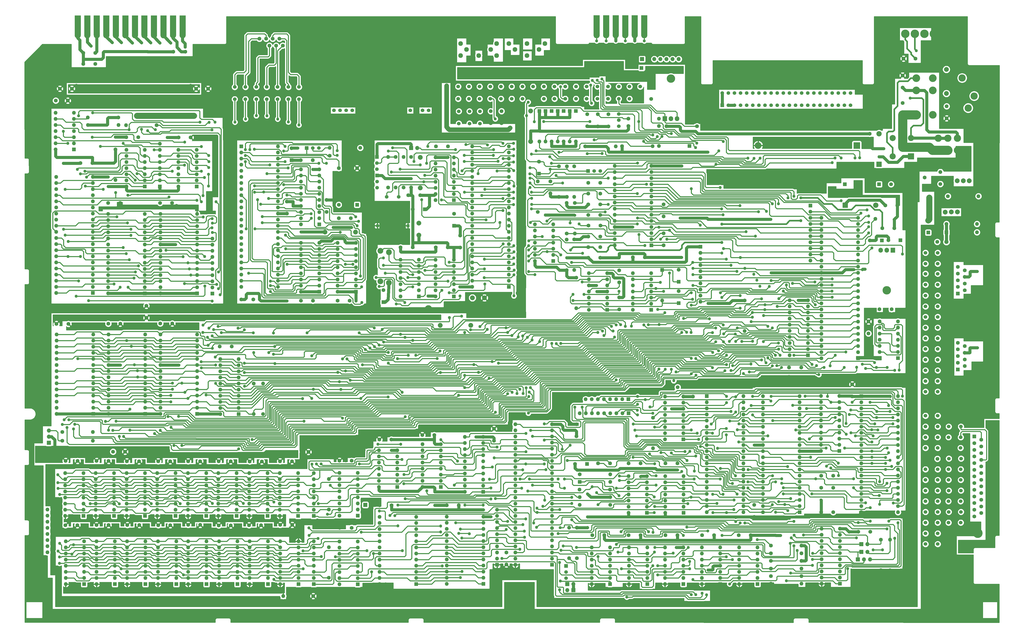
<source format=gbr>
G04 #@! TF.GenerationSoftware,KiCad,Pcbnew,(5.1.10)-1*
G04 #@! TF.CreationDate,2021-06-22T17:34:29+02:00*
G04 #@! TF.ProjectId,Open128,4f70656e-3132-4382-9e6b-696361645f70,3*
G04 #@! TF.SameCoordinates,Original*
G04 #@! TF.FileFunction,Copper,L1,Top*
G04 #@! TF.FilePolarity,Positive*
%FSLAX46Y46*%
G04 Gerber Fmt 4.6, Leading zero omitted, Abs format (unit mm)*
G04 Created by KiCad (PCBNEW (5.1.10)-1) date 2021-06-22 17:34:29*
%MOMM*%
%LPD*%
G01*
G04 APERTURE LIST*
G04 #@! TA.AperFunction,ComponentPad*
%ADD10C,1.600000*%
G04 #@! TD*
G04 #@! TA.AperFunction,ComponentPad*
%ADD11O,1.600000X1.600000*%
G04 #@! TD*
G04 #@! TA.AperFunction,ComponentPad*
%ADD12R,3.810000X6.604000*%
G04 #@! TD*
G04 #@! TA.AperFunction,ComponentPad*
%ADD13R,6.604000X3.810000*%
G04 #@! TD*
G04 #@! TA.AperFunction,ComponentPad*
%ADD14C,1.524000*%
G04 #@! TD*
G04 #@! TA.AperFunction,ComponentPad*
%ADD15R,3.000000X6.000000*%
G04 #@! TD*
G04 #@! TA.AperFunction,ComponentPad*
%ADD16C,3.216000*%
G04 #@! TD*
G04 #@! TA.AperFunction,ComponentPad*
%ADD17C,1.508000*%
G04 #@! TD*
G04 #@! TA.AperFunction,ComponentPad*
%ADD18R,1.508000X1.508000*%
G04 #@! TD*
G04 #@! TA.AperFunction,ComponentPad*
%ADD19C,1.950000*%
G04 #@! TD*
G04 #@! TA.AperFunction,ComponentPad*
%ADD20C,3.000000*%
G04 #@! TD*
G04 #@! TA.AperFunction,ComponentPad*
%ADD21O,1.700000X1.700000*%
G04 #@! TD*
G04 #@! TA.AperFunction,ComponentPad*
%ADD22R,1.700000X1.700000*%
G04 #@! TD*
G04 #@! TA.AperFunction,ComponentPad*
%ADD23C,2.000000*%
G04 #@! TD*
G04 #@! TA.AperFunction,ComponentPad*
%ADD24C,2.999999*%
G04 #@! TD*
G04 #@! TA.AperFunction,ComponentPad*
%ADD25C,3.200001*%
G04 #@! TD*
G04 #@! TA.AperFunction,ComponentPad*
%ADD26C,3.200000*%
G04 #@! TD*
G04 #@! TA.AperFunction,ComponentPad*
%ADD27C,2.540000*%
G04 #@! TD*
G04 #@! TA.AperFunction,ComponentPad*
%ADD28R,2.540000X2.540000*%
G04 #@! TD*
G04 #@! TA.AperFunction,ComponentPad*
%ADD29C,3.500000*%
G04 #@! TD*
G04 #@! TA.AperFunction,ConnectorPad*
%ADD30C,0.150000*%
G04 #@! TD*
G04 #@! TA.AperFunction,ComponentPad*
%ADD31O,2.400000X2.400000*%
G04 #@! TD*
G04 #@! TA.AperFunction,ComponentPad*
%ADD32C,2.400000*%
G04 #@! TD*
G04 #@! TA.AperFunction,ComponentPad*
%ADD33R,1.600000X1.600000*%
G04 #@! TD*
G04 #@! TA.AperFunction,ComponentPad*
%ADD34O,2.200000X2.200000*%
G04 #@! TD*
G04 #@! TA.AperFunction,ComponentPad*
%ADD35R,2.200000X2.200000*%
G04 #@! TD*
G04 #@! TA.AperFunction,ComponentPad*
%ADD36C,4.000000*%
G04 #@! TD*
G04 #@! TA.AperFunction,ComponentPad*
%ADD37O,2.000000X2.000000*%
G04 #@! TD*
G04 #@! TA.AperFunction,ComponentPad*
%ADD38O,1.905000X2.000000*%
G04 #@! TD*
G04 #@! TA.AperFunction,ComponentPad*
%ADD39R,1.905000X2.000000*%
G04 #@! TD*
G04 #@! TA.AperFunction,ComponentPad*
%ADD40O,3.500000X3.500000*%
G04 #@! TD*
G04 #@! TA.AperFunction,ComponentPad*
%ADD41R,1.200000X1.200000*%
G04 #@! TD*
G04 #@! TA.AperFunction,SMDPad,CuDef*
%ADD42R,11.000001X13.500001*%
G04 #@! TD*
G04 #@! TA.AperFunction,ComponentPad*
%ADD43C,1.500000*%
G04 #@! TD*
G04 #@! TA.AperFunction,ComponentPad*
%ADD44R,1.500000X1.500000*%
G04 #@! TD*
G04 #@! TA.AperFunction,ComponentPad*
%ADD45O,2.799999X2.799999*%
G04 #@! TD*
G04 #@! TA.AperFunction,ComponentPad*
%ADD46R,2.800000X2.800000*%
G04 #@! TD*
G04 #@! TA.AperFunction,ViaPad*
%ADD47C,1.778000*%
G04 #@! TD*
G04 #@! TA.AperFunction,ViaPad*
%ADD48C,1.270000*%
G04 #@! TD*
G04 #@! TA.AperFunction,ViaPad*
%ADD49C,5.000000*%
G04 #@! TD*
G04 #@! TA.AperFunction,Conductor*
%ADD50C,1.270000*%
G04 #@! TD*
G04 #@! TA.AperFunction,Conductor*
%ADD51C,0.381000*%
G04 #@! TD*
G04 #@! TA.AperFunction,Conductor*
%ADD52C,2.540000*%
G04 #@! TD*
G04 #@! TA.AperFunction,Conductor*
%ADD53C,1.905000*%
G04 #@! TD*
G04 #@! TA.AperFunction,Conductor*
%ADD54C,3.810000*%
G04 #@! TD*
G04 #@! TA.AperFunction,Conductor*
%ADD55C,0.635000*%
G04 #@! TD*
G04 #@! TA.AperFunction,Conductor*
%ADD56C,0.254000*%
G04 #@! TD*
G04 #@! TA.AperFunction,Conductor*
%ADD57C,0.150000*%
G04 #@! TD*
G04 APERTURE END LIST*
D10*
X266700000Y-90170000D03*
D11*
X279400000Y-90170000D03*
D12*
X208153000Y-59436000D03*
X155575000Y-59436000D03*
D13*
X181737000Y-38671500D03*
X181737000Y-80010000D03*
D14*
X201549000Y-75184000D03*
X199009000Y-75184000D03*
X196469000Y-75184000D03*
X193929000Y-75184000D03*
X169799000Y-75184000D03*
X167259000Y-75184000D03*
X164719000Y-75184000D03*
X162179000Y-75184000D03*
D15*
X389580120Y-39303960D03*
X310946800Y-39303960D03*
D16*
X389580120Y-63957200D03*
X310916320Y-64322960D03*
D17*
X331317600Y-67980560D03*
X377037600Y-67980560D03*
X377037600Y-73060560D03*
X374497600Y-73060560D03*
X374497600Y-67980560D03*
X371957600Y-67980560D03*
X369417600Y-67980560D03*
X366877600Y-67980560D03*
X364337600Y-67980560D03*
X361797600Y-67980560D03*
X359257600Y-67980560D03*
X356717600Y-67980560D03*
X354177600Y-67980560D03*
X351637600Y-67980560D03*
X349097600Y-67980560D03*
X346557600Y-67980560D03*
X344017600Y-67980560D03*
X341477600Y-67980560D03*
X338937600Y-67980560D03*
X336397600Y-67980560D03*
X333857600Y-67980560D03*
X328777600Y-67980560D03*
X326237600Y-67980560D03*
X323697600Y-67980560D03*
X371957600Y-73060560D03*
X369417600Y-73060560D03*
X366877600Y-73060560D03*
X364337600Y-73060560D03*
X361797600Y-73060560D03*
X359257600Y-73060560D03*
X356717600Y-73060560D03*
X354177600Y-73060560D03*
X351637600Y-73060560D03*
X349097600Y-73060560D03*
X346557600Y-73060560D03*
X344017600Y-73060560D03*
X341477600Y-73060560D03*
X338937600Y-73060560D03*
X336397600Y-73060560D03*
X333857600Y-73060560D03*
X331317600Y-73060560D03*
X328777600Y-73060560D03*
X326237600Y-73060560D03*
D18*
X323697600Y-73060560D03*
D19*
X242453160Y-39883080D03*
X242453160Y-47376080D03*
X237453160Y-49876080D03*
X234953160Y-47376080D03*
X247453160Y-49876080D03*
X249953160Y-47376080D03*
X247406160Y-37343080D03*
X237373160Y-37343080D03*
X242453160Y-52376080D03*
X214877000Y-52371000D03*
X229877000Y-52371000D03*
X222377000Y-39878000D03*
X222377000Y-47371000D03*
X217377000Y-49871000D03*
X214877000Y-47371000D03*
X227377000Y-49871000D03*
X229877000Y-47371000D03*
X227330000Y-37338000D03*
X217297000Y-37338000D03*
X222377000Y-52371000D03*
D20*
X157289500Y-85852000D03*
X201485500Y-85852000D03*
X201485500Y-157734000D03*
X157226000Y-157734000D03*
X240093500Y-119189500D03*
X176784000Y-122555000D03*
X119126000Y-124904500D03*
D21*
X384048000Y-255574800D03*
D22*
X381508000Y-255574800D03*
D23*
X413100520Y-118628160D03*
X421454520Y-117461160D03*
X416394520Y-117471160D03*
X418944520Y-117461160D03*
X424403520Y-115326160D03*
X418063680Y-105643680D03*
X426417680Y-104476680D03*
X421357680Y-104486680D03*
X423907680Y-104476680D03*
X429366680Y-102341680D03*
D24*
X433646580Y-91792800D03*
X433646580Y-86791800D03*
X421469080Y-86792800D03*
X417469080Y-86792800D03*
D20*
X413469080Y-86792800D03*
D24*
X421469080Y-91792800D03*
X417469080Y-91792800D03*
D20*
X413469080Y-91792800D03*
D10*
X294924480Y-203055220D03*
D11*
X294924480Y-215755220D03*
D10*
X72567800Y-78099920D03*
D11*
X59867800Y-78099920D03*
D10*
X247002300Y-117411500D03*
D11*
X247002300Y-104711500D03*
D10*
X277114000Y-239242600D03*
D11*
X264414000Y-239242600D03*
D10*
X71404480Y-91455240D03*
D11*
X71404480Y-104155240D03*
D10*
X260045200Y-261416800D03*
D11*
X260045200Y-248716800D03*
D10*
X59944000Y-81280000D03*
D11*
X72644000Y-81280000D03*
D10*
X284619700Y-81661000D03*
D11*
X297319700Y-81661000D03*
D10*
X49276000Y-212598000D03*
D11*
X61976000Y-212598000D03*
D10*
X343916000Y-265729720D03*
D11*
X356616000Y-265729720D03*
D10*
X128879600Y-188772800D03*
D11*
X128879600Y-201472800D03*
D10*
X194310000Y-94551500D03*
D11*
X194310000Y-107251500D03*
D10*
X393471400Y-266420600D03*
D11*
X393471400Y-253720600D03*
D10*
X389636000Y-253720600D03*
D11*
X389636000Y-266420600D03*
D10*
X263230600Y-261428000D03*
D11*
X263230600Y-248728000D03*
D10*
X343916000Y-262564880D03*
D11*
X356616000Y-262564880D03*
D10*
X277114000Y-236073950D03*
D11*
X264414000Y-236073950D03*
D10*
X49276000Y-208915000D03*
D11*
X61976000Y-208915000D03*
D10*
X416890200Y-122453400D03*
D11*
X429590200Y-122453400D03*
D10*
X160070800Y-241198400D03*
D11*
X160070800Y-228498400D03*
D10*
X160096200Y-269570200D03*
D11*
X160096200Y-256870200D03*
D10*
X262376920Y-113695480D03*
D11*
X262376920Y-126395480D03*
D10*
X332994000Y-154228800D03*
D11*
X332994000Y-166928800D03*
D10*
X187896500Y-94551500D03*
D11*
X187896500Y-107251500D03*
D10*
X262153400Y-98501200D03*
D11*
X262153400Y-111201200D03*
D10*
X262153400Y-128879600D03*
D11*
X262153400Y-141579600D03*
D10*
X417525200Y-110871000D03*
D11*
X430225200Y-110871000D03*
D10*
X262953500Y-144792700D03*
D11*
X262953500Y-157492700D03*
D10*
X259003800Y-141605000D03*
D11*
X259003800Y-128905000D03*
D10*
X264414000Y-226568000D03*
D11*
X277114000Y-226568000D03*
D10*
X184721500Y-107251500D03*
D11*
X184721500Y-94551500D03*
D10*
X160464500Y-94043500D03*
D11*
X173164500Y-94043500D03*
D10*
X173177200Y-90779600D03*
D11*
X160477200Y-90779600D03*
D10*
X191135000Y-107251500D03*
D11*
X191135000Y-94551500D03*
D10*
X88473280Y-81325720D03*
D11*
X75773280Y-81325720D03*
D10*
X259054600Y-98501200D03*
D11*
X259054600Y-111201200D03*
D10*
X259029200Y-126390400D03*
D11*
X259029200Y-113690400D03*
D10*
X343916000Y-272059400D03*
D11*
X356616000Y-272059400D03*
D10*
X343916000Y-268894560D03*
D11*
X356616000Y-268894560D03*
D10*
X343916000Y-256235200D03*
D11*
X356616000Y-256235200D03*
D10*
X277042880Y-232882440D03*
D11*
X264342880Y-232882440D03*
D10*
X255803400Y-98501200D03*
D11*
X255803400Y-111201200D03*
D10*
X313207400Y-81800700D03*
D11*
X300507400Y-81800700D03*
D10*
X284619700Y-78625700D03*
D11*
X297319700Y-78625700D03*
D10*
X282041600Y-90068400D03*
D11*
X294741600Y-90068400D03*
D10*
X343916000Y-259400040D03*
D11*
X356616000Y-259400040D03*
D10*
X132715000Y-201472800D03*
D11*
X132715000Y-188772800D03*
D25*
X411222000Y-61838840D03*
X404372000Y-61838840D03*
D26*
X411222000Y-66918840D03*
D25*
X404372000Y-66918840D03*
D26*
X411222000Y-77078840D03*
D25*
X404372000Y-77078840D03*
D14*
X143250920Y-65450720D03*
X143250920Y-67990720D03*
X143250920Y-70530720D03*
X147665440Y-65450720D03*
X147665440Y-67990720D03*
X147665440Y-70530720D03*
X120954800Y-65450720D03*
X120954800Y-67990720D03*
X120954800Y-70530720D03*
X125415040Y-65450720D03*
X125415040Y-67990720D03*
X125415040Y-70530720D03*
X138790680Y-65450720D03*
X138790680Y-67990720D03*
X138790680Y-70530720D03*
X134274560Y-65450720D03*
X134274560Y-67990720D03*
X134274560Y-70530720D03*
X129931160Y-65450720D03*
X129931160Y-67990720D03*
X129931160Y-70530720D03*
X214122000Y-80645000D03*
X214122000Y-78105000D03*
X214122000Y-75565000D03*
X218567000Y-80645000D03*
X218567000Y-78105000D03*
X218567000Y-75565000D03*
X280705560Y-76738480D03*
X280705560Y-79278480D03*
X280705560Y-81818480D03*
X227225410Y-65278000D03*
X227225410Y-67818000D03*
X227225410Y-70358000D03*
X236130350Y-65278000D03*
X236130350Y-67818000D03*
X236130350Y-70358000D03*
X231677880Y-65278000D03*
X231677880Y-67818000D03*
X231677880Y-70358000D03*
X245035290Y-65278000D03*
X245035290Y-67818000D03*
X245035290Y-70358000D03*
X249487760Y-65278000D03*
X249487760Y-67818000D03*
X249487760Y-70358000D03*
X253940230Y-65278000D03*
X253940230Y-67818000D03*
X253940230Y-70358000D03*
X258392700Y-65278000D03*
X258392700Y-67818000D03*
X258392700Y-70358000D03*
X262845170Y-65278000D03*
X262845170Y-67818000D03*
X262845170Y-70358000D03*
X240582820Y-65278000D03*
X240582820Y-67818000D03*
X240582820Y-70358000D03*
X276202580Y-65278000D03*
X276202580Y-67818000D03*
X276202580Y-70358000D03*
X280655050Y-65278000D03*
X280655050Y-67818000D03*
X280655050Y-70358000D03*
X271750110Y-65278000D03*
X271750110Y-67818000D03*
X271750110Y-70358000D03*
X267297640Y-65278000D03*
X267297640Y-67818000D03*
X267297640Y-70358000D03*
X289560000Y-65278000D03*
X289560000Y-67818000D03*
X289560000Y-70358000D03*
X285107520Y-65278000D03*
X285107520Y-67818000D03*
X285107520Y-70358000D03*
X408178000Y-192151000D03*
X410718000Y-192151000D03*
X413258000Y-192151000D03*
X222772940Y-65278000D03*
X222772940Y-67818000D03*
X222772940Y-70358000D03*
X213868000Y-65278000D03*
X213868000Y-67818000D03*
X213868000Y-70358000D03*
X218320470Y-65278000D03*
X218320470Y-67818000D03*
X218320470Y-70358000D03*
X222915480Y-80639920D03*
X222915480Y-78099920D03*
X222915480Y-75559920D03*
X417677600Y-215578266D03*
X420217600Y-215578266D03*
X422757600Y-215578266D03*
X417906200Y-220014799D03*
X420446200Y-220014799D03*
X422986200Y-220014799D03*
X417855400Y-233324398D03*
X420395400Y-233324398D03*
X422935400Y-233324398D03*
X408178000Y-224451332D03*
X410718000Y-224451332D03*
X413258000Y-224451332D03*
X417753800Y-228887865D03*
X420293800Y-228887865D03*
X422833800Y-228887865D03*
X408178000Y-228887865D03*
X410718000Y-228887865D03*
X413258000Y-228887865D03*
X417753800Y-224451332D03*
X420293800Y-224451332D03*
X422833800Y-224451332D03*
X408178000Y-233324398D03*
X410718000Y-233324398D03*
X413258000Y-233324398D03*
X417703000Y-237760931D03*
X420243000Y-237760931D03*
X422783000Y-237760931D03*
X408178000Y-237760931D03*
X410718000Y-237760931D03*
X413258000Y-237760931D03*
X408178000Y-255549400D03*
X410718000Y-255549400D03*
X413258000Y-255549400D03*
X417753800Y-211141733D03*
X420293800Y-211141733D03*
X422833800Y-211141733D03*
X408178000Y-211141733D03*
X410718000Y-211141733D03*
X413258000Y-211141733D03*
X408178000Y-215578266D03*
X410718000Y-215578266D03*
X413258000Y-215578266D03*
X417830000Y-206705200D03*
X420370000Y-206705200D03*
X422910000Y-206705200D03*
X408178000Y-206705200D03*
X410718000Y-206705200D03*
X413258000Y-206705200D03*
X408178000Y-202184000D03*
X410718000Y-202184000D03*
X413258000Y-202184000D03*
X417855400Y-242197464D03*
X420395400Y-242197464D03*
X422935400Y-242197464D03*
X417753800Y-246634000D03*
X420293800Y-246634000D03*
X422833800Y-246634000D03*
X408178000Y-246634000D03*
X410718000Y-246634000D03*
X413258000Y-246634000D03*
X408178000Y-251129800D03*
X410718000Y-251129800D03*
X413258000Y-251129800D03*
X408178000Y-242197464D03*
X410718000Y-242197464D03*
X413258000Y-242197464D03*
X408178000Y-161112200D03*
X410718000Y-161112200D03*
X413258000Y-161112200D03*
X408178000Y-143129000D03*
X410718000Y-143129000D03*
X413258000Y-143129000D03*
X408178000Y-147675600D03*
X410718000Y-147675600D03*
X413258000Y-147675600D03*
X408178000Y-152196800D03*
X410718000Y-152196800D03*
X413258000Y-152196800D03*
X408178000Y-156743400D03*
X410718000Y-156743400D03*
X413258000Y-156743400D03*
X408178000Y-138963400D03*
X410718000Y-138963400D03*
X413258000Y-138963400D03*
X408178000Y-134416800D03*
X410718000Y-134416800D03*
X413258000Y-134416800D03*
X408178000Y-174447200D03*
X410718000Y-174447200D03*
X413258000Y-174447200D03*
X408178000Y-178892200D03*
X410718000Y-178892200D03*
X413258000Y-178892200D03*
X408178000Y-183337200D03*
X410718000Y-183337200D03*
X413258000Y-183337200D03*
X408178000Y-187782200D03*
X410718000Y-187782200D03*
X413258000Y-187782200D03*
X408178000Y-170002200D03*
X410718000Y-170002200D03*
X413258000Y-170002200D03*
X408178000Y-165557200D03*
X410718000Y-165557200D03*
X413258000Y-165557200D03*
D27*
X394543280Y-94310200D03*
X394543280Y-86690200D03*
X402163280Y-86690200D03*
D28*
X402163280Y-94310200D03*
D29*
X419597840Y-43312080D03*
X411673040Y-43312080D03*
X407710640Y-43312080D03*
X403748240Y-43312080D03*
X399785840Y-43312080D03*
D20*
X435919000Y-71715000D03*
X435919000Y-66715000D03*
X435919000Y-69215000D03*
X428419000Y-69215000D03*
X423419000Y-76715000D03*
X423419000Y-61715000D03*
X428419000Y-61715000D03*
X425919000Y-74215000D03*
G04 #@! TA.AperFunction,ConnectorPad*
D30*
G36*
X96591120Y-43936920D02*
G01*
X96589590Y-43936920D01*
X96589590Y-43999236D01*
X96577374Y-44123268D01*
X96553060Y-44245505D01*
X96516881Y-44364770D01*
X96469186Y-44479915D01*
X96410435Y-44589830D01*
X96341194Y-44693458D01*
X96262128Y-44789800D01*
X96174000Y-44877928D01*
X96077658Y-44956994D01*
X95974030Y-45026235D01*
X95864115Y-45084986D01*
X95748970Y-45132681D01*
X95629705Y-45168860D01*
X95507468Y-45193174D01*
X95383436Y-45205390D01*
X95258804Y-45205390D01*
X95134772Y-45193174D01*
X95012535Y-45168860D01*
X94893270Y-45132681D01*
X94778125Y-45084986D01*
X94668210Y-45026235D01*
X94564582Y-44956994D01*
X94468240Y-44877928D01*
X94380112Y-44789800D01*
X94301046Y-44693458D01*
X94231805Y-44589830D01*
X94173054Y-44479915D01*
X94125359Y-44364770D01*
X94089180Y-44245505D01*
X94064866Y-44123268D01*
X94052650Y-43999236D01*
X94052650Y-43936920D01*
X94051120Y-43936920D01*
X94051120Y-35681920D01*
X96591120Y-35681920D01*
X96591120Y-43936920D01*
G37*
G04 #@! TD.AperFunction*
G04 #@! TA.AperFunction,ConnectorPad*
G36*
X92628720Y-43936920D02*
G01*
X92627190Y-43936920D01*
X92627190Y-43999236D01*
X92614974Y-44123268D01*
X92590660Y-44245505D01*
X92554481Y-44364770D01*
X92506786Y-44479915D01*
X92448035Y-44589830D01*
X92378794Y-44693458D01*
X92299728Y-44789800D01*
X92211600Y-44877928D01*
X92115258Y-44956994D01*
X92011630Y-45026235D01*
X91901715Y-45084986D01*
X91786570Y-45132681D01*
X91667305Y-45168860D01*
X91545068Y-45193174D01*
X91421036Y-45205390D01*
X91296404Y-45205390D01*
X91172372Y-45193174D01*
X91050135Y-45168860D01*
X90930870Y-45132681D01*
X90815725Y-45084986D01*
X90705810Y-45026235D01*
X90602182Y-44956994D01*
X90505840Y-44877928D01*
X90417712Y-44789800D01*
X90338646Y-44693458D01*
X90269405Y-44589830D01*
X90210654Y-44479915D01*
X90162959Y-44364770D01*
X90126780Y-44245505D01*
X90102466Y-44123268D01*
X90090250Y-43999236D01*
X90090250Y-43936920D01*
X90088720Y-43936920D01*
X90088720Y-35681920D01*
X92628720Y-35681920D01*
X92628720Y-43936920D01*
G37*
G04 #@! TD.AperFunction*
G04 #@! TA.AperFunction,ConnectorPad*
G36*
X88666320Y-43936920D02*
G01*
X88664790Y-43936920D01*
X88664790Y-43999236D01*
X88652574Y-44123268D01*
X88628260Y-44245505D01*
X88592081Y-44364770D01*
X88544386Y-44479915D01*
X88485635Y-44589830D01*
X88416394Y-44693458D01*
X88337328Y-44789800D01*
X88249200Y-44877928D01*
X88152858Y-44956994D01*
X88049230Y-45026235D01*
X87939315Y-45084986D01*
X87824170Y-45132681D01*
X87704905Y-45168860D01*
X87582668Y-45193174D01*
X87458636Y-45205390D01*
X87334004Y-45205390D01*
X87209972Y-45193174D01*
X87087735Y-45168860D01*
X86968470Y-45132681D01*
X86853325Y-45084986D01*
X86743410Y-45026235D01*
X86639782Y-44956994D01*
X86543440Y-44877928D01*
X86455312Y-44789800D01*
X86376246Y-44693458D01*
X86307005Y-44589830D01*
X86248254Y-44479915D01*
X86200559Y-44364770D01*
X86164380Y-44245505D01*
X86140066Y-44123268D01*
X86127850Y-43999236D01*
X86127850Y-43936920D01*
X86126320Y-43936920D01*
X86126320Y-35681920D01*
X88666320Y-35681920D01*
X88666320Y-43936920D01*
G37*
G04 #@! TD.AperFunction*
G04 #@! TA.AperFunction,ConnectorPad*
G36*
X84703920Y-43936920D02*
G01*
X84702390Y-43936920D01*
X84702390Y-43999236D01*
X84690174Y-44123268D01*
X84665860Y-44245505D01*
X84629681Y-44364770D01*
X84581986Y-44479915D01*
X84523235Y-44589830D01*
X84453994Y-44693458D01*
X84374928Y-44789800D01*
X84286800Y-44877928D01*
X84190458Y-44956994D01*
X84086830Y-45026235D01*
X83976915Y-45084986D01*
X83861770Y-45132681D01*
X83742505Y-45168860D01*
X83620268Y-45193174D01*
X83496236Y-45205390D01*
X83371604Y-45205390D01*
X83247572Y-45193174D01*
X83125335Y-45168860D01*
X83006070Y-45132681D01*
X82890925Y-45084986D01*
X82781010Y-45026235D01*
X82677382Y-44956994D01*
X82581040Y-44877928D01*
X82492912Y-44789800D01*
X82413846Y-44693458D01*
X82344605Y-44589830D01*
X82285854Y-44479915D01*
X82238159Y-44364770D01*
X82201980Y-44245505D01*
X82177666Y-44123268D01*
X82165450Y-43999236D01*
X82165450Y-43936920D01*
X82163920Y-43936920D01*
X82163920Y-35681920D01*
X84703920Y-35681920D01*
X84703920Y-43936920D01*
G37*
G04 #@! TD.AperFunction*
G04 #@! TA.AperFunction,ConnectorPad*
G36*
X80741520Y-43936920D02*
G01*
X80739990Y-43936920D01*
X80739990Y-43999236D01*
X80727774Y-44123268D01*
X80703460Y-44245505D01*
X80667281Y-44364770D01*
X80619586Y-44479915D01*
X80560835Y-44589830D01*
X80491594Y-44693458D01*
X80412528Y-44789800D01*
X80324400Y-44877928D01*
X80228058Y-44956994D01*
X80124430Y-45026235D01*
X80014515Y-45084986D01*
X79899370Y-45132681D01*
X79780105Y-45168860D01*
X79657868Y-45193174D01*
X79533836Y-45205390D01*
X79409204Y-45205390D01*
X79285172Y-45193174D01*
X79162935Y-45168860D01*
X79043670Y-45132681D01*
X78928525Y-45084986D01*
X78818610Y-45026235D01*
X78714982Y-44956994D01*
X78618640Y-44877928D01*
X78530512Y-44789800D01*
X78451446Y-44693458D01*
X78382205Y-44589830D01*
X78323454Y-44479915D01*
X78275759Y-44364770D01*
X78239580Y-44245505D01*
X78215266Y-44123268D01*
X78203050Y-43999236D01*
X78203050Y-43936920D01*
X78201520Y-43936920D01*
X78201520Y-35681920D01*
X80741520Y-35681920D01*
X80741520Y-43936920D01*
G37*
G04 #@! TD.AperFunction*
G04 #@! TA.AperFunction,ConnectorPad*
G36*
X76779120Y-43936920D02*
G01*
X76777590Y-43936920D01*
X76777590Y-43999236D01*
X76765374Y-44123268D01*
X76741060Y-44245505D01*
X76704881Y-44364770D01*
X76657186Y-44479915D01*
X76598435Y-44589830D01*
X76529194Y-44693458D01*
X76450128Y-44789800D01*
X76362000Y-44877928D01*
X76265658Y-44956994D01*
X76162030Y-45026235D01*
X76052115Y-45084986D01*
X75936970Y-45132681D01*
X75817705Y-45168860D01*
X75695468Y-45193174D01*
X75571436Y-45205390D01*
X75446804Y-45205390D01*
X75322772Y-45193174D01*
X75200535Y-45168860D01*
X75081270Y-45132681D01*
X74966125Y-45084986D01*
X74856210Y-45026235D01*
X74752582Y-44956994D01*
X74656240Y-44877928D01*
X74568112Y-44789800D01*
X74489046Y-44693458D01*
X74419805Y-44589830D01*
X74361054Y-44479915D01*
X74313359Y-44364770D01*
X74277180Y-44245505D01*
X74252866Y-44123268D01*
X74240650Y-43999236D01*
X74240650Y-43936920D01*
X74239120Y-43936920D01*
X74239120Y-35681920D01*
X76779120Y-35681920D01*
X76779120Y-43936920D01*
G37*
G04 #@! TD.AperFunction*
G04 #@! TA.AperFunction,ConnectorPad*
G36*
X72816720Y-43936920D02*
G01*
X72815190Y-43936920D01*
X72815190Y-43999236D01*
X72802974Y-44123268D01*
X72778660Y-44245505D01*
X72742481Y-44364770D01*
X72694786Y-44479915D01*
X72636035Y-44589830D01*
X72566794Y-44693458D01*
X72487728Y-44789800D01*
X72399600Y-44877928D01*
X72303258Y-44956994D01*
X72199630Y-45026235D01*
X72089715Y-45084986D01*
X71974570Y-45132681D01*
X71855305Y-45168860D01*
X71733068Y-45193174D01*
X71609036Y-45205390D01*
X71484404Y-45205390D01*
X71360372Y-45193174D01*
X71238135Y-45168860D01*
X71118870Y-45132681D01*
X71003725Y-45084986D01*
X70893810Y-45026235D01*
X70790182Y-44956994D01*
X70693840Y-44877928D01*
X70605712Y-44789800D01*
X70526646Y-44693458D01*
X70457405Y-44589830D01*
X70398654Y-44479915D01*
X70350959Y-44364770D01*
X70314780Y-44245505D01*
X70290466Y-44123268D01*
X70278250Y-43999236D01*
X70278250Y-43936920D01*
X70276720Y-43936920D01*
X70276720Y-35681920D01*
X72816720Y-35681920D01*
X72816720Y-43936920D01*
G37*
G04 #@! TD.AperFunction*
G04 #@! TA.AperFunction,ConnectorPad*
G36*
X68854320Y-43936920D02*
G01*
X68852790Y-43936920D01*
X68852790Y-43999236D01*
X68840574Y-44123268D01*
X68816260Y-44245505D01*
X68780081Y-44364770D01*
X68732386Y-44479915D01*
X68673635Y-44589830D01*
X68604394Y-44693458D01*
X68525328Y-44789800D01*
X68437200Y-44877928D01*
X68340858Y-44956994D01*
X68237230Y-45026235D01*
X68127315Y-45084986D01*
X68012170Y-45132681D01*
X67892905Y-45168860D01*
X67770668Y-45193174D01*
X67646636Y-45205390D01*
X67522004Y-45205390D01*
X67397972Y-45193174D01*
X67275735Y-45168860D01*
X67156470Y-45132681D01*
X67041325Y-45084986D01*
X66931410Y-45026235D01*
X66827782Y-44956994D01*
X66731440Y-44877928D01*
X66643312Y-44789800D01*
X66564246Y-44693458D01*
X66495005Y-44589830D01*
X66436254Y-44479915D01*
X66388559Y-44364770D01*
X66352380Y-44245505D01*
X66328066Y-44123268D01*
X66315850Y-43999236D01*
X66315850Y-43936920D01*
X66314320Y-43936920D01*
X66314320Y-35681920D01*
X68854320Y-35681920D01*
X68854320Y-43936920D01*
G37*
G04 #@! TD.AperFunction*
G04 #@! TA.AperFunction,ConnectorPad*
G36*
X64891920Y-43936920D02*
G01*
X64890390Y-43936920D01*
X64890390Y-43999236D01*
X64878174Y-44123268D01*
X64853860Y-44245505D01*
X64817681Y-44364770D01*
X64769986Y-44479915D01*
X64711235Y-44589830D01*
X64641994Y-44693458D01*
X64562928Y-44789800D01*
X64474800Y-44877928D01*
X64378458Y-44956994D01*
X64274830Y-45026235D01*
X64164915Y-45084986D01*
X64049770Y-45132681D01*
X63930505Y-45168860D01*
X63808268Y-45193174D01*
X63684236Y-45205390D01*
X63559604Y-45205390D01*
X63435572Y-45193174D01*
X63313335Y-45168860D01*
X63194070Y-45132681D01*
X63078925Y-45084986D01*
X62969010Y-45026235D01*
X62865382Y-44956994D01*
X62769040Y-44877928D01*
X62680912Y-44789800D01*
X62601846Y-44693458D01*
X62532605Y-44589830D01*
X62473854Y-44479915D01*
X62426159Y-44364770D01*
X62389980Y-44245505D01*
X62365666Y-44123268D01*
X62353450Y-43999236D01*
X62353450Y-43936920D01*
X62351920Y-43936920D01*
X62351920Y-35681920D01*
X64891920Y-35681920D01*
X64891920Y-43936920D01*
G37*
G04 #@! TD.AperFunction*
G04 #@! TA.AperFunction,ConnectorPad*
G36*
X60929520Y-43936920D02*
G01*
X60927990Y-43936920D01*
X60927990Y-43999236D01*
X60915774Y-44123268D01*
X60891460Y-44245505D01*
X60855281Y-44364770D01*
X60807586Y-44479915D01*
X60748835Y-44589830D01*
X60679594Y-44693458D01*
X60600528Y-44789800D01*
X60512400Y-44877928D01*
X60416058Y-44956994D01*
X60312430Y-45026235D01*
X60202515Y-45084986D01*
X60087370Y-45132681D01*
X59968105Y-45168860D01*
X59845868Y-45193174D01*
X59721836Y-45205390D01*
X59597204Y-45205390D01*
X59473172Y-45193174D01*
X59350935Y-45168860D01*
X59231670Y-45132681D01*
X59116525Y-45084986D01*
X59006610Y-45026235D01*
X58902982Y-44956994D01*
X58806640Y-44877928D01*
X58718512Y-44789800D01*
X58639446Y-44693458D01*
X58570205Y-44589830D01*
X58511454Y-44479915D01*
X58463759Y-44364770D01*
X58427580Y-44245505D01*
X58403266Y-44123268D01*
X58391050Y-43999236D01*
X58391050Y-43936920D01*
X58389520Y-43936920D01*
X58389520Y-35681920D01*
X60929520Y-35681920D01*
X60929520Y-43936920D01*
G37*
G04 #@! TD.AperFunction*
G04 #@! TA.AperFunction,ConnectorPad*
G36*
X100553520Y-43936920D02*
G01*
X100551990Y-43936920D01*
X100551990Y-43999236D01*
X100539774Y-44123268D01*
X100515460Y-44245505D01*
X100479281Y-44364770D01*
X100431586Y-44479915D01*
X100372835Y-44589830D01*
X100303594Y-44693458D01*
X100224528Y-44789800D01*
X100136400Y-44877928D01*
X100040058Y-44956994D01*
X99936430Y-45026235D01*
X99826515Y-45084986D01*
X99711370Y-45132681D01*
X99592105Y-45168860D01*
X99469868Y-45193174D01*
X99345836Y-45205390D01*
X99221204Y-45205390D01*
X99097172Y-45193174D01*
X98974935Y-45168860D01*
X98855670Y-45132681D01*
X98740525Y-45084986D01*
X98630610Y-45026235D01*
X98526982Y-44956994D01*
X98430640Y-44877928D01*
X98342512Y-44789800D01*
X98263446Y-44693458D01*
X98194205Y-44589830D01*
X98135454Y-44479915D01*
X98087759Y-44364770D01*
X98051580Y-44245505D01*
X98027266Y-44123268D01*
X98015050Y-43999236D01*
X98015050Y-43936920D01*
X98013520Y-43936920D01*
X98013520Y-35681920D01*
X100553520Y-35681920D01*
X100553520Y-43936920D01*
G37*
G04 #@! TD.AperFunction*
G04 #@! TA.AperFunction,ConnectorPad*
G36*
X56967120Y-43936920D02*
G01*
X56965590Y-43936920D01*
X56965590Y-43999236D01*
X56953374Y-44123268D01*
X56929060Y-44245505D01*
X56892881Y-44364770D01*
X56845186Y-44479915D01*
X56786435Y-44589830D01*
X56717194Y-44693458D01*
X56638128Y-44789800D01*
X56550000Y-44877928D01*
X56453658Y-44956994D01*
X56350030Y-45026235D01*
X56240115Y-45084986D01*
X56124970Y-45132681D01*
X56005705Y-45168860D01*
X55883468Y-45193174D01*
X55759436Y-45205390D01*
X55634804Y-45205390D01*
X55510772Y-45193174D01*
X55388535Y-45168860D01*
X55269270Y-45132681D01*
X55154125Y-45084986D01*
X55044210Y-45026235D01*
X54940582Y-44956994D01*
X54844240Y-44877928D01*
X54756112Y-44789800D01*
X54677046Y-44693458D01*
X54607805Y-44589830D01*
X54549054Y-44479915D01*
X54501359Y-44364770D01*
X54465180Y-44245505D01*
X54440866Y-44123268D01*
X54428650Y-43999236D01*
X54428650Y-43936920D01*
X54427120Y-43936920D01*
X54427120Y-35681920D01*
X56967120Y-35681920D01*
X56967120Y-43936920D01*
G37*
G04 #@! TD.AperFunction*
G04 #@! TA.AperFunction,ConnectorPad*
G36*
X292531800Y-43916600D02*
G01*
X292530270Y-43916600D01*
X292530270Y-43978916D01*
X292518054Y-44102948D01*
X292493740Y-44225185D01*
X292457561Y-44344450D01*
X292409866Y-44459595D01*
X292351115Y-44569510D01*
X292281874Y-44673138D01*
X292202808Y-44769480D01*
X292114680Y-44857608D01*
X292018338Y-44936674D01*
X291914710Y-45005915D01*
X291804795Y-45064666D01*
X291689650Y-45112361D01*
X291570385Y-45148540D01*
X291448148Y-45172854D01*
X291324116Y-45185070D01*
X291199484Y-45185070D01*
X291075452Y-45172854D01*
X290953215Y-45148540D01*
X290833950Y-45112361D01*
X290718805Y-45064666D01*
X290608890Y-45005915D01*
X290505262Y-44936674D01*
X290408920Y-44857608D01*
X290320792Y-44769480D01*
X290241726Y-44673138D01*
X290172485Y-44569510D01*
X290113734Y-44459595D01*
X290066039Y-44344450D01*
X290029860Y-44225185D01*
X290005546Y-44102948D01*
X289993330Y-43978916D01*
X289993330Y-43916600D01*
X289991800Y-43916600D01*
X289991800Y-35661600D01*
X292531800Y-35661600D01*
X292531800Y-43916600D01*
G37*
G04 #@! TD.AperFunction*
G04 #@! TA.AperFunction,ConnectorPad*
G36*
X288569400Y-43916600D02*
G01*
X288567870Y-43916600D01*
X288567870Y-43978916D01*
X288555654Y-44102948D01*
X288531340Y-44225185D01*
X288495161Y-44344450D01*
X288447466Y-44459595D01*
X288388715Y-44569510D01*
X288319474Y-44673138D01*
X288240408Y-44769480D01*
X288152280Y-44857608D01*
X288055938Y-44936674D01*
X287952310Y-45005915D01*
X287842395Y-45064666D01*
X287727250Y-45112361D01*
X287607985Y-45148540D01*
X287485748Y-45172854D01*
X287361716Y-45185070D01*
X287237084Y-45185070D01*
X287113052Y-45172854D01*
X286990815Y-45148540D01*
X286871550Y-45112361D01*
X286756405Y-45064666D01*
X286646490Y-45005915D01*
X286542862Y-44936674D01*
X286446520Y-44857608D01*
X286358392Y-44769480D01*
X286279326Y-44673138D01*
X286210085Y-44569510D01*
X286151334Y-44459595D01*
X286103639Y-44344450D01*
X286067460Y-44225185D01*
X286043146Y-44102948D01*
X286030930Y-43978916D01*
X286030930Y-43916600D01*
X286029400Y-43916600D01*
X286029400Y-35661600D01*
X288569400Y-35661600D01*
X288569400Y-43916600D01*
G37*
G04 #@! TD.AperFunction*
G04 #@! TA.AperFunction,ConnectorPad*
G36*
X284607000Y-43916600D02*
G01*
X284605470Y-43916600D01*
X284605470Y-43978916D01*
X284593254Y-44102948D01*
X284568940Y-44225185D01*
X284532761Y-44344450D01*
X284485066Y-44459595D01*
X284426315Y-44569510D01*
X284357074Y-44673138D01*
X284278008Y-44769480D01*
X284189880Y-44857608D01*
X284093538Y-44936674D01*
X283989910Y-45005915D01*
X283879995Y-45064666D01*
X283764850Y-45112361D01*
X283645585Y-45148540D01*
X283523348Y-45172854D01*
X283399316Y-45185070D01*
X283274684Y-45185070D01*
X283150652Y-45172854D01*
X283028415Y-45148540D01*
X282909150Y-45112361D01*
X282794005Y-45064666D01*
X282684090Y-45005915D01*
X282580462Y-44936674D01*
X282484120Y-44857608D01*
X282395992Y-44769480D01*
X282316926Y-44673138D01*
X282247685Y-44569510D01*
X282188934Y-44459595D01*
X282141239Y-44344450D01*
X282105060Y-44225185D01*
X282080746Y-44102948D01*
X282068530Y-43978916D01*
X282068530Y-43916600D01*
X282067000Y-43916600D01*
X282067000Y-35661600D01*
X284607000Y-35661600D01*
X284607000Y-43916600D01*
G37*
G04 #@! TD.AperFunction*
G04 #@! TA.AperFunction,ConnectorPad*
G36*
X280644600Y-43916600D02*
G01*
X280643070Y-43916600D01*
X280643070Y-43978916D01*
X280630854Y-44102948D01*
X280606540Y-44225185D01*
X280570361Y-44344450D01*
X280522666Y-44459595D01*
X280463915Y-44569510D01*
X280394674Y-44673138D01*
X280315608Y-44769480D01*
X280227480Y-44857608D01*
X280131138Y-44936674D01*
X280027510Y-45005915D01*
X279917595Y-45064666D01*
X279802450Y-45112361D01*
X279683185Y-45148540D01*
X279560948Y-45172854D01*
X279436916Y-45185070D01*
X279312284Y-45185070D01*
X279188252Y-45172854D01*
X279066015Y-45148540D01*
X278946750Y-45112361D01*
X278831605Y-45064666D01*
X278721690Y-45005915D01*
X278618062Y-44936674D01*
X278521720Y-44857608D01*
X278433592Y-44769480D01*
X278354526Y-44673138D01*
X278285285Y-44569510D01*
X278226534Y-44459595D01*
X278178839Y-44344450D01*
X278142660Y-44225185D01*
X278118346Y-44102948D01*
X278106130Y-43978916D01*
X278106130Y-43916600D01*
X278104600Y-43916600D01*
X278104600Y-35661600D01*
X280644600Y-35661600D01*
X280644600Y-43916600D01*
G37*
G04 #@! TD.AperFunction*
G04 #@! TA.AperFunction,ConnectorPad*
G36*
X276682200Y-43916600D02*
G01*
X276680670Y-43916600D01*
X276680670Y-43978916D01*
X276668454Y-44102948D01*
X276644140Y-44225185D01*
X276607961Y-44344450D01*
X276560266Y-44459595D01*
X276501515Y-44569510D01*
X276432274Y-44673138D01*
X276353208Y-44769480D01*
X276265080Y-44857608D01*
X276168738Y-44936674D01*
X276065110Y-45005915D01*
X275955195Y-45064666D01*
X275840050Y-45112361D01*
X275720785Y-45148540D01*
X275598548Y-45172854D01*
X275474516Y-45185070D01*
X275349884Y-45185070D01*
X275225852Y-45172854D01*
X275103615Y-45148540D01*
X274984350Y-45112361D01*
X274869205Y-45064666D01*
X274759290Y-45005915D01*
X274655662Y-44936674D01*
X274559320Y-44857608D01*
X274471192Y-44769480D01*
X274392126Y-44673138D01*
X274322885Y-44569510D01*
X274264134Y-44459595D01*
X274216439Y-44344450D01*
X274180260Y-44225185D01*
X274155946Y-44102948D01*
X274143730Y-43978916D01*
X274143730Y-43916600D01*
X274142200Y-43916600D01*
X274142200Y-35661600D01*
X276682200Y-35661600D01*
X276682200Y-43916600D01*
G37*
G04 #@! TD.AperFunction*
G04 #@! TA.AperFunction,ConnectorPad*
G36*
X272719800Y-43916600D02*
G01*
X272718270Y-43916600D01*
X272718270Y-43978916D01*
X272706054Y-44102948D01*
X272681740Y-44225185D01*
X272645561Y-44344450D01*
X272597866Y-44459595D01*
X272539115Y-44569510D01*
X272469874Y-44673138D01*
X272390808Y-44769480D01*
X272302680Y-44857608D01*
X272206338Y-44936674D01*
X272102710Y-45005915D01*
X271992795Y-45064666D01*
X271877650Y-45112361D01*
X271758385Y-45148540D01*
X271636148Y-45172854D01*
X271512116Y-45185070D01*
X271387484Y-45185070D01*
X271263452Y-45172854D01*
X271141215Y-45148540D01*
X271021950Y-45112361D01*
X270906805Y-45064666D01*
X270796890Y-45005915D01*
X270693262Y-44936674D01*
X270596920Y-44857608D01*
X270508792Y-44769480D01*
X270429726Y-44673138D01*
X270360485Y-44569510D01*
X270301734Y-44459595D01*
X270254039Y-44344450D01*
X270217860Y-44225185D01*
X270193546Y-44102948D01*
X270181330Y-43978916D01*
X270181330Y-43916600D01*
X270179800Y-43916600D01*
X270179800Y-35661600D01*
X272719800Y-35661600D01*
X272719800Y-43916600D01*
G37*
G04 #@! TD.AperFunction*
D23*
X197485000Y-127047000D03*
X197485000Y-122047000D03*
D31*
X181533800Y-146329400D03*
D32*
X181533800Y-133629400D03*
D31*
X185064400Y-146913600D03*
D32*
X185064400Y-134213600D03*
D10*
X385093200Y-129311400D03*
D33*
X390093200Y-129311400D03*
D10*
X392764000Y-129235200D03*
D33*
X397764000Y-129235200D03*
D34*
X388848600Y-84912200D03*
D35*
X388848600Y-97612200D03*
D34*
X387553200Y-114655600D03*
D35*
X374853200Y-114655600D03*
D10*
X48260000Y-66167000D03*
X53260000Y-66167000D03*
X109902000Y-66167000D03*
X104902000Y-66167000D03*
D36*
X147884800Y-46834920D03*
X122884800Y-46834920D03*
D10*
X139539800Y-45414920D03*
X136769800Y-45414920D03*
X133999800Y-45414920D03*
X131229800Y-45414920D03*
X140924800Y-48254920D03*
X138154800Y-48254920D03*
X135384800Y-48254920D03*
X132614800Y-48254920D03*
D33*
X129844800Y-48254920D03*
D10*
X379650000Y-105918000D03*
D33*
X374650000Y-105918000D03*
D10*
X407844000Y-103124000D03*
D33*
X402844000Y-103124000D03*
D10*
X393874000Y-105918000D03*
D33*
X388874000Y-105918000D03*
D21*
X259283200Y-274751800D03*
D22*
X261823200Y-274751800D03*
D21*
X261823200Y-272199100D03*
D22*
X259283200Y-272199100D03*
X175260000Y-239268000D03*
D21*
X196850000Y-90805000D03*
D22*
X194310000Y-90805000D03*
D21*
X385165600Y-261950200D03*
X382625600Y-261950200D03*
D22*
X380085600Y-261950200D03*
D21*
X384048000Y-258800600D03*
D22*
X381508000Y-258800600D03*
D37*
X243967000Y-75412600D03*
D23*
X243967000Y-88112600D03*
D38*
X304860960Y-78623160D03*
X302320960Y-78623160D03*
D39*
X299780960Y-78623160D03*
D40*
X302320960Y-61963160D03*
D11*
X266898120Y-195315840D03*
X269438120Y-195315840D03*
X271978120Y-195315840D03*
X274518120Y-195315840D03*
X277058120Y-195315840D03*
X279598120Y-195315840D03*
X282138120Y-195315840D03*
D33*
X284678120Y-195315840D03*
D11*
X153817320Y-254431800D03*
X153817320Y-256971800D03*
X153817320Y-259511800D03*
X153817320Y-262051800D03*
X153817320Y-264591800D03*
X153817320Y-267131800D03*
X153817320Y-269671800D03*
D33*
X153817320Y-272211800D03*
D41*
X193015700Y-123160200D03*
X180315700Y-123160200D03*
D42*
X186626500Y-120396000D03*
D43*
X189180300Y-111146000D03*
X184125700Y-111146000D03*
D11*
X245745000Y-137795000D03*
X253365000Y-122555000D03*
X245745000Y-135255000D03*
X253365000Y-125095000D03*
X245745000Y-132715000D03*
X253365000Y-127635000D03*
X245745000Y-130175000D03*
X253365000Y-130175000D03*
X245745000Y-127635000D03*
X253365000Y-132715000D03*
X245745000Y-125095000D03*
X253365000Y-135255000D03*
X245745000Y-122555000D03*
D33*
X253365000Y-137795000D03*
D11*
X315234320Y-272161000D03*
X322854320Y-256921000D03*
X315234320Y-269621000D03*
X322854320Y-259461000D03*
X315234320Y-267081000D03*
X322854320Y-262001000D03*
X315234320Y-264541000D03*
X322854320Y-264541000D03*
X315234320Y-262001000D03*
X322854320Y-267081000D03*
X315234320Y-259461000D03*
X322854320Y-269621000D03*
X315234320Y-256921000D03*
D33*
X322854320Y-272161000D03*
D11*
X330708000Y-272161000D03*
X338328000Y-256921000D03*
X330708000Y-269621000D03*
X338328000Y-259461000D03*
X330708000Y-267081000D03*
X338328000Y-262001000D03*
X330708000Y-264541000D03*
X338328000Y-264541000D03*
X330708000Y-262001000D03*
X338328000Y-267081000D03*
X330708000Y-259461000D03*
X338328000Y-269621000D03*
X330708000Y-256921000D03*
D33*
X338328000Y-272161000D03*
D10*
X315294000Y-251866400D03*
X320294000Y-251866400D03*
X330534000Y-251866400D03*
X335534000Y-251866400D03*
D11*
X89824560Y-89042240D03*
X89824560Y-91582240D03*
X89824560Y-94122240D03*
X89824560Y-96662240D03*
X89824560Y-99202240D03*
X89824560Y-101742240D03*
X89824560Y-104282240D03*
D33*
X89824560Y-106822240D03*
D10*
X46536600Y-71130160D03*
X51536600Y-71130160D03*
D21*
X305587400Y-53868320D03*
X303047400Y-53868320D03*
X300507400Y-53868320D03*
X297967400Y-53868320D03*
X295427400Y-53868320D03*
X292887400Y-53868320D03*
D22*
X290347400Y-53868320D03*
D11*
X396748000Y-194056000D03*
X381508000Y-242316000D03*
X396748000Y-196596000D03*
X381508000Y-239776000D03*
X396748000Y-199136000D03*
X381508000Y-237236000D03*
X396748000Y-201676000D03*
X381508000Y-234696000D03*
X396748000Y-204216000D03*
X381508000Y-232156000D03*
X396748000Y-206756000D03*
X381508000Y-229616000D03*
X396748000Y-209296000D03*
X381508000Y-227076000D03*
X396748000Y-211836000D03*
X381508000Y-224536000D03*
X396748000Y-214376000D03*
X381508000Y-221996000D03*
X396748000Y-216916000D03*
X381508000Y-219456000D03*
X396748000Y-219456000D03*
X381508000Y-216916000D03*
X396748000Y-221996000D03*
X381508000Y-214376000D03*
X396748000Y-224536000D03*
X381508000Y-211836000D03*
X396748000Y-227076000D03*
X381508000Y-209296000D03*
X396748000Y-229616000D03*
X381508000Y-206756000D03*
X396748000Y-232156000D03*
X381508000Y-204216000D03*
X396748000Y-234696000D03*
X381508000Y-201676000D03*
X396748000Y-237236000D03*
X381508000Y-199136000D03*
X396748000Y-239776000D03*
X381508000Y-196596000D03*
X396748000Y-242316000D03*
D33*
X381508000Y-194056000D03*
D11*
X278955500Y-131318000D03*
X294195500Y-98298000D03*
X278955500Y-128778000D03*
X294195500Y-100838000D03*
X278955500Y-126238000D03*
X294195500Y-103378000D03*
X278955500Y-123698000D03*
X294195500Y-105918000D03*
X278955500Y-121158000D03*
X294195500Y-108458000D03*
X278955500Y-118618000D03*
X294195500Y-110998000D03*
X278955500Y-116078000D03*
X294195500Y-113538000D03*
X278955500Y-113538000D03*
X294195500Y-116078000D03*
X278955500Y-110998000D03*
X294195500Y-118618000D03*
X278955500Y-108458000D03*
X294195500Y-121158000D03*
X278955500Y-105918000D03*
X294195500Y-123698000D03*
X278955500Y-103378000D03*
X294195500Y-126238000D03*
X278955500Y-100838000D03*
X294195500Y-128778000D03*
X278955500Y-98298000D03*
D33*
X294195500Y-131318000D03*
D10*
X416966400Y-78482200D03*
X416966400Y-73482200D03*
D23*
X416864800Y-68166000D03*
X416864800Y-58166000D03*
D10*
X385238000Y-250469400D03*
X380238000Y-250469400D03*
D11*
X180949600Y-231800400D03*
X188569600Y-216560400D03*
X180949600Y-229260400D03*
X188569600Y-219100400D03*
X180949600Y-226720400D03*
X188569600Y-221640400D03*
X180949600Y-224180400D03*
X188569600Y-224180400D03*
X180949600Y-221640400D03*
X188569600Y-226720400D03*
X180949600Y-219100400D03*
X188569600Y-229260400D03*
X180949600Y-216560400D03*
D33*
X188569600Y-231800400D03*
D10*
X181080400Y-212115400D03*
X186080400Y-212115400D03*
D11*
X141119200Y-277190200D03*
D10*
X153619200Y-277190200D03*
X268055080Y-123139200D03*
X273055080Y-123139200D03*
X284737800Y-221996000D03*
X289737800Y-221996000D03*
X139805400Y-221132400D03*
X144805400Y-221132400D03*
X127207000Y-221208600D03*
X132207000Y-221208600D03*
X114278400Y-221132400D03*
X119278400Y-221132400D03*
X101603800Y-221132400D03*
X106603800Y-221132400D03*
X89157800Y-221132400D03*
X94157800Y-221132400D03*
X76153000Y-221132400D03*
X81153000Y-221132400D03*
X63529200Y-220980000D03*
X68529200Y-220980000D03*
X139881600Y-247599200D03*
X144881600Y-247599200D03*
X126902200Y-247726200D03*
X131902200Y-247726200D03*
X114303800Y-247802400D03*
X119303800Y-247802400D03*
X101603800Y-247599200D03*
X106603800Y-247599200D03*
X89183200Y-247700800D03*
X94183200Y-247700800D03*
X76305400Y-247650000D03*
X81305400Y-247650000D03*
X50549800Y-247700800D03*
X55549800Y-247700800D03*
X198936600Y-210210400D03*
X203936600Y-210210400D03*
X63478400Y-247675400D03*
X68478400Y-247675400D03*
X114694960Y-173431200D03*
X119694960Y-173431200D03*
D11*
X97510600Y-106807000D03*
X105130600Y-91567000D03*
X97510600Y-104267000D03*
X105130600Y-94107000D03*
X97510600Y-101727000D03*
X105130600Y-96647000D03*
X97510600Y-99187000D03*
X105130600Y-99187000D03*
X97510600Y-96647000D03*
X105130600Y-101727000D03*
X97510600Y-94107000D03*
X105130600Y-104267000D03*
X97510600Y-91567000D03*
D33*
X105130600Y-106807000D03*
D10*
X97616000Y-86436200D03*
X102616000Y-86436200D03*
X189945000Y-132143500D03*
X194945000Y-132143500D03*
X204550000Y-132143500D03*
X209550000Y-132143500D03*
X128698000Y-153797000D03*
X123698000Y-153797000D03*
X148416000Y-95885000D03*
X153416000Y-95885000D03*
X50626000Y-220980000D03*
X55626000Y-220980000D03*
X384479800Y-162995600D03*
X384479800Y-167995600D03*
X159194500Y-112458500D03*
X159194500Y-117458500D03*
X351489000Y-182118000D03*
X356489000Y-182118000D03*
X231876600Y-80539600D03*
X231876600Y-75539600D03*
X142684500Y-118093500D03*
X142684500Y-113093500D03*
X193120000Y-110490000D03*
X198120000Y-110490000D03*
X214693500Y-127207000D03*
X214693500Y-132207000D03*
X395194800Y-124180600D03*
X390194800Y-124180600D03*
X396490200Y-114731800D03*
X391490200Y-114731800D03*
X408131000Y-220091000D03*
X413131000Y-220091000D03*
X280847800Y-141735800D03*
X280847800Y-146735800D03*
X267973800Y-105333800D03*
X272973800Y-105333800D03*
X377723400Y-189132200D03*
X377723400Y-194132200D03*
X272973800Y-114252828D03*
X267973800Y-114252828D03*
X272973800Y-118712342D03*
X267973800Y-118712342D03*
X414375600Y-100791000D03*
X414375600Y-105791000D03*
X385013200Y-89912200D03*
X385013200Y-84912200D03*
X409799800Y-111480600D03*
X404799800Y-111480600D03*
X398653000Y-72089000D03*
X398653000Y-77089000D03*
X398653000Y-60659000D03*
X398653000Y-65659000D03*
X399063200Y-53670200D03*
X404063200Y-53670200D03*
X227393500Y-75543400D03*
X227393500Y-80543400D03*
X280822400Y-158023560D03*
X280822400Y-153023560D03*
X277034000Y-221996000D03*
X272034000Y-221996000D03*
X169274500Y-120015000D03*
X164274500Y-120015000D03*
X267973800Y-132090884D03*
X272973800Y-132090884D03*
X252209300Y-104740700D03*
X252209300Y-109740700D03*
X299288200Y-131339600D03*
X299288200Y-126339600D03*
X299300900Y-119300000D03*
X299300900Y-114300000D03*
X267973800Y-109793314D03*
X272973800Y-109793314D03*
X62992000Y-51308000D03*
X57992000Y-51308000D03*
X62992000Y-55880000D03*
X57992000Y-55880000D03*
X364062000Y-107848400D03*
X369062000Y-107848400D03*
X100387160Y-50754280D03*
X95387160Y-50754280D03*
X276352000Y-76826100D03*
X276352000Y-81826100D03*
X336956400Y-244268000D03*
X336956400Y-239268000D03*
X271907000Y-76826100D03*
X271907000Y-81826100D03*
X267512800Y-76800700D03*
X267512800Y-81800700D03*
X408054800Y-129895600D03*
X413054800Y-129895600D03*
X294170100Y-70430400D03*
X294170100Y-65430400D03*
X286528500Y-136334500D03*
X291528500Y-136334500D03*
X146612600Y-217246200D03*
X151612600Y-217246200D03*
X75383400Y-217144600D03*
X70383400Y-217144600D03*
X84201000Y-156464000D03*
X84201000Y-161464000D03*
X269624800Y-251866400D03*
X274624800Y-251866400D03*
X284737800Y-251866400D03*
X289737800Y-251866400D03*
X68294240Y-113680240D03*
X73294240Y-113680240D03*
X89894400Y-113665000D03*
X94894400Y-113665000D03*
X89996000Y-163830000D03*
X94996000Y-163830000D03*
X68370440Y-163896040D03*
X73370440Y-163896040D03*
X46800760Y-164007800D03*
X51800760Y-164007800D03*
X75873600Y-86324440D03*
X80873600Y-86324440D03*
X209597000Y-90170000D03*
X204597000Y-90170000D03*
X272970000Y-136461500D03*
X267970000Y-136461500D03*
X153463000Y-154305000D03*
X148463000Y-154305000D03*
X168703000Y-154305000D03*
X163703000Y-154305000D03*
X209147400Y-239471200D03*
X214147400Y-239471200D03*
X181182000Y-239395000D03*
X186182000Y-239395000D03*
X228752400Y-207598000D03*
X228752400Y-212598000D03*
X300054000Y-221996000D03*
X305054000Y-221996000D03*
X164595800Y-248793000D03*
X169595800Y-248793000D03*
X164545000Y-220929200D03*
X169545000Y-220929200D03*
X364824000Y-227126800D03*
X369824000Y-227126800D03*
X364824000Y-242316000D03*
X369824000Y-242316000D03*
X263029700Y-205718400D03*
X263029700Y-210718400D03*
X364824000Y-232156000D03*
X369824000Y-232156000D03*
X300079400Y-251866400D03*
X305079400Y-251866400D03*
X394077200Y-157886400D03*
X389077200Y-157886400D03*
X311480200Y-189259200D03*
X311480200Y-194259200D03*
X267973800Y-127631370D03*
X272973800Y-127631370D03*
X61774080Y-97134680D03*
X56774080Y-97134680D03*
X300104800Y-190347600D03*
X305104800Y-190347600D03*
X233908600Y-259033000D03*
X233908600Y-264033000D03*
D11*
X189865000Y-152527000D03*
X197485000Y-137287000D03*
X189865000Y-149987000D03*
X197485000Y-139827000D03*
X189865000Y-147447000D03*
X197485000Y-142367000D03*
X189865000Y-144907000D03*
X197485000Y-144907000D03*
X189865000Y-142367000D03*
X197485000Y-147447000D03*
X189865000Y-139827000D03*
X197485000Y-149987000D03*
X189865000Y-137287000D03*
D33*
X197485000Y-152527000D03*
D44*
X258749800Y-264642600D03*
D43*
X258749800Y-269722600D03*
X258749800Y-267182600D03*
D44*
X180149500Y-102235000D03*
D43*
X180149500Y-107315000D03*
X180149500Y-104775000D03*
D44*
X180086000Y-94551500D03*
D43*
X180086000Y-99631500D03*
X180086000Y-97091500D03*
D44*
X267843000Y-100380800D03*
D43*
X272923000Y-100380800D03*
X270383000Y-100380800D03*
D44*
X150876000Y-90805000D03*
D43*
X155956000Y-90805000D03*
X153416000Y-90805000D03*
D11*
X332486000Y-194056000D03*
X317246000Y-242316000D03*
X332486000Y-196596000D03*
X317246000Y-239776000D03*
X332486000Y-199136000D03*
X317246000Y-237236000D03*
X332486000Y-201676000D03*
X317246000Y-234696000D03*
X332486000Y-204216000D03*
X317246000Y-232156000D03*
X332486000Y-206756000D03*
X317246000Y-229616000D03*
X332486000Y-209296000D03*
X317246000Y-227076000D03*
X332486000Y-211836000D03*
X317246000Y-224536000D03*
X332486000Y-214376000D03*
X317246000Y-221996000D03*
X332486000Y-216916000D03*
X317246000Y-219456000D03*
X332486000Y-219456000D03*
X317246000Y-216916000D03*
X332486000Y-221996000D03*
X317246000Y-214376000D03*
X332486000Y-224536000D03*
X317246000Y-211836000D03*
X332486000Y-227076000D03*
X317246000Y-209296000D03*
X332486000Y-229616000D03*
X317246000Y-206756000D03*
X332486000Y-232156000D03*
X317246000Y-204216000D03*
X332486000Y-234696000D03*
X317246000Y-201676000D03*
X332486000Y-237236000D03*
X317246000Y-199136000D03*
X332486000Y-239776000D03*
X317246000Y-196596000D03*
X332486000Y-242316000D03*
D33*
X317246000Y-194056000D03*
D23*
X224790000Y-153162000D03*
X219790000Y-153162000D03*
D21*
X43647360Y-208396840D03*
X43647360Y-210936840D03*
D22*
X43647360Y-213476840D03*
D11*
X340614000Y-242306000D03*
X355854000Y-194046000D03*
X340614000Y-239766000D03*
X355854000Y-196586000D03*
X340614000Y-237226000D03*
X355854000Y-199126000D03*
X340614000Y-234686000D03*
X355854000Y-201666000D03*
X340614000Y-232146000D03*
X355854000Y-204206000D03*
X340614000Y-229606000D03*
X355854000Y-206746000D03*
X340614000Y-227066000D03*
X355854000Y-209286000D03*
X340614000Y-224526000D03*
X355854000Y-211826000D03*
X340614000Y-221986000D03*
X355854000Y-214366000D03*
X340614000Y-219446000D03*
X355854000Y-216906000D03*
X340614000Y-216906000D03*
X355854000Y-219446000D03*
X340614000Y-214366000D03*
X355854000Y-221986000D03*
X340614000Y-211826000D03*
X355854000Y-224526000D03*
X340614000Y-209286000D03*
X355854000Y-227066000D03*
X340614000Y-206746000D03*
X355854000Y-229606000D03*
X340614000Y-204206000D03*
X355854000Y-232146000D03*
X340614000Y-201666000D03*
X355854000Y-234686000D03*
X340614000Y-199126000D03*
X355854000Y-237226000D03*
X340614000Y-196586000D03*
X355854000Y-239766000D03*
X340614000Y-194046000D03*
D33*
X355854000Y-242306000D03*
D11*
X46736000Y-151130000D03*
X61976000Y-102870000D03*
X46736000Y-148590000D03*
X61976000Y-105410000D03*
X46736000Y-146050000D03*
X61976000Y-107950000D03*
X46736000Y-143510000D03*
X61976000Y-110490000D03*
X46736000Y-140970000D03*
X61976000Y-113030000D03*
X46736000Y-138430000D03*
X61976000Y-115570000D03*
X46736000Y-135890000D03*
X61976000Y-118110000D03*
X46736000Y-133350000D03*
X61976000Y-120650000D03*
X46736000Y-130810000D03*
X61976000Y-123190000D03*
X46736000Y-128270000D03*
X61976000Y-125730000D03*
X46736000Y-125730000D03*
X61976000Y-128270000D03*
X46736000Y-123190000D03*
X61976000Y-130810000D03*
X46736000Y-120650000D03*
X61976000Y-133350000D03*
X46736000Y-118110000D03*
X61976000Y-135890000D03*
X46736000Y-115570000D03*
X61976000Y-138430000D03*
X46736000Y-113030000D03*
X61976000Y-140970000D03*
X46736000Y-110490000D03*
X61976000Y-143510000D03*
X46736000Y-107950000D03*
X61976000Y-146050000D03*
X46736000Y-105410000D03*
X61976000Y-148590000D03*
X46736000Y-102870000D03*
D33*
X61976000Y-151130000D03*
D10*
X171831000Y-99187000D03*
X164211000Y-99187000D03*
X164211000Y-114427000D03*
D33*
X171831000Y-114427000D03*
D11*
X46482000Y-91440000D03*
X54102000Y-76200000D03*
X46482000Y-88900000D03*
X54102000Y-78740000D03*
X46482000Y-86360000D03*
X54102000Y-81280000D03*
X46482000Y-83820000D03*
X54102000Y-83820000D03*
X46482000Y-81280000D03*
X54102000Y-86360000D03*
X46482000Y-78740000D03*
X54102000Y-88900000D03*
X46482000Y-76200000D03*
D33*
X54102000Y-91440000D03*
D11*
X351663000Y-177038000D03*
X359283000Y-154178000D03*
X351663000Y-174498000D03*
X359283000Y-156718000D03*
X351663000Y-171958000D03*
X359283000Y-159258000D03*
X351663000Y-169418000D03*
X359283000Y-161798000D03*
X351663000Y-166878000D03*
X359283000Y-164338000D03*
X351663000Y-164338000D03*
X359283000Y-166878000D03*
X351663000Y-161798000D03*
X359283000Y-169418000D03*
X351663000Y-159258000D03*
X359283000Y-171958000D03*
X351663000Y-156718000D03*
X359283000Y-174498000D03*
X351663000Y-154178000D03*
D33*
X359283000Y-177038000D03*
D11*
X286512000Y-158115000D03*
X294132000Y-142875000D03*
X286512000Y-155575000D03*
X294132000Y-145415000D03*
X286512000Y-153035000D03*
X294132000Y-147955000D03*
X286512000Y-150495000D03*
X294132000Y-150495000D03*
X286512000Y-147955000D03*
X294132000Y-153035000D03*
X286512000Y-145415000D03*
X294132000Y-155575000D03*
X286512000Y-142875000D03*
D33*
X294132000Y-158115000D03*
D11*
X269367000Y-272161000D03*
X276987000Y-256921000D03*
X269367000Y-269621000D03*
X276987000Y-259461000D03*
X269367000Y-267081000D03*
X276987000Y-262001000D03*
X269367000Y-264541000D03*
X276987000Y-264541000D03*
X269367000Y-262001000D03*
X276987000Y-267081000D03*
X269367000Y-259461000D03*
X276987000Y-269621000D03*
X269367000Y-256921000D03*
D33*
X276987000Y-272161000D03*
D38*
X389509000Y-133350000D03*
X392049000Y-133350000D03*
D39*
X394589000Y-133350000D03*
D40*
X392049000Y-150010000D03*
D11*
X284734000Y-242570000D03*
X292354000Y-227330000D03*
X284734000Y-240030000D03*
X292354000Y-229870000D03*
X284734000Y-237490000D03*
X292354000Y-232410000D03*
X284734000Y-234950000D03*
X292354000Y-234950000D03*
X284734000Y-232410000D03*
X292354000Y-237490000D03*
X284734000Y-229870000D03*
X292354000Y-240030000D03*
X284734000Y-227330000D03*
D33*
X292354000Y-242570000D03*
D11*
X114935000Y-201472000D03*
X122555000Y-178612000D03*
X114935000Y-198932000D03*
X122555000Y-181152000D03*
X114935000Y-196392000D03*
X122555000Y-183692000D03*
X114935000Y-193852000D03*
X122555000Y-186232000D03*
X114935000Y-191312000D03*
X122555000Y-188772000D03*
X114935000Y-188772000D03*
X122555000Y-191312000D03*
X114935000Y-186232000D03*
X122555000Y-193852000D03*
X114935000Y-183692000D03*
X122555000Y-196392000D03*
X114935000Y-181152000D03*
X122555000Y-198932000D03*
X114935000Y-178612000D03*
D33*
X122555000Y-201472000D03*
D11*
X139725400Y-243865400D03*
X147345400Y-226085400D03*
X139725400Y-241325400D03*
X147345400Y-228625400D03*
X139725400Y-238785400D03*
X147345400Y-231165400D03*
X139725400Y-236245400D03*
X147345400Y-233705400D03*
X139725400Y-233705400D03*
X147345400Y-236245400D03*
X139725400Y-231165400D03*
X147345400Y-238785400D03*
X139725400Y-228625400D03*
X147345400Y-241325400D03*
X139725400Y-226085400D03*
D33*
X147345400Y-243865400D03*
D11*
X126974600Y-243865400D03*
X134594600Y-226085400D03*
X126974600Y-241325400D03*
X134594600Y-228625400D03*
X126974600Y-238785400D03*
X134594600Y-231165400D03*
X126974600Y-236245400D03*
X134594600Y-233705400D03*
X126974600Y-233705400D03*
X134594600Y-236245400D03*
X126974600Y-231165400D03*
X134594600Y-238785400D03*
X126974600Y-228625400D03*
X134594600Y-241325400D03*
X126974600Y-226085400D03*
D33*
X134594600Y-243865400D03*
D11*
X114122200Y-243865400D03*
X121742200Y-226085400D03*
X114122200Y-241325400D03*
X121742200Y-228625400D03*
X114122200Y-238785400D03*
X121742200Y-231165400D03*
X114122200Y-236245400D03*
X121742200Y-233705400D03*
X114122200Y-233705400D03*
X121742200Y-236245400D03*
X114122200Y-231165400D03*
X121742200Y-238785400D03*
X114122200Y-228625400D03*
X121742200Y-241325400D03*
X114122200Y-226085400D03*
D33*
X121742200Y-243865400D03*
D11*
X101549200Y-243865400D03*
X109169200Y-226085400D03*
X101549200Y-241325400D03*
X109169200Y-228625400D03*
X101549200Y-238785400D03*
X109169200Y-231165400D03*
X101549200Y-236245400D03*
X109169200Y-233705400D03*
X101549200Y-233705400D03*
X109169200Y-236245400D03*
X101549200Y-231165400D03*
X109169200Y-238785400D03*
X101549200Y-228625400D03*
X109169200Y-241325400D03*
X101549200Y-226085400D03*
D33*
X109169200Y-243865400D03*
D11*
X88722200Y-243865400D03*
X96342200Y-226085400D03*
X88722200Y-241325400D03*
X96342200Y-228625400D03*
X88722200Y-238785400D03*
X96342200Y-231165400D03*
X88722200Y-236245400D03*
X96342200Y-233705400D03*
X88722200Y-233705400D03*
X96342200Y-236245400D03*
X88722200Y-231165400D03*
X96342200Y-238785400D03*
X88722200Y-228625400D03*
X96342200Y-241325400D03*
X88722200Y-226085400D03*
D33*
X96342200Y-243865400D03*
D11*
X76022200Y-243865400D03*
X83642200Y-226085400D03*
X76022200Y-241325400D03*
X83642200Y-228625400D03*
X76022200Y-238785400D03*
X83642200Y-231165400D03*
X76022200Y-236245400D03*
X83642200Y-233705400D03*
X76022200Y-233705400D03*
X83642200Y-236245400D03*
X76022200Y-231165400D03*
X83642200Y-238785400D03*
X76022200Y-228625400D03*
X83642200Y-241325400D03*
X76022200Y-226085400D03*
D33*
X83642200Y-243865400D03*
D11*
X63195200Y-243865400D03*
X70815200Y-226085400D03*
X63195200Y-241325400D03*
X70815200Y-228625400D03*
X63195200Y-238785400D03*
X70815200Y-231165400D03*
X63195200Y-236245400D03*
X70815200Y-233705400D03*
X63195200Y-233705400D03*
X70815200Y-236245400D03*
X63195200Y-231165400D03*
X70815200Y-238785400D03*
X63195200Y-228625400D03*
X70815200Y-241325400D03*
X63195200Y-226085400D03*
D33*
X70815200Y-243865400D03*
D11*
X50495200Y-243865400D03*
X58115200Y-226085400D03*
X50495200Y-241325400D03*
X58115200Y-228625400D03*
X50495200Y-238785400D03*
X58115200Y-231165400D03*
X50495200Y-236245400D03*
X58115200Y-233705400D03*
X50495200Y-233705400D03*
X58115200Y-236245400D03*
X50495200Y-231165400D03*
X58115200Y-238785400D03*
X50495200Y-228625400D03*
X58115200Y-241325400D03*
X50495200Y-226085400D03*
D33*
X58115200Y-243865400D03*
D11*
X139852400Y-272211800D03*
X147472400Y-254431800D03*
X139852400Y-269671800D03*
X147472400Y-256971800D03*
X139852400Y-267131800D03*
X147472400Y-259511800D03*
X139852400Y-264591800D03*
X147472400Y-262051800D03*
X139852400Y-262051800D03*
X147472400Y-264591800D03*
X139852400Y-259511800D03*
X147472400Y-267131800D03*
X139852400Y-256971800D03*
X147472400Y-269671800D03*
X139852400Y-254431800D03*
D33*
X147472400Y-272211800D03*
D11*
X127152400Y-272211800D03*
X134772400Y-254431800D03*
X127152400Y-269671800D03*
X134772400Y-256971800D03*
X127152400Y-267131800D03*
X134772400Y-259511800D03*
X127152400Y-264591800D03*
X134772400Y-262051800D03*
X127152400Y-262051800D03*
X134772400Y-264591800D03*
X127152400Y-259511800D03*
X134772400Y-267131800D03*
X127152400Y-256971800D03*
X134772400Y-269671800D03*
X127152400Y-254431800D03*
D33*
X134772400Y-272211800D03*
D11*
X114452400Y-272211800D03*
X122072400Y-254431800D03*
X114452400Y-269671800D03*
X122072400Y-256971800D03*
X114452400Y-267131800D03*
X122072400Y-259511800D03*
X114452400Y-264591800D03*
X122072400Y-262051800D03*
X114452400Y-262051800D03*
X122072400Y-264591800D03*
X114452400Y-259511800D03*
X122072400Y-267131800D03*
X114452400Y-256971800D03*
X122072400Y-269671800D03*
X114452400Y-254431800D03*
D33*
X122072400Y-272211800D03*
D11*
X101600000Y-272211800D03*
X109220000Y-254431800D03*
X101600000Y-269671800D03*
X109220000Y-256971800D03*
X101600000Y-267131800D03*
X109220000Y-259511800D03*
X101600000Y-264591800D03*
X109220000Y-262051800D03*
X101600000Y-262051800D03*
X109220000Y-264591800D03*
X101600000Y-259511800D03*
X109220000Y-267131800D03*
X101600000Y-256971800D03*
X109220000Y-269671800D03*
X101600000Y-254431800D03*
D33*
X109220000Y-272211800D03*
D11*
X89052400Y-272211800D03*
X96672400Y-254431800D03*
X89052400Y-269671800D03*
X96672400Y-256971800D03*
X89052400Y-267131800D03*
X96672400Y-259511800D03*
X89052400Y-264591800D03*
X96672400Y-262051800D03*
X89052400Y-262051800D03*
X96672400Y-264591800D03*
X89052400Y-259511800D03*
X96672400Y-267131800D03*
X89052400Y-256971800D03*
X96672400Y-269671800D03*
X89052400Y-254431800D03*
D33*
X96672400Y-272211800D03*
D11*
X76225400Y-272211800D03*
X83845400Y-254431800D03*
X76225400Y-269671800D03*
X83845400Y-256971800D03*
X76225400Y-267131800D03*
X83845400Y-259511800D03*
X76225400Y-264591800D03*
X83845400Y-262051800D03*
X76225400Y-262051800D03*
X83845400Y-264591800D03*
X76225400Y-259511800D03*
X83845400Y-267131800D03*
X76225400Y-256971800D03*
X83845400Y-269671800D03*
X76225400Y-254431800D03*
D33*
X83845400Y-272211800D03*
D11*
X63525400Y-272211800D03*
X71145400Y-254431800D03*
X63525400Y-269671800D03*
X71145400Y-256971800D03*
X63525400Y-267131800D03*
X71145400Y-259511800D03*
X63525400Y-264591800D03*
X71145400Y-262051800D03*
X63525400Y-262051800D03*
X71145400Y-264591800D03*
X63525400Y-259511800D03*
X71145400Y-267131800D03*
X63525400Y-256971800D03*
X71145400Y-269671800D03*
X63525400Y-254431800D03*
D33*
X71145400Y-272211800D03*
D11*
X50698400Y-272211800D03*
X58318400Y-254431800D03*
X50698400Y-269671800D03*
X58318400Y-256971800D03*
X50698400Y-267131800D03*
X58318400Y-259511800D03*
X50698400Y-264591800D03*
X58318400Y-262051800D03*
X50698400Y-262051800D03*
X58318400Y-264591800D03*
X50698400Y-259511800D03*
X58318400Y-267131800D03*
X50698400Y-256971800D03*
X58318400Y-269671800D03*
X50698400Y-254431800D03*
D33*
X58318400Y-272211800D03*
D11*
X284861000Y-272161000D03*
X292481000Y-256921000D03*
X284861000Y-269621000D03*
X292481000Y-259461000D03*
X284861000Y-267081000D03*
X292481000Y-262001000D03*
X284861000Y-264541000D03*
X292481000Y-264541000D03*
X284861000Y-262001000D03*
X292481000Y-267081000D03*
X284861000Y-259461000D03*
X292481000Y-269621000D03*
X284861000Y-256921000D03*
D33*
X292481000Y-272161000D03*
D11*
X68326000Y-151257000D03*
X83566000Y-118237000D03*
X68326000Y-148717000D03*
X83566000Y-120777000D03*
X68326000Y-146177000D03*
X83566000Y-123317000D03*
X68326000Y-143637000D03*
X83566000Y-125857000D03*
X68326000Y-141097000D03*
X83566000Y-128397000D03*
X68326000Y-138557000D03*
X83566000Y-130937000D03*
X68326000Y-136017000D03*
X83566000Y-133477000D03*
X68326000Y-133477000D03*
X83566000Y-136017000D03*
X68326000Y-130937000D03*
X83566000Y-138557000D03*
X68326000Y-128397000D03*
X83566000Y-141097000D03*
X68326000Y-125857000D03*
X83566000Y-143637000D03*
X68326000Y-123317000D03*
X83566000Y-146177000D03*
X68326000Y-120777000D03*
X83566000Y-148717000D03*
X68326000Y-118237000D03*
D33*
X83566000Y-151257000D03*
D11*
X90043000Y-151257000D03*
X105283000Y-118237000D03*
X90043000Y-148717000D03*
X105283000Y-120777000D03*
X90043000Y-146177000D03*
X105283000Y-123317000D03*
X90043000Y-143637000D03*
X105283000Y-125857000D03*
X90043000Y-141097000D03*
X105283000Y-128397000D03*
X90043000Y-138557000D03*
X105283000Y-130937000D03*
X90043000Y-136017000D03*
X105283000Y-133477000D03*
X90043000Y-133477000D03*
X105283000Y-136017000D03*
X90043000Y-130937000D03*
X105283000Y-138557000D03*
X90043000Y-128397000D03*
X105283000Y-141097000D03*
X90043000Y-125857000D03*
X105283000Y-143637000D03*
X90043000Y-123317000D03*
X105283000Y-146177000D03*
X90043000Y-120777000D03*
X105283000Y-148717000D03*
X90043000Y-118237000D03*
D33*
X105283000Y-151257000D03*
D11*
X90043000Y-201422000D03*
X105283000Y-168402000D03*
X90043000Y-198882000D03*
X105283000Y-170942000D03*
X90043000Y-196342000D03*
X105283000Y-173482000D03*
X90043000Y-193802000D03*
X105283000Y-176022000D03*
X90043000Y-191262000D03*
X105283000Y-178562000D03*
X90043000Y-188722000D03*
X105283000Y-181102000D03*
X90043000Y-186182000D03*
X105283000Y-183642000D03*
X90043000Y-183642000D03*
X105283000Y-186182000D03*
X90043000Y-181102000D03*
X105283000Y-188722000D03*
X90043000Y-178562000D03*
X105283000Y-191262000D03*
X90043000Y-176022000D03*
X105283000Y-193802000D03*
X90043000Y-173482000D03*
X105283000Y-196342000D03*
X90043000Y-170942000D03*
X105283000Y-198882000D03*
X90043000Y-168402000D03*
D33*
X105283000Y-201422000D03*
D11*
X68516500Y-201422000D03*
X83756500Y-168402000D03*
X68516500Y-198882000D03*
X83756500Y-170942000D03*
X68516500Y-196342000D03*
X83756500Y-173482000D03*
X68516500Y-193802000D03*
X83756500Y-176022000D03*
X68516500Y-191262000D03*
X83756500Y-178562000D03*
X68516500Y-188722000D03*
X83756500Y-181102000D03*
X68516500Y-186182000D03*
X83756500Y-183642000D03*
X68516500Y-183642000D03*
X83756500Y-186182000D03*
X68516500Y-181102000D03*
X83756500Y-188722000D03*
X68516500Y-178562000D03*
X83756500Y-191262000D03*
X68516500Y-176022000D03*
X83756500Y-193802000D03*
X68516500Y-173482000D03*
X83756500Y-196342000D03*
X68516500Y-170942000D03*
X83756500Y-198882000D03*
X68516500Y-168402000D03*
D33*
X83756500Y-201422000D03*
D11*
X46863000Y-201422000D03*
X62103000Y-168402000D03*
X46863000Y-198882000D03*
X62103000Y-170942000D03*
X46863000Y-196342000D03*
X62103000Y-173482000D03*
X46863000Y-193802000D03*
X62103000Y-176022000D03*
X46863000Y-191262000D03*
X62103000Y-178562000D03*
X46863000Y-188722000D03*
X62103000Y-181102000D03*
X46863000Y-186182000D03*
X62103000Y-183642000D03*
X46863000Y-183642000D03*
X62103000Y-186182000D03*
X46863000Y-181102000D03*
X62103000Y-188722000D03*
X46863000Y-178562000D03*
X62103000Y-191262000D03*
X46863000Y-176022000D03*
X62103000Y-193802000D03*
X46863000Y-173482000D03*
X62103000Y-196342000D03*
X46863000Y-170942000D03*
X62103000Y-198882000D03*
X46863000Y-168402000D03*
D33*
X62103000Y-201422000D03*
D11*
X75946000Y-106807000D03*
X83566000Y-91567000D03*
X75946000Y-104267000D03*
X83566000Y-94107000D03*
X75946000Y-101727000D03*
X83566000Y-96647000D03*
X75946000Y-99187000D03*
X83566000Y-99187000D03*
X75946000Y-96647000D03*
X83566000Y-101727000D03*
X75946000Y-94107000D03*
X83566000Y-104267000D03*
X75946000Y-91567000D03*
D33*
X83566000Y-106807000D03*
D11*
X204470000Y-152527000D03*
X212090000Y-137287000D03*
X204470000Y-149987000D03*
X212090000Y-139827000D03*
X204470000Y-147447000D03*
X212090000Y-142367000D03*
X204470000Y-144907000D03*
X212090000Y-144907000D03*
X204470000Y-142367000D03*
X212090000Y-147447000D03*
X204470000Y-139827000D03*
X212090000Y-149987000D03*
X204470000Y-137287000D03*
D33*
X212090000Y-152527000D03*
D11*
X204470000Y-112522000D03*
X212090000Y-94742000D03*
X204470000Y-109982000D03*
X212090000Y-97282000D03*
X204470000Y-107442000D03*
X212090000Y-99822000D03*
X204470000Y-104902000D03*
X212090000Y-102362000D03*
X204470000Y-102362000D03*
X212090000Y-104902000D03*
X204470000Y-99822000D03*
X212090000Y-107442000D03*
X204470000Y-97282000D03*
X212090000Y-109982000D03*
X204470000Y-94742000D03*
D33*
X212090000Y-112522000D03*
D11*
X268224000Y-158115000D03*
X275844000Y-142875000D03*
X268224000Y-155575000D03*
X275844000Y-145415000D03*
X268224000Y-153035000D03*
X275844000Y-147955000D03*
X268224000Y-150495000D03*
X275844000Y-150495000D03*
X268224000Y-147955000D03*
X275844000Y-153035000D03*
X268224000Y-145415000D03*
X275844000Y-155575000D03*
X268224000Y-142875000D03*
D33*
X275844000Y-158115000D03*
D11*
X199009000Y-231775000D03*
X206629000Y-213995000D03*
X199009000Y-229235000D03*
X206629000Y-216535000D03*
X199009000Y-226695000D03*
X206629000Y-219075000D03*
X199009000Y-224155000D03*
X206629000Y-221615000D03*
X199009000Y-221615000D03*
X206629000Y-224155000D03*
X199009000Y-219075000D03*
X206629000Y-226695000D03*
X199009000Y-216535000D03*
X206629000Y-229235000D03*
X199009000Y-213995000D03*
D33*
X206629000Y-231775000D03*
D11*
X148463000Y-150622000D03*
X156083000Y-130302000D03*
X148463000Y-148082000D03*
X156083000Y-132842000D03*
X148463000Y-145542000D03*
X156083000Y-135382000D03*
X148463000Y-143002000D03*
X156083000Y-137922000D03*
X148463000Y-140462000D03*
X156083000Y-140462000D03*
X148463000Y-137922000D03*
X156083000Y-143002000D03*
X148463000Y-135382000D03*
X156083000Y-145542000D03*
X148463000Y-132842000D03*
X156083000Y-148082000D03*
X148463000Y-130302000D03*
D33*
X156083000Y-150622000D03*
D11*
X148463000Y-122555000D03*
X156083000Y-99695000D03*
X148463000Y-120015000D03*
X156083000Y-102235000D03*
X148463000Y-117475000D03*
X156083000Y-104775000D03*
X148463000Y-114935000D03*
X156083000Y-107315000D03*
X148463000Y-112395000D03*
X156083000Y-109855000D03*
X148463000Y-109855000D03*
X156083000Y-112395000D03*
X148463000Y-107315000D03*
X156083000Y-114935000D03*
X148463000Y-104775000D03*
X156083000Y-117475000D03*
X148463000Y-102235000D03*
X156083000Y-120015000D03*
X148463000Y-99695000D03*
D33*
X156083000Y-122555000D03*
D11*
X163703000Y-150622000D03*
X171323000Y-130302000D03*
X163703000Y-148082000D03*
X171323000Y-132842000D03*
X163703000Y-145542000D03*
X171323000Y-135382000D03*
X163703000Y-143002000D03*
X171323000Y-137922000D03*
X163703000Y-140462000D03*
X171323000Y-140462000D03*
X163703000Y-137922000D03*
X171323000Y-143002000D03*
X163703000Y-135382000D03*
X171323000Y-145542000D03*
X163703000Y-132842000D03*
X171323000Y-148082000D03*
X163703000Y-130302000D03*
D33*
X171323000Y-150622000D03*
D11*
X138938000Y-90170000D03*
X123698000Y-148590000D03*
X138938000Y-92710000D03*
X123698000Y-146050000D03*
X138938000Y-95250000D03*
X123698000Y-143510000D03*
X138938000Y-97790000D03*
X123698000Y-140970000D03*
X138938000Y-100330000D03*
X123698000Y-138430000D03*
X138938000Y-102870000D03*
X123698000Y-135890000D03*
X138938000Y-105410000D03*
X123698000Y-133350000D03*
X138938000Y-107950000D03*
X123698000Y-130810000D03*
X138938000Y-110490000D03*
X123698000Y-128270000D03*
X138938000Y-113030000D03*
X123698000Y-125730000D03*
X138938000Y-115570000D03*
X123698000Y-123190000D03*
X138938000Y-118110000D03*
X123698000Y-120650000D03*
X138938000Y-120650000D03*
X123698000Y-118110000D03*
X138938000Y-123190000D03*
X123698000Y-115570000D03*
X138938000Y-125730000D03*
X123698000Y-113030000D03*
X138938000Y-128270000D03*
X123698000Y-110490000D03*
X138938000Y-130810000D03*
X123698000Y-107950000D03*
X138938000Y-133350000D03*
X123698000Y-105410000D03*
X138938000Y-135890000D03*
X123698000Y-102870000D03*
X138938000Y-138430000D03*
X123698000Y-100330000D03*
X138938000Y-140970000D03*
X123698000Y-97790000D03*
X138938000Y-143510000D03*
X123698000Y-95250000D03*
X138938000Y-146050000D03*
X123698000Y-92710000D03*
X138938000Y-148590000D03*
D33*
X123698000Y-90170000D03*
D11*
X219710000Y-148590000D03*
X234950000Y-90170000D03*
X219710000Y-146050000D03*
X234950000Y-92710000D03*
X219710000Y-143510000D03*
X234950000Y-95250000D03*
X219710000Y-140970000D03*
X234950000Y-97790000D03*
X219710000Y-138430000D03*
X234950000Y-100330000D03*
X219710000Y-135890000D03*
X234950000Y-102870000D03*
X219710000Y-133350000D03*
X234950000Y-105410000D03*
X219710000Y-130810000D03*
X234950000Y-107950000D03*
X219710000Y-128270000D03*
X234950000Y-110490000D03*
X219710000Y-125730000D03*
X234950000Y-113030000D03*
X219710000Y-123190000D03*
X234950000Y-115570000D03*
X219710000Y-120650000D03*
X234950000Y-118110000D03*
X219710000Y-118110000D03*
X234950000Y-120650000D03*
X219710000Y-115570000D03*
X234950000Y-123190000D03*
X219710000Y-113030000D03*
X234950000Y-125730000D03*
X219710000Y-110490000D03*
X234950000Y-128270000D03*
X219710000Y-107950000D03*
X234950000Y-130810000D03*
X219710000Y-105410000D03*
X234950000Y-133350000D03*
X219710000Y-102870000D03*
X234950000Y-135890000D03*
X219710000Y-100330000D03*
X234950000Y-138430000D03*
X219710000Y-97790000D03*
X234950000Y-140970000D03*
X219710000Y-95250000D03*
X234950000Y-143510000D03*
X219710000Y-92710000D03*
X234950000Y-146050000D03*
X219710000Y-90170000D03*
D33*
X234950000Y-148590000D03*
D11*
X209128360Y-272115280D03*
X224368360Y-244175280D03*
X209128360Y-269575280D03*
X224368360Y-246715280D03*
X209128360Y-267035280D03*
X224368360Y-249255280D03*
X209128360Y-264495280D03*
X224368360Y-251795280D03*
X209128360Y-261955280D03*
X224368360Y-254335280D03*
X209128360Y-259415280D03*
X224368360Y-256875280D03*
X209128360Y-256875280D03*
X224368360Y-259415280D03*
X209128360Y-254335280D03*
X224368360Y-261955280D03*
X209128360Y-251795280D03*
X224368360Y-264495280D03*
X209128360Y-249255280D03*
X224368360Y-267035280D03*
X209128360Y-246715280D03*
X224368360Y-269575280D03*
X209128360Y-244175280D03*
D33*
X224368360Y-272115280D03*
D11*
X181157880Y-272155920D03*
X196397880Y-244215920D03*
X181157880Y-269615920D03*
X196397880Y-246755920D03*
X181157880Y-267075920D03*
X196397880Y-249295920D03*
X181157880Y-264535920D03*
X196397880Y-251835920D03*
X181157880Y-261995920D03*
X196397880Y-254375920D03*
X181157880Y-259455920D03*
X196397880Y-256915920D03*
X181157880Y-256915920D03*
X196397880Y-259455920D03*
X181157880Y-254375920D03*
X196397880Y-261995920D03*
X181157880Y-251835920D03*
X196397880Y-264535920D03*
X181157880Y-249295920D03*
X196397880Y-267075920D03*
X181157880Y-246755920D03*
X196397880Y-269615920D03*
X181157880Y-244215920D03*
D33*
X196397880Y-272155920D03*
D11*
X216662000Y-233807000D03*
X224282000Y-210947000D03*
X216662000Y-231267000D03*
X224282000Y-213487000D03*
X216662000Y-228727000D03*
X224282000Y-216027000D03*
X216662000Y-226187000D03*
X224282000Y-218567000D03*
X216662000Y-223647000D03*
X224282000Y-221107000D03*
X216662000Y-221107000D03*
X224282000Y-223647000D03*
X216662000Y-218567000D03*
X224282000Y-226187000D03*
X216662000Y-216027000D03*
X224282000Y-228727000D03*
X216662000Y-213487000D03*
X224282000Y-231267000D03*
X216662000Y-210947000D03*
D33*
X224282000Y-233807000D03*
D11*
X299974000Y-242570000D03*
X307594000Y-227330000D03*
X299974000Y-240030000D03*
X307594000Y-229870000D03*
X299974000Y-237490000D03*
X307594000Y-232410000D03*
X299974000Y-234950000D03*
X307594000Y-234950000D03*
X299974000Y-232410000D03*
X307594000Y-237490000D03*
X299974000Y-229870000D03*
X307594000Y-240030000D03*
X299974000Y-227330000D03*
D33*
X307594000Y-242570000D03*
D11*
X164465000Y-272288000D03*
X172085000Y-254508000D03*
X164465000Y-269748000D03*
X172085000Y-257048000D03*
X164465000Y-267208000D03*
X172085000Y-259588000D03*
X164465000Y-264668000D03*
X172085000Y-262128000D03*
X164465000Y-262128000D03*
X172085000Y-264668000D03*
X164465000Y-259588000D03*
X172085000Y-267208000D03*
X164465000Y-257048000D03*
X172085000Y-269748000D03*
X164465000Y-254508000D03*
D33*
X172085000Y-272288000D03*
D11*
X164465000Y-243713000D03*
X172085000Y-225933000D03*
X164465000Y-241173000D03*
X172085000Y-228473000D03*
X164465000Y-238633000D03*
X172085000Y-231013000D03*
X164465000Y-236093000D03*
X172085000Y-233553000D03*
X164465000Y-233553000D03*
X172085000Y-236093000D03*
X164465000Y-231013000D03*
X172085000Y-238633000D03*
X164465000Y-228473000D03*
X172085000Y-241173000D03*
X164465000Y-225933000D03*
D33*
X172085000Y-243713000D03*
D11*
X364744000Y-216856000D03*
X372364000Y-193996000D03*
X364744000Y-214316000D03*
X372364000Y-196536000D03*
X364744000Y-211776000D03*
X372364000Y-199076000D03*
X364744000Y-209236000D03*
X372364000Y-201616000D03*
X364744000Y-206696000D03*
X372364000Y-204156000D03*
X364744000Y-204156000D03*
X372364000Y-206696000D03*
X364744000Y-201616000D03*
X372364000Y-209236000D03*
X364744000Y-199076000D03*
X372364000Y-211776000D03*
X364744000Y-196536000D03*
X372364000Y-214316000D03*
X364744000Y-193996000D03*
D33*
X372364000Y-216856000D03*
D11*
X364998000Y-272034000D03*
X372618000Y-249174000D03*
X364998000Y-269494000D03*
X372618000Y-251714000D03*
X364998000Y-266954000D03*
X372618000Y-254254000D03*
X364998000Y-264414000D03*
X372618000Y-256794000D03*
X364998000Y-261874000D03*
X372618000Y-259334000D03*
X364998000Y-259334000D03*
X372618000Y-261874000D03*
X364998000Y-256794000D03*
X372618000Y-264414000D03*
X364998000Y-254254000D03*
X372618000Y-266954000D03*
X364998000Y-251714000D03*
X372618000Y-269494000D03*
X364998000Y-249174000D03*
D33*
X372618000Y-272034000D03*
D11*
X237617000Y-264160000D03*
X252857000Y-205740000D03*
X237617000Y-261620000D03*
X252857000Y-208280000D03*
X237617000Y-259080000D03*
X252857000Y-210820000D03*
X237617000Y-256540000D03*
X252857000Y-213360000D03*
X237617000Y-254000000D03*
X252857000Y-215900000D03*
X237617000Y-251460000D03*
X252857000Y-218440000D03*
X237617000Y-248920000D03*
X252857000Y-220980000D03*
X237617000Y-246380000D03*
X252857000Y-223520000D03*
X237617000Y-243840000D03*
X252857000Y-226060000D03*
X237617000Y-241300000D03*
X252857000Y-228600000D03*
X237617000Y-238760000D03*
X252857000Y-231140000D03*
X237617000Y-236220000D03*
X252857000Y-233680000D03*
X237617000Y-233680000D03*
X252857000Y-236220000D03*
X237617000Y-231140000D03*
X252857000Y-238760000D03*
X237617000Y-228600000D03*
X252857000Y-241300000D03*
X237617000Y-226060000D03*
X252857000Y-243840000D03*
X237617000Y-223520000D03*
X252857000Y-246380000D03*
X237617000Y-220980000D03*
X252857000Y-248920000D03*
X237617000Y-218440000D03*
X252857000Y-251460000D03*
X237617000Y-215900000D03*
X252857000Y-254000000D03*
X237617000Y-213360000D03*
X252857000Y-256540000D03*
X237617000Y-210820000D03*
X252857000Y-259080000D03*
X237617000Y-208280000D03*
X252857000Y-261620000D03*
X237617000Y-205740000D03*
D33*
X252857000Y-264160000D03*
D11*
X299847000Y-272161000D03*
X307467000Y-256921000D03*
X299847000Y-269621000D03*
X307467000Y-259461000D03*
X299847000Y-267081000D03*
X307467000Y-262001000D03*
X299847000Y-264541000D03*
X307467000Y-264541000D03*
X299847000Y-262001000D03*
X307467000Y-267081000D03*
X299847000Y-259461000D03*
X307467000Y-269621000D03*
X299847000Y-256921000D03*
D33*
X307467000Y-272161000D03*
D11*
X364871000Y-178308000D03*
X380111000Y-119888000D03*
X364871000Y-175768000D03*
X380111000Y-122428000D03*
X364871000Y-173228000D03*
X380111000Y-124968000D03*
X364871000Y-170688000D03*
X380111000Y-127508000D03*
X364871000Y-168148000D03*
X380111000Y-130048000D03*
X364871000Y-165608000D03*
X380111000Y-132588000D03*
X364871000Y-163068000D03*
X380111000Y-135128000D03*
X364871000Y-160528000D03*
X380111000Y-137668000D03*
X364871000Y-157988000D03*
X380111000Y-140208000D03*
X364871000Y-155448000D03*
X380111000Y-142748000D03*
X364871000Y-152908000D03*
X380111000Y-145288000D03*
X364871000Y-150368000D03*
X380111000Y-147828000D03*
X364871000Y-147828000D03*
X380111000Y-150368000D03*
X364871000Y-145288000D03*
X380111000Y-152908000D03*
X364871000Y-142748000D03*
X380111000Y-155448000D03*
X364871000Y-140208000D03*
X380111000Y-157988000D03*
X364871000Y-137668000D03*
X380111000Y-160528000D03*
X364871000Y-135128000D03*
X380111000Y-163068000D03*
X364871000Y-132588000D03*
X380111000Y-165608000D03*
X364871000Y-130048000D03*
X380111000Y-168148000D03*
X364871000Y-127508000D03*
X380111000Y-170688000D03*
X364871000Y-124968000D03*
X380111000Y-173228000D03*
X364871000Y-122428000D03*
X380111000Y-175768000D03*
X364871000Y-119888000D03*
D33*
X380111000Y-178308000D03*
D11*
X299847000Y-211963000D03*
X307467000Y-194183000D03*
X299847000Y-209423000D03*
X307467000Y-196723000D03*
X299847000Y-206883000D03*
X307467000Y-199263000D03*
X299847000Y-204343000D03*
X307467000Y-201803000D03*
X299847000Y-201803000D03*
X307467000Y-204343000D03*
X299847000Y-199263000D03*
X307467000Y-206883000D03*
X299847000Y-196723000D03*
X307467000Y-209423000D03*
X299847000Y-194183000D03*
D33*
X307467000Y-211963000D03*
D11*
X389128000Y-178181000D03*
X396748000Y-162941000D03*
X389128000Y-175641000D03*
X396748000Y-165481000D03*
X389128000Y-173101000D03*
X396748000Y-168021000D03*
X389128000Y-170561000D03*
X396748000Y-170561000D03*
X389128000Y-168021000D03*
X396748000Y-173101000D03*
X389128000Y-165481000D03*
X396748000Y-175641000D03*
X389128000Y-162941000D03*
D33*
X396748000Y-178181000D03*
D11*
X360299000Y-137668000D03*
X360299000Y-135128000D03*
X360299000Y-132588000D03*
X360299000Y-130048000D03*
X360299000Y-127508000D03*
X360299000Y-124968000D03*
X360299000Y-122428000D03*
X360299000Y-119888000D03*
X360299000Y-117348000D03*
D33*
X360299000Y-114808000D03*
D11*
X111633000Y-128524000D03*
X111633000Y-131064000D03*
X111633000Y-133604000D03*
X111633000Y-136144000D03*
X111633000Y-138684000D03*
X111633000Y-141224000D03*
X111633000Y-143764000D03*
X111633000Y-146304000D03*
X111633000Y-148844000D03*
D33*
X111633000Y-151384000D03*
D11*
X314629800Y-154787600D03*
X314629800Y-152247600D03*
X314629800Y-149707600D03*
X314629800Y-147167600D03*
X314629800Y-144627600D03*
X314629800Y-142087600D03*
X314629800Y-139547600D03*
X314629800Y-137007600D03*
X314629800Y-134467600D03*
D33*
X314629800Y-131927600D03*
D11*
X230073200Y-241274600D03*
X230073200Y-243814600D03*
X230073200Y-246354600D03*
X230073200Y-248894600D03*
X230073200Y-251434600D03*
X230073200Y-253974600D03*
X230073200Y-256514600D03*
X230073200Y-259054600D03*
X230073200Y-261594600D03*
D33*
X230073200Y-264134600D03*
D11*
X43053000Y-258953000D03*
X43053000Y-256413000D03*
X43053000Y-253873000D03*
X43053000Y-251333000D03*
X43053000Y-248793000D03*
X43053000Y-246253000D03*
X43053000Y-243713000D03*
X43053000Y-241173000D03*
D33*
X43053000Y-238633000D03*
D11*
X153797000Y-226085400D03*
X153797000Y-228625400D03*
X153797000Y-231165400D03*
X153797000Y-233705400D03*
X153797000Y-236245400D03*
X153797000Y-238785400D03*
X153797000Y-241325400D03*
D33*
X153797000Y-243865400D03*
D11*
X264414000Y-201168000D03*
X266954000Y-201168000D03*
X269494000Y-201168000D03*
X272034000Y-201168000D03*
X274574000Y-201168000D03*
X277114000Y-201168000D03*
X279654000Y-201168000D03*
X282194000Y-201168000D03*
D33*
X284734000Y-201168000D03*
D37*
X171196000Y-125793500D03*
D23*
X158496000Y-125793500D03*
D37*
X198120000Y-107442000D03*
D23*
X198120000Y-94742000D03*
D37*
X206430880Y-164556440D03*
D23*
X219130880Y-164556440D03*
D11*
X277406100Y-57581800D03*
D33*
X290106100Y-57581800D03*
D11*
X298704000Y-154254200D03*
D33*
X298704000Y-141554200D03*
D11*
X387350000Y-120332500D03*
D33*
X400050000Y-120332500D03*
D11*
X429590200Y-125907800D03*
D33*
X416890200Y-125907800D03*
D11*
X247650000Y-88138000D03*
D33*
X247650000Y-75438000D03*
D11*
X277114000Y-229736650D03*
D33*
X264414000Y-229736650D03*
D11*
X260275915Y-88138000D03*
D33*
X260275915Y-75438000D03*
D11*
X255225549Y-88138000D03*
D33*
X255225549Y-75438000D03*
D11*
X250175183Y-88138000D03*
D33*
X250175183Y-75438000D03*
D11*
X252700366Y-88138000D03*
D33*
X252700366Y-75438000D03*
D11*
X257750732Y-88138000D03*
D33*
X257750732Y-75438000D03*
D11*
X262801098Y-88138000D03*
D33*
X262801098Y-75438000D03*
D11*
X297357800Y-90017600D03*
D33*
X310057800Y-90017600D03*
D36*
X429918000Y-203890000D03*
X429918000Y-250990000D03*
D10*
X431338000Y-242675000D03*
X431338000Y-239905000D03*
X431338000Y-237135000D03*
X431338000Y-234365000D03*
X431338000Y-231595000D03*
X431338000Y-228825000D03*
X431338000Y-226055000D03*
X431338000Y-223285000D03*
X431338000Y-220515000D03*
X431338000Y-217745000D03*
X431338000Y-214975000D03*
X431338000Y-212205000D03*
X428498000Y-244060000D03*
X428498000Y-241290000D03*
X428498000Y-238520000D03*
X428498000Y-235750000D03*
X428498000Y-232980000D03*
X428498000Y-230210000D03*
X428498000Y-227440000D03*
X428498000Y-224670000D03*
X428498000Y-221900000D03*
X428498000Y-219130000D03*
X428498000Y-216360000D03*
X428498000Y-213590000D03*
D33*
X428498000Y-210820000D03*
D36*
X430840000Y-133344000D03*
X430840000Y-158344000D03*
D10*
X424480000Y-141689000D03*
X424480000Y-144459000D03*
X424480000Y-147229000D03*
X424480000Y-149999000D03*
X421640000Y-140304000D03*
X421640000Y-143074000D03*
X421640000Y-145844000D03*
X421640000Y-148614000D03*
D33*
X421640000Y-151384000D03*
D36*
X430850160Y-164885720D03*
X430850160Y-189885720D03*
D10*
X424490160Y-173230720D03*
X424490160Y-176000720D03*
X424490160Y-178770720D03*
X424490160Y-181540720D03*
X421650160Y-171845720D03*
X421650160Y-174615720D03*
X421650160Y-177385720D03*
X421650160Y-180155720D03*
D33*
X421650160Y-182925720D03*
D45*
X338603000Y-89789000D03*
D46*
X379603000Y-89789000D03*
D10*
X305562000Y-150397200D03*
D33*
X305562000Y-155397200D03*
D10*
X305562000Y-141507200D03*
D33*
X305562000Y-146507200D03*
D10*
X182816500Y-149940000D03*
D33*
X182816500Y-154940000D03*
D10*
X247497600Y-96549200D03*
D33*
X247497600Y-101549200D03*
D10*
X262462000Y-222224600D03*
D33*
X267462000Y-222224600D03*
D10*
X409321000Y-121009400D03*
D33*
X409321000Y-126009400D03*
D10*
X212153500Y-118190000D03*
D33*
X212153500Y-123190000D03*
D10*
X194961500Y-116332000D03*
D33*
X199961500Y-116332000D03*
D10*
X144589500Y-90885000D03*
D33*
X144589500Y-95885000D03*
D47*
X416890200Y-129895600D03*
D48*
X92900500Y-86423500D03*
X71310500Y-86296500D03*
X68326000Y-106807000D03*
X68326000Y-102870000D03*
X130683000Y-161163000D03*
X105219500Y-161290000D03*
X117221000Y-161226500D03*
X161226500Y-161417000D03*
X148463000Y-125730000D03*
X183705500Y-272097500D03*
X202184000Y-275082000D03*
X204470000Y-275082000D03*
X201295000Y-152400000D03*
X267652500Y-248666000D03*
X267652500Y-244221000D03*
X284670500Y-192024000D03*
X250126500Y-118681500D03*
X259016500Y-136461500D03*
X262255000Y-118808500D03*
X268160500Y-192849500D03*
X286385000Y-92519500D03*
X286385000Y-123698000D03*
X287845500Y-191452500D03*
X364744000Y-237236000D03*
X403606000Y-131826000D03*
X351409000Y-185801000D03*
X317754000Y-155448000D03*
X315214000Y-187325000D03*
X315214000Y-189865000D03*
X402463000Y-220091000D03*
D47*
X376174000Y-98171000D03*
X376174000Y-100584000D03*
D48*
X86169500Y-151257000D03*
X107950000Y-201422000D03*
X204089000Y-239458500D03*
X204089000Y-233807000D03*
X267652500Y-234696000D03*
X301260500Y-244268000D03*
X317754000Y-266382500D03*
X317690500Y-92519500D03*
X271335500Y-147955000D03*
X271526000Y-150495000D03*
X96901000Y-48958500D03*
D47*
X58864500Y-161353500D03*
X46672500Y-161544000D03*
X86423500Y-161290000D03*
D48*
X256265680Y-248767600D03*
X302577500Y-199321420D03*
X318312800Y-100761800D03*
X318363600Y-103098600D03*
X318363600Y-104952800D03*
X44297600Y-224231200D03*
X57200800Y-222961200D03*
X70332600Y-223062800D03*
X83210400Y-222986600D03*
X95783400Y-222961200D03*
X108458000Y-222961200D03*
X121234200Y-222961200D03*
X133985000Y-222935800D03*
X146685000Y-223037400D03*
X146608800Y-250723400D03*
X133985000Y-250698000D03*
X121031000Y-250774200D03*
X108331000Y-250698000D03*
X95656400Y-250698000D03*
X82880200Y-250698000D03*
X70332600Y-250647200D03*
X57658000Y-250875800D03*
X47523400Y-267919200D03*
X47777400Y-279273000D03*
X55854600Y-279374600D03*
X58394600Y-279298400D03*
X68707000Y-279247600D03*
X70993000Y-279298400D03*
X81381600Y-279247600D03*
X83718400Y-279222200D03*
X94107000Y-279222200D03*
X96291400Y-279247600D03*
X106807000Y-279171400D03*
X108966000Y-279196800D03*
X119583200Y-279247600D03*
X121869200Y-279247600D03*
X132435600Y-279222200D03*
X134543800Y-279222200D03*
X145059400Y-279146000D03*
X147497800Y-279171400D03*
X166573200Y-246151400D03*
X167132000Y-220980000D03*
X161239200Y-212064600D03*
X182956200Y-210667600D03*
X109601000Y-161353500D03*
D47*
X55118000Y-65024000D03*
X55118000Y-67310000D03*
X102616000Y-65024000D03*
X102616000Y-67310000D03*
D48*
X100330000Y-48831500D03*
X80327500Y-77470000D03*
X84709000Y-50736500D03*
X49720500Y-97155000D03*
X83566000Y-114998500D03*
X112014000Y-117538500D03*
X83693000Y-164528500D03*
X73406000Y-181102000D03*
X105219500Y-164465000D03*
X153416000Y-99695000D03*
X147129500Y-90868500D03*
X169481500Y-123825000D03*
X161861500Y-123888500D03*
X227520500Y-244157500D03*
X209486500Y-82550000D03*
X194310000Y-103505000D03*
X336931000Y-214376000D03*
X235458000Y-82423000D03*
X280860500Y-136334500D03*
X275844000Y-136461500D03*
X383032000Y-141224000D03*
X359156000Y-142748000D03*
X355219000Y-154178000D03*
X390779000Y-91059000D03*
X345948000Y-251968000D03*
X347853000Y-251968000D03*
X104013000Y-77470000D03*
X102489000Y-77470000D03*
X96329500Y-130937000D03*
X97663000Y-181102000D03*
X95250000Y-181102000D03*
X224345500Y-241300000D03*
X221170500Y-241300000D03*
X196405500Y-241300000D03*
X197015100Y-212115400D03*
X221234000Y-210947000D03*
X305054000Y-224663000D03*
X304546000Y-256984500D03*
X393509500Y-194119500D03*
X429768000Y-173863000D03*
X429704500Y-142113000D03*
X343979500Y-142748000D03*
X305054000Y-136334500D03*
X306768500Y-136334500D03*
X304990500Y-98298000D03*
X306832000Y-98298000D03*
X209597000Y-94662000D03*
X171323000Y-154432000D03*
X140843000Y-154432000D03*
X142621000Y-154432000D03*
D47*
X96774000Y-114935000D03*
X65151000Y-116268500D03*
D48*
X186121040Y-216560400D03*
X289737800Y-227520500D03*
X343814400Y-120436640D03*
D47*
X209011520Y-64897000D03*
D48*
X308015640Y-119984520D03*
X306151280Y-119984520D03*
X224536000Y-55194200D03*
X220065600Y-55194200D03*
X214350600Y-58394600D03*
X214325200Y-60934600D03*
X247523000Y-55067200D03*
X224586800Y-64566800D03*
X220116400Y-64541400D03*
X246913400Y-65151000D03*
X282498800Y-49987200D03*
X282498800Y-51841400D03*
X282549600Y-65100200D03*
X287045400Y-54584600D03*
X287045400Y-56286400D03*
X287096200Y-65201800D03*
X304927000Y-57429400D03*
X306324000Y-57429400D03*
X306324000Y-58902600D03*
X304927000Y-58902600D03*
X38862000Y-215620600D03*
X38862000Y-217322400D03*
X38912800Y-219202000D03*
X38963600Y-220802200D03*
X64592200Y-218389200D03*
X77368400Y-218567000D03*
X90119200Y-218516200D03*
X116205000Y-218465400D03*
X119862600Y-218516200D03*
X126390400Y-218465400D03*
X141020800Y-218414600D03*
X141173200Y-274701000D03*
X423468800Y-257987800D03*
X425526200Y-257987800D03*
X427583600Y-257987800D03*
X435508400Y-204724000D03*
X437438800Y-204749400D03*
D49*
X39751000Y-275844000D03*
X239522000Y-275971000D03*
X433070000Y-275590000D03*
X422148000Y-52451000D03*
X261112000Y-52705000D03*
X43561000Y-52705000D03*
D48*
X199517000Y-104902000D03*
X214566500Y-148590000D03*
X114871500Y-151892000D03*
X114046000Y-165036500D03*
X299783500Y-159321500D03*
X300614080Y-128813560D03*
X398566640Y-134914640D03*
X286567880Y-219481400D03*
X322823840Y-228467920D03*
X322945760Y-224094040D03*
X273685000Y-93091000D03*
X267553440Y-93207840D03*
X279659080Y-255686560D03*
X252095000Y-99631500D03*
X242951000Y-71755000D03*
X242316000Y-77406500D03*
X388874000Y-94488000D03*
X265460480Y-146578320D03*
X259222240Y-220822520D03*
X295544240Y-222163640D03*
X298002960Y-128808480D03*
X261635240Y-151739600D03*
X229280720Y-78714600D03*
X249448320Y-79872840D03*
X268605000Y-79872840D03*
X264160000Y-122458480D03*
X384545840Y-126116080D03*
X276265640Y-114254280D03*
X384571240Y-123626880D03*
X260604000Y-133223000D03*
X323532500Y-130111500D03*
X323532500Y-122491500D03*
X356362000Y-121094500D03*
X356362000Y-111569500D03*
X385206240Y-240436400D03*
X331119480Y-152186640D03*
X395401800Y-253121160D03*
X79565500Y-104203500D03*
X80327500Y-101536500D03*
X94996000Y-100457000D03*
X273621500Y-62103000D03*
X59372500Y-102933500D03*
X108394500Y-103124000D03*
X263080500Y-256921000D03*
X230441500Y-96329500D03*
X216408000Y-96456500D03*
X307543200Y-251962920D03*
X298653200Y-86045040D03*
X58674000Y-100457000D03*
X100076000Y-97980500D03*
X256413000Y-65341500D03*
X296702480Y-86100920D03*
X69977000Y-46990000D03*
X65087500Y-90170000D03*
X107061000Y-100520500D03*
X228536500Y-93853000D03*
X216408000Y-93853000D03*
X294787320Y-85399880D03*
X321487800Y-238643160D03*
X283997400Y-277624540D03*
X308996080Y-220807280D03*
X293471600Y-218059000D03*
X317139320Y-276722840D03*
X383255520Y-182519320D03*
X395396720Y-183337200D03*
X312689240Y-178409600D03*
X360934000Y-234696000D03*
X383286000Y-238419640D03*
X236982000Y-91376500D03*
X246253000Y-92011500D03*
X334314800Y-95107760D03*
X336819240Y-143347440D03*
X236918500Y-94043500D03*
X244348000Y-93345000D03*
X336870040Y-95173800D03*
X338079080Y-145816320D03*
X236918500Y-96647000D03*
X251968000Y-94488000D03*
X339430360Y-95067120D03*
X339344000Y-148371560D03*
X137096500Y-167767000D03*
X200088500Y-141732000D03*
X182321200Y-166303960D03*
X362361480Y-156011880D03*
X389102600Y-229595680D03*
X385170680Y-196590920D03*
X387009640Y-180106320D03*
X368528600Y-181401720D03*
X392866880Y-197952360D03*
X326730360Y-272176240D03*
X392958320Y-246070120D03*
X324022720Y-234838240D03*
X291261800Y-46278800D03*
X287299400Y-46278800D03*
X283337000Y-46304200D03*
X279374600Y-46304200D03*
X275386800Y-46304200D03*
X271449800Y-46278800D03*
X94297500Y-47117000D03*
X110236000Y-96520000D03*
X125349000Y-96520000D03*
X143192500Y-99123500D03*
X195516500Y-96456500D03*
X194945000Y-143510000D03*
X228600000Y-91503500D03*
X210121500Y-138366500D03*
X231203500Y-121793000D03*
X243702840Y-101564440D03*
X276270720Y-103413560D03*
X324078600Y-88122760D03*
X110045500Y-106680000D03*
X110045500Y-101727000D03*
X129921000Y-77406500D03*
X130492500Y-112331500D03*
X134366000Y-77470000D03*
X131762500Y-114236500D03*
X110172500Y-98996500D03*
X129159000Y-109220000D03*
X138811000Y-78803500D03*
X133032500Y-109156500D03*
X125476000Y-78803500D03*
X129222500Y-106616500D03*
X172466000Y-121285000D03*
X183578500Y-142938500D03*
X121031000Y-80073500D03*
X129095500Y-91376500D03*
X147637500Y-81280000D03*
X142684500Y-110426500D03*
X171894500Y-123190000D03*
X182816500Y-139636500D03*
X143256000Y-80010000D03*
X134366000Y-101536500D03*
X171259500Y-119443500D03*
X182816500Y-136525000D03*
X212788500Y-91503500D03*
X242824000Y-233542840D03*
X87630000Y-209613500D03*
X229392480Y-200715880D03*
X229397560Y-236641640D03*
X249819160Y-237347760D03*
X255417320Y-251190760D03*
X68453000Y-208216500D03*
X246491760Y-248574560D03*
X242122960Y-190601600D03*
X331109320Y-246832120D03*
X349036640Y-234701080D03*
X49276000Y-205803500D03*
X188813440Y-239374680D03*
X188788040Y-247995440D03*
X151902160Y-251952760D03*
X149788880Y-204490320D03*
X352374200Y-252958600D03*
X243525040Y-228533960D03*
X363829600Y-185064400D03*
X243050059Y-201117200D03*
X303276000Y-259359400D03*
X303504600Y-187655200D03*
X257556000Y-256392680D03*
X241985800Y-222244920D03*
X226923600Y-228579680D03*
X255442720Y-228498400D03*
X224271840Y-239306199D03*
X257098800Y-216128600D03*
X249656600Y-212369400D03*
X249656600Y-222250000D03*
X206588360Y-250550680D03*
X214091520Y-251109480D03*
X218546680Y-251266960D03*
X216651840Y-239334040D03*
X351993200Y-255295400D03*
X353507040Y-256321560D03*
X344551000Y-227116640D03*
X304474880Y-183936640D03*
X344495120Y-181411880D03*
X338277200Y-253720600D03*
X192913000Y-144716500D03*
X310164480Y-262757920D03*
X319110360Y-205653640D03*
X156885640Y-222219520D03*
X354812600Y-258231640D03*
X196215000Y-177038000D03*
X361147360Y-264424160D03*
X344515440Y-165653720D03*
X366029240Y-182138320D03*
X346374720Y-181356000D03*
X78422500Y-47117000D03*
X70739000Y-147383500D03*
X93662500Y-111252000D03*
X71437500Y-109347000D03*
X105219500Y-112585500D03*
X132397500Y-119380000D03*
X152717500Y-118173500D03*
X189738000Y-99631500D03*
X243713000Y-105410000D03*
X292171120Y-105948480D03*
X324053200Y-118618000D03*
X379481080Y-253009400D03*
X323626480Y-251952760D03*
X325358760Y-260812280D03*
X378317760Y-232156000D03*
X327329800Y-200441560D03*
X309524400Y-256931160D03*
X269580360Y-231749600D03*
X280751280Y-235437680D03*
X311332880Y-153710640D03*
X74549000Y-88900000D03*
X107061000Y-90233500D03*
X217043000Y-89408000D03*
X226060000Y-89535000D03*
X245554500Y-79946500D03*
X288457640Y-197464680D03*
X288991040Y-79857600D03*
X302503840Y-84836000D03*
X49720500Y-83883500D03*
X51625500Y-135953500D03*
X56769000Y-135953500D03*
X51244500Y-207073500D03*
X122555000Y-215963500D03*
X173799500Y-155067000D03*
X209613500Y-146177000D03*
X216471500Y-109220000D03*
X236918500Y-109220000D03*
X244337840Y-109194600D03*
X294797480Y-201173080D03*
X330606400Y-205577440D03*
X379023880Y-210591400D03*
X332486000Y-184617360D03*
X379577600Y-182051960D03*
X288361120Y-109773720D03*
X288467800Y-119964200D03*
X296870120Y-157982920D03*
X314563760Y-122951240D03*
X331114400Y-157474920D03*
X272034000Y-260781800D03*
X272003520Y-239196880D03*
X55054500Y-152463500D03*
X108521500Y-148209000D03*
X107759500Y-164465000D03*
X210248500Y-161353500D03*
X222186500Y-101473000D03*
X236982000Y-100266500D03*
X255778000Y-92646500D03*
X322199000Y-92008960D03*
X271470120Y-234218480D03*
X294827960Y-264581640D03*
X288406840Y-199933560D03*
X279689560Y-232349040D03*
X288472880Y-201803000D03*
X53213000Y-259715000D03*
X47498000Y-258445000D03*
X151079200Y-167726360D03*
X225999040Y-166319200D03*
X53911500Y-255841500D03*
X47434500Y-226758500D03*
X155575000Y-253238000D03*
X172816520Y-222260160D03*
X48069500Y-263525000D03*
X48133000Y-234950000D03*
X190637160Y-258312920D03*
X191241680Y-230444040D03*
X227492560Y-232201720D03*
X47434500Y-229997000D03*
X48133000Y-255270000D03*
X155666440Y-238754920D03*
X48069500Y-260921500D03*
X47498000Y-232410000D03*
X153035000Y-222305880D03*
X156931360Y-260769100D03*
X154970480Y-222280480D03*
X86042500Y-47053500D03*
X82169000Y-83058000D03*
X114236500Y-142367000D03*
X126746000Y-142875000D03*
X173736000Y-148590000D03*
X179705000Y-144716500D03*
X207073500Y-149987000D03*
X206946500Y-112395000D03*
X236855000Y-114363500D03*
X281731720Y-265811000D03*
X250784360Y-121239280D03*
X280934160Y-227253800D03*
X288472880Y-194172840D03*
X398607280Y-194040760D03*
X288381440Y-122402600D03*
X89852500Y-47117000D03*
X84772500Y-83629500D03*
X111506000Y-83312000D03*
X125412500Y-91503500D03*
X163576000Y-91948000D03*
X186563000Y-90741500D03*
X198120000Y-97853500D03*
X198691500Y-112331500D03*
X232473500Y-116840000D03*
X244337840Y-116174520D03*
X291652960Y-195529200D03*
X275026120Y-117429280D03*
X82169000Y-47053500D03*
X73342500Y-148717000D03*
X74739500Y-210820000D03*
X279572720Y-187294520D03*
X232069640Y-261508240D03*
X312709560Y-276565360D03*
X280349960Y-258886960D03*
X326771000Y-204363320D03*
X240776760Y-247446800D03*
X241391440Y-250210320D03*
X244027960Y-208290160D03*
X329163680Y-227167440D03*
X241442240Y-252730000D03*
X244729000Y-210753960D03*
X327878440Y-230352600D03*
X56070500Y-146113500D03*
X55689500Y-178498500D03*
X109029500Y-193548000D03*
X153695400Y-191180720D03*
X319653920Y-182184040D03*
X319613280Y-209468720D03*
X392861800Y-217601800D03*
X377728480Y-196575680D03*
X321691000Y-215757760D03*
X384525520Y-121711720D03*
X79057500Y-144907000D03*
X79248000Y-180975000D03*
X113030000Y-181102000D03*
X113030000Y-188722000D03*
X125031500Y-189928500D03*
X164465000Y-188036200D03*
X310789320Y-178343560D03*
X342615520Y-210601560D03*
X393400280Y-220726000D03*
X377134120Y-199811640D03*
X384515360Y-119136160D03*
X79629000Y-142367000D03*
X80518000Y-183451500D03*
X124968000Y-184213500D03*
X162768280Y-260852920D03*
X163824920Y-184165240D03*
X319689480Y-175823880D03*
X394111480Y-223240600D03*
X376524520Y-201701400D03*
X381325120Y-117937280D03*
X80962500Y-139827000D03*
X80581500Y-186055000D03*
X106997500Y-179768500D03*
X124968000Y-180340000D03*
X137276840Y-270256000D03*
X137703560Y-180502560D03*
X320934080Y-171429680D03*
X377179840Y-209326480D03*
X378266960Y-228432360D03*
X373100600Y-112806480D03*
X101536500Y-138557000D03*
X107124500Y-182308500D03*
X98933000Y-188595000D03*
X167045640Y-183570880D03*
X322143120Y-175199040D03*
X322818760Y-107254040D03*
X102108000Y-141160500D03*
X100203000Y-192405000D03*
X168996360Y-187421520D03*
X325460360Y-177048160D03*
X102679500Y-143637000D03*
X101473000Y-195008500D03*
X160665160Y-231175560D03*
X165054280Y-191216280D03*
X325455280Y-180898800D03*
X173421040Y-195005960D03*
X324749160Y-183454040D03*
X353532440Y-251861320D03*
X245247160Y-246806720D03*
X329295760Y-246207280D03*
X349102680Y-232166160D03*
X353441000Y-246105680D03*
X94424500Y-196405500D03*
X94488000Y-207010000D03*
X310098440Y-265861800D03*
X328543920Y-241178080D03*
X243265960Y-194249040D03*
X347167200Y-237886240D03*
X334365600Y-229682040D03*
X348391480Y-228386640D03*
X149161500Y-195072000D03*
X151780240Y-248798080D03*
X246674640Y-242432840D03*
X349681800Y-239130840D03*
X70294500Y-208280000D03*
X95059500Y-188595000D03*
X328604880Y-237266480D03*
X310728360Y-236082840D03*
X246634000Y-240578640D03*
X243448840Y-192394840D03*
X345887040Y-242351560D03*
X334345280Y-232201720D03*
X345821000Y-229697280D03*
X89979500Y-208280000D03*
X325419720Y-242448080D03*
X319740280Y-242448080D03*
X243961920Y-190520320D03*
X249052080Y-239836960D03*
X350901000Y-241660680D03*
X95059500Y-191135000D03*
X98933000Y-214566500D03*
X310832500Y-184721500D03*
X313273440Y-209448400D03*
X344545920Y-239181640D03*
X348350840Y-182112920D03*
X94361000Y-193738500D03*
X95694500Y-214566500D03*
X312737500Y-185356500D03*
X313832240Y-211968080D03*
X319725040Y-234848400D03*
X352130360Y-236636560D03*
X314650120Y-214939880D03*
X350850200Y-223321880D03*
X50419000Y-108013500D03*
X53911500Y-207708500D03*
X302514000Y-182880000D03*
X329885040Y-234741720D03*
X310174640Y-216982040D03*
X333085440Y-246766080D03*
X302519080Y-217703400D03*
X385226560Y-246024400D03*
X388985760Y-235325920D03*
X392135360Y-233370120D03*
X392186160Y-230251000D03*
X77089000Y-137287000D03*
X107696000Y-167576500D03*
X189870080Y-168290240D03*
X233751120Y-165587680D03*
X283362400Y-164983160D03*
X369361720Y-145298160D03*
X334939640Y-183962040D03*
X374411240Y-182107840D03*
X373110760Y-94955360D03*
X391617200Y-224510600D03*
X394822680Y-238521240D03*
X75882500Y-134747000D03*
X77978000Y-173291500D03*
X111569500Y-168973500D03*
X254571500Y-102235000D03*
X60896500Y-238760000D03*
X72961500Y-238823500D03*
X191790320Y-169616120D03*
X243149120Y-135834120D03*
X234406440Y-167563800D03*
X281447240Y-164353240D03*
X369280440Y-147782280D03*
X375117360Y-205430120D03*
X374568720Y-215661240D03*
X352902520Y-147162520D03*
X369387120Y-96921320D03*
X385917440Y-222016320D03*
X391576560Y-221996000D03*
X74549000Y-132270500D03*
X76009500Y-170942000D03*
X86296500Y-238760000D03*
X109601000Y-169545000D03*
X194990720Y-170881040D03*
X236245400Y-168777920D03*
X279537160Y-164429440D03*
X369326160Y-150352760D03*
X394649960Y-205526640D03*
X350377760Y-147812760D03*
X353486720Y-110926880D03*
X385876800Y-219481400D03*
X391596880Y-219501720D03*
X107823000Y-119570500D03*
X248856500Y-127698500D03*
X98298000Y-238760000D03*
X182905400Y-171500800D03*
X238846360Y-169397680D03*
X277611840Y-165023800D03*
X369392200Y-152872440D03*
X368853720Y-196631560D03*
X335681320Y-197962520D03*
X349087440Y-150362920D03*
X351022920Y-111572040D03*
X385917440Y-216946480D03*
X392247120Y-215661240D03*
X111696500Y-122047000D03*
X109855000Y-172910500D03*
X111696500Y-238633000D03*
X181035960Y-172765720D03*
X240731040Y-168991280D03*
X278277320Y-166949120D03*
X336331560Y-194157600D03*
X367471960Y-194101720D03*
X347202760Y-153507440D03*
X347065600Y-114046000D03*
X390271000Y-257997960D03*
X386415280Y-257992880D03*
X49784000Y-124587000D03*
X111569500Y-120205500D03*
X111633000Y-174117000D03*
X124523500Y-238696500D03*
X179090320Y-173441360D03*
X242656360Y-169575480D03*
X346542360Y-156748480D03*
X274497800Y-168833800D03*
X368797840Y-223921320D03*
X336255360Y-201818240D03*
X344515440Y-114025680D03*
X385917440Y-213106000D03*
X50482500Y-127063500D03*
X111506000Y-124015500D03*
X137604500Y-173418500D03*
X137223500Y-238061500D03*
X177185320Y-174035720D03*
X244566440Y-170677840D03*
X273852640Y-166949120D03*
X366842040Y-215620600D03*
X366989360Y-223184720D03*
X342026240Y-117180360D03*
X362158280Y-146527520D03*
X343987120Y-145928080D03*
X386450840Y-210576160D03*
X51689000Y-129667000D03*
X111696500Y-125984000D03*
X175260000Y-174688500D03*
X237045500Y-152336500D03*
X149415500Y-265874500D03*
X149352000Y-258381500D03*
X247736360Y-171317920D03*
X340852760Y-160528000D03*
X271912080Y-167563800D03*
X362513880Y-228396800D03*
X334431640Y-224632520D03*
X338769960Y-117317520D03*
X385856480Y-208061560D03*
X388335520Y-208076800D03*
X387085840Y-205546960D03*
X387817360Y-202971400D03*
X394665200Y-202971400D03*
X389128000Y-239049560D03*
X298160440Y-217490040D03*
X312674000Y-218973400D03*
X308940200Y-248503440D03*
X392170920Y-249240040D03*
X387908800Y-200421240D03*
X393440920Y-200421240D03*
X107759500Y-110617000D03*
X132397500Y-121920000D03*
X152781000Y-120015000D03*
X186055000Y-100838000D03*
X232473500Y-111823500D03*
X244411500Y-114300000D03*
X256108200Y-241223800D03*
X256626360Y-258130040D03*
X295503600Y-258866640D03*
X293649400Y-198577200D03*
X329239880Y-194264280D03*
X331180440Y-136433560D03*
X324190360Y-132664200D03*
X323408040Y-116128800D03*
X381944880Y-180746400D03*
X387766560Y-182072280D03*
X392226800Y-182072280D03*
X243141500Y-131445000D03*
X245795800Y-143545560D03*
X249656600Y-205557120D03*
X344632280Y-204236320D03*
X343885520Y-196067680D03*
X352089720Y-267583920D03*
X396732760Y-246700040D03*
X397281400Y-183250840D03*
X325460360Y-196763640D03*
X327355200Y-183352440D03*
X335605120Y-180710840D03*
X137033000Y-176593500D03*
X278927560Y-169529760D03*
X286669480Y-205628240D03*
X239603280Y-228503480D03*
X306826920Y-225409760D03*
X329234800Y-200624440D03*
X54419500Y-205740000D03*
X299974000Y-182880000D03*
X325440040Y-194152520D03*
X73850500Y-46990000D03*
X66294000Y-108013500D03*
X71945500Y-119443500D03*
X76390500Y-121983500D03*
X77787500Y-124587000D03*
X77787500Y-127127000D03*
X58801000Y-106680000D03*
X56769000Y-101600000D03*
X55499000Y-99695000D03*
X295534080Y-206938880D03*
X297906440Y-146745960D03*
X285948120Y-164901880D03*
X318363600Y-161914840D03*
X76517500Y-110490000D03*
X107124500Y-113157000D03*
X113220500Y-113157000D03*
X114236500Y-149352000D03*
X112141000Y-166370000D03*
X124968000Y-166433500D03*
X128206500Y-212090000D03*
X191886840Y-202585320D03*
X191891920Y-236682280D03*
X227477320Y-236794040D03*
X228823520Y-219669360D03*
X127254000Y-91503500D03*
X141922500Y-90170000D03*
X201231500Y-90170000D03*
X232473500Y-88900000D03*
X243713000Y-99060000D03*
X321015360Y-97652840D03*
X370621560Y-95021400D03*
X271653000Y-62674500D03*
X380796800Y-94899480D03*
X261122160Y-236164120D03*
X329305920Y-171292520D03*
X262376920Y-198663560D03*
X325399400Y-210169760D03*
X269684500Y-62738000D03*
X378912120Y-94980760D03*
X261147560Y-238704120D03*
X265419840Y-198663560D03*
X325328280Y-207553560D03*
X327980040Y-181340760D03*
X362839000Y-181386480D03*
X295549320Y-239933480D03*
X295427400Y-235996480D03*
X324236080Y-168117520D03*
X281579320Y-250423680D03*
X293039800Y-250418600D03*
X291068760Y-164383720D03*
X324104000Y-164409120D03*
X280954480Y-229072440D03*
X296123360Y-227192840D03*
X292968680Y-164332920D03*
X297454320Y-164271960D03*
X342615520Y-165003480D03*
X361015280Y-180802280D03*
X342610440Y-178145440D03*
X215455500Y-100330000D03*
X252603000Y-97155000D03*
X173588680Y-250568460D03*
X206618840Y-248091960D03*
X288422080Y-97068640D03*
X289067240Y-126817120D03*
X311500520Y-270322040D03*
X310769000Y-151043640D03*
X333085440Y-140878560D03*
X311459880Y-140909040D03*
X331790040Y-171282360D03*
X336255360Y-171226480D03*
X252790960Y-172140880D03*
X306857400Y-167558720D03*
X311500520Y-143479520D03*
X254690880Y-172181520D03*
X308833520Y-167492680D03*
X311444640Y-147949920D03*
X256534920Y-172120560D03*
X310753760Y-167558720D03*
X310799480Y-156194760D03*
X188635640Y-178480720D03*
X320939160Y-165704520D03*
X322874640Y-151069040D03*
X184835800Y-180324760D03*
X319653920Y-167594280D03*
X323545200Y-152948640D03*
X222885000Y-165100000D03*
X214757000Y-269494000D03*
X341447120Y-156072840D03*
X175925480Y-258318000D03*
X215455500Y-266954000D03*
X219003880Y-166415720D03*
X341365840Y-158028640D03*
X216535000Y-167576500D03*
X178673760Y-259537200D03*
X172750480Y-167685720D03*
X336209640Y-159263080D03*
X237045500Y-106680000D03*
X243713000Y-107251500D03*
X214630000Y-152400000D03*
X188087000Y-155702000D03*
X177896520Y-267111480D03*
X335696560Y-163078160D03*
X331033120Y-114828320D03*
X329808840Y-142148560D03*
X76581000Y-148717000D03*
X77343000Y-199453500D03*
X77343000Y-208216500D03*
X165801040Y-203235560D03*
X165801040Y-178562000D03*
X329961240Y-165668960D03*
X327299320Y-139623800D03*
X167670480Y-178541680D03*
X329117960Y-168219120D03*
X325363840Y-137083800D03*
X258069080Y-232313480D03*
X380263400Y-246659400D03*
X326674480Y-171277280D03*
X261142480Y-245445280D03*
X323474080Y-134559040D03*
X174091600Y-180990240D03*
X324185280Y-171409360D03*
X191693800Y-155067000D03*
X232537000Y-130746500D03*
X243268500Y-129476500D03*
X265587480Y-134625080D03*
X310819800Y-208102200D03*
X287355280Y-208147920D03*
X266151360Y-151698960D03*
X280751280Y-150428960D03*
X181051200Y-148386800D03*
X170125400Y-139192000D03*
X166928800Y-139166600D03*
X129387600Y-124460000D03*
X125730000Y-124485400D03*
X164846000Y-125907800D03*
X330545440Y-213126320D03*
X50038000Y-203835000D03*
X296854880Y-264581640D03*
X184759600Y-194381120D03*
X185521600Y-243677440D03*
X294883840Y-250687840D03*
X296859960Y-268396720D03*
X152971500Y-195008500D03*
X193103500Y-177038000D03*
X207228440Y-264668000D03*
X152989280Y-177302160D03*
X159501840Y-243123720D03*
X256006600Y-274574000D03*
X310769000Y-276606000D03*
X295610280Y-256946400D03*
X295407080Y-242473480D03*
X296184320Y-231058720D03*
X180512720Y-214000080D03*
X189976760Y-214015320D03*
X230060500Y-100393500D03*
X181066440Y-241823240D03*
X234472480Y-246110760D03*
X187502800Y-243728240D03*
X190530480Y-220400880D03*
X244774720Y-231023160D03*
X241995960Y-245074440D03*
X261655560Y-154289760D03*
X343992200Y-194157600D03*
X340029800Y-153568400D03*
X370702840Y-202976480D03*
X375203720Y-209864960D03*
X375803160Y-265739880D03*
X361248960Y-259410200D03*
X358708960Y-199207120D03*
X361213400Y-261940040D03*
X360461560Y-219481400D03*
X359943400Y-211861400D03*
X371901720Y-221935040D03*
X354213160Y-208076800D03*
X358094280Y-194076320D03*
X371983000Y-227055680D03*
X329951080Y-208056480D03*
X357449120Y-251774960D03*
X352948240Y-197881240D03*
X288036000Y-210667600D03*
X350372680Y-270804640D03*
X56070500Y-77470000D03*
X112776000Y-80073500D03*
X141287500Y-92075000D03*
X163575999Y-93916500D03*
X184785000Y-92138500D03*
X243903500Y-121856500D03*
X256352040Y-270921480D03*
X260446520Y-214447120D03*
X260410960Y-121986040D03*
X299252640Y-150464520D03*
X297307000Y-123738640D03*
X333593440Y-125643640D03*
X317703200Y-250088400D03*
X225488500Y-120713500D03*
X232600500Y-95250000D03*
X99631500Y-268351000D03*
X240238280Y-232293160D03*
X51943000Y-203898500D03*
X234472480Y-193034920D03*
X71628000Y-204470000D03*
X236291120Y-192415160D03*
X93218000Y-202501500D03*
X238297720Y-192958720D03*
X99504500Y-136017000D03*
X97599500Y-202438000D03*
X239527080Y-191129920D03*
X67183000Y-204533500D03*
X240832640Y-192948560D03*
X200787000Y-233426000D03*
X250825000Y-133921500D03*
X250383040Y-224652840D03*
X256540000Y-135285480D03*
X291531040Y-131394200D03*
X239527080Y-257718560D03*
X312044080Y-225231960D03*
X308178200Y-217078560D03*
X307578760Y-161742120D03*
X336179160Y-161229040D03*
X309351680Y-238724440D03*
X72961500Y-210820000D03*
X297383200Y-182813960D03*
X311993280Y-228539040D03*
X214050880Y-193685160D03*
X340029800Y-178937920D03*
X230007160Y-215239600D03*
X228036120Y-179684680D03*
X347040200Y-171937680D03*
X213578440Y-221056200D03*
X216580720Y-190489840D03*
X341899240Y-180141880D03*
X222341440Y-184134760D03*
X347705680Y-176997360D03*
X216575640Y-185374280D03*
X345785440Y-177048160D03*
X228107240Y-223545400D03*
X226740720Y-186598560D03*
X370667280Y-177017680D03*
X206634080Y-212156040D03*
X206481680Y-184195720D03*
X220395800Y-180908960D03*
X347106240Y-174513240D03*
X233837480Y-249473720D03*
X190611760Y-192420240D03*
X230601520Y-180294280D03*
X375051320Y-175661320D03*
X242036600Y-209519520D03*
X242056920Y-217134440D03*
X236982000Y-139065000D03*
X212852000Y-246697500D03*
X236982000Y-131508500D03*
X243141500Y-133286500D03*
X214757000Y-249301000D03*
X315269880Y-276016720D03*
X237109000Y-141668500D03*
X215392000Y-253047500D03*
X237045500Y-133985000D03*
X135128000Y-175895000D03*
X200723500Y-97155000D03*
X184848500Y-175831500D03*
X243713000Y-103378000D03*
X191363600Y-226679760D03*
X257281680Y-105384600D03*
X224917000Y-108013500D03*
X223647000Y-110553500D03*
X236918500Y-88900000D03*
X256032000Y-263207500D03*
X135763000Y-146240500D03*
X142748000Y-139192000D03*
X159067500Y-97155000D03*
X155956000Y-97155000D03*
X141287500Y-106045000D03*
X135826500Y-148082000D03*
X135763000Y-150558500D03*
X142049500Y-127063500D03*
X173228000Y-144081500D03*
X142176500Y-132778500D03*
X135572500Y-97853500D03*
X135064500Y-111823500D03*
X224790000Y-141097000D03*
X224790000Y-137096500D03*
X236982000Y-136588500D03*
X243144040Y-137800080D03*
X77025500Y-83185000D03*
X110299500Y-80137000D03*
X210121500Y-151003000D03*
X224917000Y-147383500D03*
X224726500Y-144780000D03*
X237045500Y-143573500D03*
X243174520Y-142214600D03*
X327929240Y-262061960D03*
X110109000Y-93980000D03*
X125349000Y-93980000D03*
X141922500Y-96520000D03*
X195008500Y-148590000D03*
X122364500Y-165798500D03*
X178988720Y-165724840D03*
X353512120Y-177012600D03*
X340771480Y-171328080D03*
X199958960Y-102194360D03*
X236895640Y-111719360D03*
X244393720Y-111729520D03*
X296077640Y-149235160D03*
X343275920Y-148432520D03*
X301726600Y-125028960D03*
X337494880Y-127508000D03*
X301762160Y-142824200D03*
X73723500Y-265874500D03*
X348437200Y-230301800D03*
X51562000Y-88900000D03*
X100076000Y-147256500D03*
X113474500Y-147574000D03*
X112839500Y-177800000D03*
X205120240Y-178374040D03*
X87947500Y-83248500D03*
X87439500Y-91567000D03*
X92392500Y-133350000D03*
X108458000Y-135953500D03*
X115379500Y-167640000D03*
X128714500Y-167703500D03*
X128841500Y-175895000D03*
X206359760Y-175219360D03*
X60198000Y-154305000D03*
X111569500Y-154495500D03*
X110236000Y-165735000D03*
X215328500Y-160782000D03*
X212217000Y-231013000D03*
X240700560Y-224729040D03*
X61214000Y-48387000D03*
X100139500Y-88392000D03*
X313126120Y-88773000D03*
X61722000Y-86360000D03*
X383870200Y-116601240D03*
X268986000Y-64706500D03*
X269356840Y-72222360D03*
X270438880Y-87487760D03*
X310819800Y-107767120D03*
X61849000Y-76200000D03*
X106489500Y-80073500D03*
X290957000Y-88074500D03*
X258094480Y-228518720D03*
X261035800Y-138465560D03*
X311358280Y-138399520D03*
X385892040Y-132405120D03*
X312587640Y-90703400D03*
X404368000Y-50355500D03*
X401828000Y-70104000D03*
D50*
X416890200Y-122453400D02*
X416890200Y-125907800D01*
X416890200Y-129895600D02*
X416890200Y-125907800D01*
X61774080Y-94794080D02*
X61774080Y-97134680D01*
X61722000Y-94742000D02*
X61774080Y-94794080D01*
X46990000Y-94742000D02*
X61722000Y-94742000D01*
X46482000Y-91440000D02*
X46482000Y-94234000D01*
X46482000Y-94234000D02*
X46990000Y-94742000D01*
X61774080Y-97134680D02*
X70695820Y-97134680D01*
X71404480Y-96426020D02*
X71404480Y-91455240D01*
X70695820Y-97134680D02*
X71404480Y-96426020D01*
X75845660Y-86296500D02*
X75873600Y-86324440D01*
X71310500Y-86296500D02*
X75845660Y-86296500D01*
X59944000Y-81280000D02*
X67818000Y-81280000D01*
X67818000Y-81280000D02*
X68072000Y-81026000D01*
X68072000Y-81026000D02*
X68072000Y-78549500D01*
X68521580Y-78099920D02*
X72567800Y-78099920D01*
X68072000Y-78549500D02*
X68521580Y-78099920D01*
X97603300Y-86423500D02*
X97616000Y-86436200D01*
X92900500Y-86423500D02*
X97603300Y-86423500D01*
X68326000Y-102870000D02*
X61976000Y-102870000D01*
X68326000Y-106807000D02*
X75946000Y-106807000D01*
X97510600Y-108292900D02*
X97510600Y-106807000D01*
X97091500Y-108712000D02*
X97510600Y-108292900D01*
X75946000Y-106807000D02*
X75946000Y-108267500D01*
X75946000Y-108267500D02*
X76390500Y-108712000D01*
X89824560Y-108684060D02*
X89852500Y-108712000D01*
X89824560Y-106822240D02*
X89824560Y-108684060D01*
X76390500Y-108712000D02*
X89852500Y-108712000D01*
X89852500Y-108712000D02*
X97091500Y-108712000D01*
X68326000Y-151257000D02*
X83566000Y-151257000D01*
X83566000Y-151257000D02*
X86169500Y-151257000D01*
X90043000Y-151257000D02*
X105283000Y-151257000D01*
X86169500Y-151257000D02*
X90043000Y-151257000D01*
X46863000Y-201422000D02*
X62103000Y-201422000D01*
X62103000Y-201422000D02*
X68516500Y-201422000D01*
X68516500Y-201422000D02*
X83756500Y-201422000D01*
X83756500Y-201422000D02*
X90043000Y-201422000D01*
X114885000Y-201422000D02*
X114935000Y-201472000D01*
X105283000Y-201422000D02*
X107950000Y-201422000D01*
X107950000Y-201422000D02*
X114885000Y-201422000D01*
X209147400Y-239471200D02*
X204101700Y-239471200D01*
X204101700Y-239471200D02*
X204089000Y-239458500D01*
X180949600Y-231800400D02*
X180949600Y-233210100D01*
X180949600Y-233210100D02*
X181356000Y-233616500D01*
X197167500Y-233616500D02*
X199009000Y-231775000D01*
X181356000Y-233616500D02*
X197167500Y-233616500D01*
X216662000Y-233807000D02*
X204089000Y-233807000D01*
X204089000Y-233807000D02*
X204089000Y-232219500D01*
X203644500Y-231775000D02*
X199009000Y-231775000D01*
X204089000Y-232219500D02*
X203644500Y-231775000D01*
X269030450Y-236073950D02*
X267652500Y-234696000D01*
X277114000Y-236073950D02*
X269030450Y-236073950D01*
X267699500Y-244268000D02*
X267652500Y-244221000D01*
X284734000Y-243967000D02*
X284433000Y-244268000D01*
X284734000Y-242570000D02*
X284734000Y-243967000D01*
X284433000Y-244268000D02*
X267699500Y-244268000D01*
X299974000Y-243903500D02*
X300338500Y-244268000D01*
X299974000Y-242570000D02*
X299974000Y-243903500D01*
X336956400Y-244268000D02*
X301260500Y-244268000D01*
X300338500Y-244268000D02*
X284433000Y-244268000D01*
X301260500Y-244268000D02*
X300338500Y-244268000D01*
X322854320Y-264541000D02*
X320167000Y-264541000D01*
X320167000Y-264541000D02*
X319786000Y-264922000D01*
X319786000Y-264922000D02*
X319786000Y-266065000D01*
X319468500Y-266382500D02*
X317754000Y-266382500D01*
X319786000Y-266065000D02*
X319468500Y-266382500D01*
X356616000Y-262564880D02*
X358211120Y-262564880D01*
X358211120Y-262564880D02*
X358521000Y-262255000D01*
X358521000Y-262255000D02*
X358521000Y-256794000D01*
X357962200Y-256235200D02*
X356616000Y-256235200D01*
X358521000Y-256794000D02*
X357962200Y-256235200D01*
X364824000Y-237316000D02*
X364744000Y-237236000D01*
X364824000Y-242316000D02*
X364824000Y-237316000D01*
X364694000Y-216906000D02*
X364744000Y-216856000D01*
X355854000Y-216906000D02*
X364694000Y-216906000D01*
X332994000Y-154228800D02*
X327926700Y-154228800D01*
X327926700Y-154228800D02*
X326707500Y-155448000D01*
X326707500Y-155448000D02*
X317754000Y-155448000D01*
X259016500Y-136461500D02*
X267970000Y-136461500D01*
X262153400Y-128879600D02*
X264566400Y-128879600D01*
X265814630Y-127631370D02*
X267973800Y-127631370D01*
X264566400Y-128879600D02*
X265814630Y-127631370D01*
X262128000Y-118681500D02*
X262255000Y-118808500D01*
X250126500Y-118681500D02*
X262128000Y-118681500D01*
X259003800Y-141605000D02*
X259003800Y-144068800D01*
X259727700Y-144792700D02*
X262953500Y-144792700D01*
X259003800Y-144068800D02*
X259727700Y-144792700D01*
X245745000Y-139700000D02*
X245745000Y-137795000D01*
X246380000Y-140335000D02*
X245745000Y-139700000D01*
X254762000Y-140335000D02*
X246380000Y-140335000D01*
X259003800Y-141605000D02*
X256032000Y-141605000D01*
X256032000Y-141605000D02*
X254762000Y-140335000D01*
X286385000Y-92519500D02*
X317690500Y-92519500D01*
X282041600Y-92481400D02*
X282003500Y-92519500D01*
X282041600Y-90068400D02*
X282041600Y-92481400D01*
X286385000Y-92519500D02*
X282003500Y-92519500D01*
X284619700Y-81661000D02*
X284619700Y-83108800D01*
X284619700Y-83108800D02*
X283908500Y-83820000D01*
X247650000Y-83756500D02*
X247713500Y-83820000D01*
X283908500Y-83820000D02*
X247713500Y-83820000D01*
X260275915Y-75438000D02*
X260275915Y-78157915D01*
X260275915Y-78157915D02*
X260265330Y-78168500D01*
X247650000Y-75438000D02*
X247650000Y-78168500D01*
X247650000Y-78168500D02*
X247650000Y-83756500D01*
X250253500Y-78168500D02*
X247650000Y-78168500D01*
X255225549Y-77933549D02*
X255460500Y-78168500D01*
X255225549Y-75438000D02*
X255225549Y-77933549D01*
X260265330Y-78168500D02*
X255460500Y-78168500D01*
X255460500Y-78168500D02*
X250253500Y-78168500D01*
X250175183Y-78090183D02*
X250253500Y-78168500D01*
X250175183Y-75438000D02*
X250175183Y-78090183D01*
X278955500Y-123698000D02*
X286385000Y-123698000D01*
X314629800Y-131927600D02*
X309333900Y-131927600D01*
X309333900Y-131927600D02*
X308737000Y-132524500D01*
X308737000Y-132524500D02*
X308737000Y-137795000D01*
X308737000Y-137795000D02*
X308165500Y-138366500D01*
X269875000Y-138366500D02*
X267970000Y-136461500D01*
X286528500Y-138223000D02*
X286385000Y-138366500D01*
X286528500Y-136334500D02*
X286528500Y-138223000D01*
X308165500Y-138366500D02*
X286385000Y-138366500D01*
X286385000Y-138366500D02*
X269875000Y-138366500D01*
X275844000Y-150495000D02*
X271526000Y-150495000D01*
X268224000Y-147955000D02*
X271335500Y-147955000D01*
X271335500Y-147955000D02*
X271335500Y-147955000D01*
X271526000Y-150495000D02*
X271526000Y-150495000D01*
X204343000Y-152400000D02*
X204470000Y-152527000D01*
X201295000Y-152400000D02*
X204343000Y-152400000D01*
X204550000Y-133841500D02*
X204550000Y-132143500D01*
X204279500Y-134112000D02*
X204550000Y-133841500D01*
X190182500Y-134112000D02*
X204279500Y-134112000D01*
X189945000Y-132143500D02*
X189945000Y-133874500D01*
X189945000Y-133874500D02*
X190182500Y-134112000D01*
X156882999Y-129502001D02*
X161010499Y-129502001D01*
X156083000Y-130302000D02*
X156882999Y-129502001D01*
X161010499Y-129502001D02*
X162052000Y-128460500D01*
X162052000Y-128460500D02*
X166116000Y-128460500D01*
X167259000Y-130302000D02*
X171323000Y-130302000D01*
X166751000Y-129794000D02*
X167259000Y-130302000D01*
X166116000Y-128460500D02*
X166751000Y-129095500D01*
X166751000Y-129095500D02*
X166751000Y-129794000D01*
X158432500Y-125730000D02*
X158496000Y-125793500D01*
X148463000Y-125730000D02*
X158432500Y-125730000D01*
X100387160Y-50754280D02*
X98696780Y-50754280D01*
X98696780Y-50754280D02*
X96901000Y-48958500D01*
X95285000Y-39370000D02*
X95285000Y-45120000D01*
X96901000Y-46736000D02*
X96901000Y-48958500D01*
X95285000Y-45120000D02*
X96901000Y-46736000D01*
X138954500Y-118093500D02*
X138938000Y-118110000D01*
X142684500Y-118093500D02*
X138954500Y-118093500D01*
X144589500Y-95885000D02*
X148416000Y-95885000D01*
X267590500Y-248728000D02*
X267652500Y-248666000D01*
X263230600Y-248728000D02*
X267590500Y-248728000D01*
D51*
X257616960Y-248767600D02*
X256265680Y-248767600D01*
X258013200Y-248371360D02*
X257616960Y-248767600D01*
X261524520Y-248728000D02*
X261315200Y-248518680D01*
X263230600Y-248728000D02*
X261524520Y-248728000D01*
X258013200Y-247766840D02*
X258013200Y-248371360D01*
X261315200Y-248518680D02*
X261315200Y-247943970D01*
X261315200Y-247943970D02*
X260945129Y-247573899D01*
X260945129Y-247573899D02*
X258206141Y-247573899D01*
X258206141Y-247573899D02*
X258013200Y-247766840D01*
D50*
X302635920Y-199263000D02*
X302577500Y-199321420D01*
X307467000Y-199263000D02*
X302635920Y-199263000D01*
X263029700Y-205718400D02*
X260490960Y-205718400D01*
X247650000Y-83756500D02*
X243979700Y-83756500D01*
X243967000Y-83769200D02*
X243967000Y-88112600D01*
X243979700Y-83756500D02*
X243967000Y-83769200D01*
X326237600Y-73060560D02*
X328777600Y-73060560D01*
X275399500Y-90170000D02*
X266890500Y-90170000D01*
X276225000Y-90995500D02*
X275399500Y-90170000D01*
X276606000Y-92519500D02*
X276225000Y-92138500D01*
X276225000Y-92138500D02*
X276225000Y-90995500D01*
X282003500Y-92519500D02*
X276606000Y-92519500D01*
X56753760Y-97155000D02*
X56774080Y-97134680D01*
X49720500Y-97155000D02*
X56753760Y-97155000D01*
D52*
X80327500Y-77470000D02*
X102489000Y-77470000D01*
X102489000Y-77470000D02*
X104013000Y-77470000D01*
D50*
X90043000Y-130937000D02*
X96329500Y-130937000D01*
X68516500Y-181102000D02*
X73406000Y-181102000D01*
X90043000Y-181102000D02*
X95250000Y-181102000D01*
X95250000Y-181102000D02*
X97663000Y-181102000D01*
X186182000Y-239395000D02*
X186182000Y-241300000D01*
X186182000Y-241300000D02*
X196405500Y-241300000D01*
X221170500Y-241300000D02*
X224345500Y-241300000D01*
X186080400Y-212115400D02*
X197015100Y-212115400D01*
X203936600Y-212115400D02*
X203936600Y-210210400D01*
X206629000Y-213995000D02*
X204406500Y-213995000D01*
X203936600Y-213525100D02*
X203936600Y-212115400D01*
X204406500Y-213995000D02*
X203936600Y-213525100D01*
X197015100Y-212115400D02*
X203936600Y-212115400D01*
X228752400Y-211466630D02*
X228232770Y-210947000D01*
X228752400Y-212598000D02*
X228752400Y-211466630D01*
X228232770Y-210947000D02*
X224282000Y-210947000D01*
X224282000Y-210947000D02*
X221234000Y-210947000D01*
X227502720Y-244175280D02*
X227520500Y-244157500D01*
X224368360Y-244175280D02*
X227502720Y-244175280D01*
X262462000Y-222224600D02*
X262462000Y-223981000D01*
X262462000Y-223981000D02*
X263271000Y-224790000D01*
X263271000Y-224790000D02*
X280479500Y-224790000D01*
X280479500Y-224790000D02*
X281178000Y-224091500D01*
X281178000Y-224091500D02*
X295910000Y-224091500D01*
X296481500Y-224663000D02*
X305054000Y-224663000D01*
X295910000Y-224091500D02*
X296481500Y-224663000D01*
X263029700Y-210718400D02*
X263029700Y-208737200D01*
X263029700Y-208737200D02*
X262509000Y-208216500D01*
X262509000Y-208216500D02*
X257873500Y-208216500D01*
X257873500Y-208216500D02*
X257365500Y-207708500D01*
X257365500Y-207708500D02*
X257365500Y-206565500D01*
X257365500Y-206565500D02*
X256540000Y-205740000D01*
X256540000Y-205740000D02*
X252857000Y-205740000D01*
X274624800Y-251866400D02*
X274624800Y-253479300D01*
X274624800Y-253479300D02*
X275145500Y-254000000D01*
X335534000Y-253619000D02*
X335534000Y-251866400D01*
X335153000Y-254000000D02*
X335534000Y-253619000D01*
X345846400Y-251866400D02*
X345948000Y-251968000D01*
X335534000Y-251866400D02*
X345846400Y-251866400D01*
X345948000Y-251968000D02*
X347853000Y-251968000D01*
X320294000Y-251866400D02*
X320294000Y-254000000D01*
X320294000Y-254000000D02*
X335153000Y-254000000D01*
X305079400Y-253911100D02*
X304990500Y-254000000D01*
X305079400Y-251866400D02*
X305079400Y-253911100D01*
X304990500Y-254000000D02*
X320294000Y-254000000D01*
X289737800Y-253733300D02*
X290004500Y-254000000D01*
X289737800Y-251866400D02*
X289737800Y-253733300D01*
X275145500Y-254000000D02*
X290004500Y-254000000D01*
X290004500Y-254000000D02*
X304990500Y-254000000D01*
X307467000Y-256921000D02*
X304609500Y-256921000D01*
X304609500Y-256921000D02*
X304546000Y-256984500D01*
X372618000Y-249174000D02*
X375094500Y-249174000D01*
X375094500Y-249174000D02*
X376428000Y-250507500D01*
X376466100Y-250469400D02*
X380238000Y-250469400D01*
X376428000Y-250507500D02*
X376466100Y-250469400D01*
X377587200Y-193996000D02*
X377723400Y-194132200D01*
X372364000Y-193996000D02*
X377587200Y-193996000D01*
X381431800Y-194132200D02*
X381508000Y-194056000D01*
X377723400Y-194132200D02*
X381431800Y-194132200D01*
X381508000Y-194056000D02*
X393446000Y-194056000D01*
X393446000Y-194056000D02*
X393509500Y-194119500D01*
X340604000Y-214376000D02*
X340614000Y-214366000D01*
X336931000Y-214376000D02*
X340604000Y-214376000D01*
X424490160Y-176000720D02*
X426487280Y-176000720D01*
X426487280Y-176000720D02*
X426593000Y-175895000D01*
X426593000Y-175895000D02*
X426593000Y-174053500D01*
X426593000Y-174053500D02*
X426783500Y-173863000D01*
X426783500Y-173863000D02*
X429768000Y-173863000D01*
X424480000Y-144459000D02*
X426215500Y-144459000D01*
X426215500Y-144459000D02*
X426720000Y-143954500D01*
X426720000Y-143954500D02*
X426720000Y-142367000D01*
X426720000Y-142367000D02*
X426974000Y-142113000D01*
X426974000Y-142113000D02*
X429704500Y-142113000D01*
X385093200Y-129311400D02*
X387388100Y-129311400D01*
X387388100Y-129311400D02*
X387667500Y-129032000D01*
X387667500Y-129032000D02*
X387667500Y-127825500D01*
X387667500Y-127825500D02*
X388048500Y-127444500D01*
X388048500Y-127444500D02*
X392112500Y-127444500D01*
X392764000Y-128096000D02*
X392764000Y-129235200D01*
X392112500Y-127444500D02*
X392764000Y-128096000D01*
X396490200Y-114731800D02*
X396490200Y-119256800D01*
X396490200Y-119256800D02*
X395160500Y-120586500D01*
X395194800Y-120620800D02*
X395194800Y-124180600D01*
X395160500Y-120586500D02*
X395194800Y-120620800D01*
X359156000Y-142748000D02*
X364871000Y-142748000D01*
X359156000Y-142748000D02*
X343979500Y-142748000D01*
X359283000Y-154178000D02*
X355219000Y-154178000D01*
X364871000Y-142748000D02*
X373570500Y-142748000D01*
X373570500Y-142748000D02*
X374904000Y-141414500D01*
X374904000Y-141414500D02*
X378333000Y-141414500D01*
X383032000Y-141224000D02*
X382133975Y-141224000D01*
X381943475Y-141414500D02*
X382133975Y-141224000D01*
D51*
X378333000Y-141414500D02*
X381943475Y-141414500D01*
D50*
X272970000Y-136461500D02*
X275844000Y-136461500D01*
X280733500Y-136461500D02*
X280860500Y-136334500D01*
X275844000Y-136461500D02*
X280733500Y-136461500D01*
X291528500Y-135128000D02*
X291528500Y-136334500D01*
X291084000Y-134683500D02*
X291528500Y-135128000D01*
X280987500Y-134683500D02*
X291084000Y-134683500D01*
X280860500Y-136334500D02*
X280860500Y-134810500D01*
X280860500Y-134810500D02*
X280987500Y-134683500D01*
X291528500Y-136334500D02*
X305054000Y-136334500D01*
X305054000Y-136334500D02*
X306768500Y-136334500D01*
X252538430Y-111201200D02*
X255803400Y-111201200D01*
X252209300Y-109740700D02*
X252209300Y-110872070D01*
X252209300Y-110872070D02*
X252538430Y-111201200D01*
X255803400Y-111201200D02*
X259054600Y-111201200D01*
X259029200Y-114821770D02*
X259777430Y-115570000D01*
X259029200Y-113690400D02*
X259029200Y-114821770D01*
X266656628Y-115570000D02*
X267973800Y-114252828D01*
X259777430Y-115570000D02*
X266656628Y-115570000D01*
X276352000Y-81826100D02*
X271907000Y-81826100D01*
X267538200Y-81826100D02*
X267512800Y-81800700D01*
X271907000Y-81826100D02*
X267538200Y-81826100D01*
X386160000Y-91059000D02*
X385013200Y-89912200D01*
X390779000Y-91059000D02*
X386160000Y-91059000D01*
X294195500Y-98298000D02*
X304990500Y-98298000D01*
X304990500Y-98298000D02*
X306832000Y-98298000D01*
X275844000Y-142875000D02*
X277749000Y-142875000D01*
X277749000Y-142875000D02*
X278257000Y-143383000D01*
X278257000Y-143383000D02*
X278257000Y-144335500D01*
X278257000Y-144335500D02*
X278765000Y-144843500D01*
X278765000Y-144843500D02*
X282321000Y-144843500D01*
X282321000Y-144843500D02*
X282702000Y-145224500D01*
X282702000Y-145224500D02*
X282702000Y-152590500D01*
X282268940Y-153023560D02*
X280822400Y-153023560D01*
X282702000Y-152590500D02*
X282268940Y-153023560D01*
X214630000Y-132143500D02*
X214693500Y-132207000D01*
X212090000Y-132334000D02*
X211899500Y-132143500D01*
X212090000Y-137287000D02*
X212090000Y-132334000D01*
X209550000Y-132143500D02*
X211899500Y-132143500D01*
X211899500Y-132143500D02*
X214630000Y-132143500D01*
X209550000Y-132143500D02*
X209550000Y-130556000D01*
X194961500Y-132127000D02*
X194945000Y-132143500D01*
X209550000Y-130556000D02*
X209216000Y-130222000D01*
X194961500Y-116332000D02*
X194961500Y-130222000D01*
X194961500Y-130222000D02*
X194961500Y-132127000D01*
X197485000Y-129921000D02*
X197786000Y-130222000D01*
X197485000Y-127047000D02*
X197485000Y-129921000D01*
X209216000Y-130222000D02*
X197786000Y-130222000D01*
X197786000Y-130222000D02*
X194961500Y-130222000D01*
X193120000Y-110490000D02*
X194627500Y-110490000D01*
X194961500Y-110824000D02*
X194961500Y-116332000D01*
X194627500Y-110490000D02*
X194961500Y-110824000D01*
X194310000Y-110172500D02*
X194627500Y-110490000D01*
X194310000Y-107251500D02*
X194310000Y-110172500D01*
X209517000Y-94742000D02*
X209597000Y-94662000D01*
X204470000Y-94742000D02*
X209517000Y-94742000D01*
X182169500Y-102235000D02*
X183439500Y-103505000D01*
X180149500Y-102235000D02*
X182169500Y-102235000D01*
X183439500Y-103505000D02*
X194310000Y-103505000D01*
X194310000Y-89281000D02*
X194310000Y-90805000D01*
X193992500Y-88963500D02*
X194310000Y-89281000D01*
X180467000Y-88963500D02*
X193992500Y-88963500D01*
X180086000Y-94551500D02*
X180086000Y-89344500D01*
X180086000Y-89344500D02*
X180467000Y-88963500D01*
X169418000Y-123888500D02*
X169481500Y-123825000D01*
X161861500Y-123888500D02*
X169418000Y-123888500D01*
X163703000Y-150622000D02*
X171323000Y-150622000D01*
X171323000Y-150622000D02*
X171323000Y-154432000D01*
X148463000Y-150622000D02*
X156083000Y-150622000D01*
X123698000Y-153797000D02*
X125158500Y-153797000D01*
X125158500Y-153797000D02*
X125730000Y-153225500D01*
X125730000Y-153225500D02*
X125730000Y-151828500D01*
X125730000Y-151828500D02*
X126238000Y-151320500D01*
X126238000Y-151320500D02*
X130810000Y-151320500D01*
X130810000Y-151320500D02*
X131254500Y-151765000D01*
X131254500Y-151765000D02*
X131254500Y-153797000D01*
X131254500Y-153797000D02*
X131889500Y-154432000D01*
X131889500Y-154432000D02*
X140843000Y-154432000D01*
X140843000Y-154432000D02*
X142621000Y-154432000D01*
X100330000Y-48831500D02*
X100330000Y-47371000D01*
X99245000Y-46286000D02*
X99245000Y-39370000D01*
X100330000Y-47371000D02*
X99245000Y-46286000D01*
X55685000Y-39370000D02*
X55685000Y-45080500D01*
X55685000Y-45080500D02*
X56578500Y-45974000D01*
X56578500Y-49894500D02*
X57992000Y-51308000D01*
X56578500Y-45974000D02*
X56578500Y-49894500D01*
X84726780Y-50754280D02*
X84709000Y-50736500D01*
X95387160Y-50754280D02*
X84726780Y-50754280D01*
X84709000Y-50736500D02*
X66611500Y-50736500D01*
X66611500Y-50736500D02*
X66294000Y-51054000D01*
X66294000Y-51054000D02*
X66294000Y-53276500D01*
X65612000Y-53958500D02*
X57992000Y-53958500D01*
X66294000Y-53276500D02*
X65612000Y-53958500D01*
X57992000Y-51308000D02*
X57992000Y-53958500D01*
X57992000Y-53958500D02*
X57992000Y-55880000D01*
X148463000Y-114935000D02*
X145224500Y-114935000D01*
X145224500Y-114935000D02*
X145224500Y-113093500D01*
X145224500Y-113093500D02*
X142684500Y-113093500D01*
X153416000Y-99695000D02*
X156083000Y-99695000D01*
X188569600Y-216560400D02*
X186121040Y-216560400D01*
X311404000Y-194183000D02*
X311480200Y-194259200D01*
X307467000Y-194183000D02*
X311404000Y-194183000D01*
X292354000Y-227330000D02*
X289928300Y-227330000D01*
X289928300Y-227330000D02*
X289737800Y-227520500D01*
X343814400Y-120436640D02*
X317743840Y-120436640D01*
X317743840Y-120436640D02*
X317291720Y-119984520D01*
X317291720Y-119984520D02*
X308015640Y-119984520D01*
X308015640Y-119984520D02*
X306151280Y-119984520D01*
X261823200Y-272199100D02*
X261823200Y-274745200D01*
X214147400Y-241259360D02*
X214147400Y-239471200D01*
X214188040Y-241300000D02*
X214147400Y-241259360D01*
X214188040Y-241300000D02*
X221170500Y-241300000D01*
X196405500Y-241300000D02*
X214188040Y-241300000D01*
D53*
X209011520Y-82075020D02*
X209486500Y-82550000D01*
X209011520Y-64897000D02*
X209011520Y-82075020D01*
X234823001Y-83057999D02*
X235458000Y-82423000D01*
X234696001Y-83184999D02*
X234823001Y-83057999D01*
X210121499Y-83184999D02*
X234696001Y-83184999D01*
X209486500Y-82550000D02*
X210121499Y-83184999D01*
D50*
X44849441Y-210936840D02*
X44859601Y-210947000D01*
X43647360Y-210936840D02*
X44849441Y-210936840D01*
X44859601Y-210947000D02*
X46101000Y-212188399D01*
X46101000Y-212188399D02*
X46101000Y-215468200D01*
X144606000Y-90868500D02*
X144589500Y-90885000D01*
X147129500Y-90868500D02*
X144606000Y-90868500D01*
X323697600Y-67980560D02*
X323697600Y-73060560D01*
X252700366Y-88138000D02*
X252700366Y-90140366D01*
X252700366Y-90140366D02*
X252730000Y-90170000D01*
X262801098Y-90055702D02*
X262801098Y-88138000D01*
X262716434Y-90140366D02*
X262801098Y-90055702D01*
X257750732Y-89975268D02*
X257585634Y-90140366D01*
X257750732Y-88138000D02*
X257750732Y-89975268D01*
X252700366Y-90140366D02*
X257585634Y-90140366D01*
X257585634Y-90140366D02*
X262716434Y-90140366D01*
X159194500Y-112458500D02*
X162394900Y-112458500D01*
D52*
X409799800Y-120530600D02*
X409321000Y-121009400D01*
X409799800Y-111480600D02*
X409799800Y-120530600D01*
D51*
X184125700Y-111146000D02*
X184125700Y-109625300D01*
X184125700Y-109625300D02*
X184594500Y-109156500D01*
X184594500Y-109156500D02*
X185928000Y-109156500D01*
X185928000Y-109156500D02*
X186626500Y-108458000D01*
X186626500Y-108458000D02*
X186626500Y-105664000D01*
X186626500Y-105664000D02*
X187388500Y-104902000D01*
X187388500Y-104902000D02*
X199517000Y-104902000D01*
X200415025Y-104902000D02*
X204470000Y-104902000D01*
X199517000Y-104902000D02*
X200415025Y-104902000D01*
D50*
X219710000Y-148590000D02*
X214566500Y-148590000D01*
X214223500Y-123190000D02*
X212153500Y-123190000D01*
X214693500Y-123660000D02*
X214223500Y-123190000D01*
X214693500Y-127207000D02*
X214693500Y-123660000D01*
X203962000Y-110490000D02*
X204470000Y-109982000D01*
X199961500Y-116332000D02*
X200660000Y-116332000D01*
X201930000Y-115062000D02*
X201930000Y-110490000D01*
X200660000Y-116332000D02*
X201930000Y-115062000D01*
X198120000Y-110490000D02*
X201930000Y-110490000D01*
X201930000Y-110490000D02*
X203962000Y-110490000D01*
D51*
X88473280Y-81325720D02*
X89834720Y-81325720D01*
X90843099Y-82334099D02*
X114655599Y-82334099D01*
X89834720Y-81325720D02*
X90843099Y-82334099D01*
X115341410Y-151422090D02*
X114871500Y-151892000D01*
X114655599Y-82334099D02*
X115341410Y-83019910D01*
X115341410Y-83019910D02*
X115341410Y-151422090D01*
X289115500Y-159385000D02*
X289623500Y-159893000D01*
X289623500Y-159893000D02*
X299212000Y-159893000D01*
X299212000Y-159893000D02*
X299783500Y-159321500D01*
X261030720Y-162194240D02*
X263839960Y-159385000D01*
X215948260Y-162194240D02*
X261030720Y-162194240D01*
X203225410Y-166458910D02*
X211683590Y-166458910D01*
X211683590Y-166458910D02*
X215948260Y-162194240D01*
X202819000Y-166052500D02*
X203225410Y-166458910D01*
X202819000Y-165036500D02*
X202819000Y-166052500D01*
X114046000Y-165036500D02*
X114944025Y-165036500D01*
X114944025Y-165036500D02*
X115325025Y-164655500D01*
X115325025Y-164655500D02*
X202438000Y-164655500D01*
X263839960Y-159385000D02*
X289115500Y-159385000D01*
X202438000Y-164655500D02*
X202819000Y-165036500D01*
X300614080Y-128813560D02*
X304449480Y-128813560D01*
X304449480Y-128813560D02*
X304982880Y-128280160D01*
X304982880Y-128280160D02*
X328625200Y-128280160D01*
X328625200Y-128280160D02*
X329361800Y-129016760D01*
X329361800Y-129016760D02*
X329361800Y-130881120D01*
X329361800Y-130881120D02*
X329819000Y-131338320D01*
X329925779Y-131445099D02*
X369239899Y-131445099D01*
X329819000Y-131338320D02*
X329925779Y-131445099D01*
X369239899Y-131445099D02*
X371602000Y-133807200D01*
X371602000Y-133807200D02*
X382097280Y-133807200D01*
X382097280Y-133807200D02*
X384718560Y-131185920D01*
X384718560Y-131185920D02*
X397896080Y-131185920D01*
X397896080Y-131185920D02*
X398566640Y-131856480D01*
X398566640Y-131856480D02*
X398566640Y-134914640D01*
X286567880Y-219481400D02*
X290713160Y-219481400D01*
X290713160Y-219481400D02*
X292242240Y-221010480D01*
X292242240Y-221010480D02*
X296905680Y-221010480D01*
X296905680Y-221010480D02*
X297479720Y-221584520D01*
X297479720Y-221584520D02*
X297479720Y-222869760D01*
X297479720Y-222869760D02*
X298079160Y-223469200D01*
X298079160Y-223469200D02*
X308025800Y-223469200D01*
X308025800Y-223469200D02*
X308975760Y-224419160D01*
X308975760Y-224419160D02*
X308975760Y-226537520D01*
X308975760Y-226537520D02*
X309671720Y-227233480D01*
X309671720Y-227233480D02*
X312907680Y-227233480D01*
X312907680Y-227233480D02*
X314076080Y-228401880D01*
X314076080Y-228401880D02*
X322757800Y-228401880D01*
X322757800Y-228401880D02*
X322823840Y-228467920D01*
X332486000Y-229616000D02*
X330901040Y-229616000D01*
X330901040Y-229616000D02*
X330408280Y-229123240D01*
X330408280Y-229123240D02*
X327035160Y-229123240D01*
X327035160Y-229123240D02*
X326704960Y-228793040D01*
X326704960Y-228793040D02*
X326704960Y-224713800D01*
X326704960Y-224713800D02*
X326085200Y-224094040D01*
X326085200Y-224094040D02*
X322945760Y-224094040D01*
X282547060Y-78625700D02*
X284619700Y-78625700D01*
X282094939Y-78173579D02*
X282547060Y-78625700D01*
X271907000Y-76826100D02*
X273254479Y-78173579D01*
X273254479Y-78173579D02*
X282094939Y-78173579D01*
X273685000Y-93091000D02*
X267670280Y-93091000D01*
X267670280Y-93091000D02*
X267553440Y-93207840D01*
X343916000Y-259400040D02*
X341812880Y-259400040D01*
X341812880Y-259400040D02*
X341274400Y-258861560D01*
X341274400Y-258861560D02*
X341274400Y-255569720D01*
X341274400Y-255569720D02*
X340735920Y-255031240D01*
X340735920Y-255031240D02*
X280314400Y-255031240D01*
X280314400Y-255031240D02*
X279659080Y-255686560D01*
X298460160Y-231226360D02*
X304510440Y-231226360D01*
X296026850Y-233659670D02*
X298460160Y-231226360D01*
X279090110Y-233659670D02*
X296026850Y-233659670D01*
X278536400Y-233105960D02*
X279090110Y-233659670D01*
X277982680Y-231551480D02*
X278536400Y-232105200D01*
X266452350Y-229736650D02*
X267035280Y-229153720D01*
X264414000Y-229736650D02*
X266452350Y-229736650D01*
X305694080Y-232410000D02*
X307594000Y-232410000D01*
X267035280Y-229153720D02*
X274294600Y-229153720D01*
X275173440Y-231551480D02*
X277982680Y-231551480D01*
X274294600Y-229153720D02*
X274756880Y-229616000D01*
X278536400Y-232105200D02*
X278536400Y-233105960D01*
X274756880Y-229616000D02*
X274756880Y-231134920D01*
X304510440Y-231226360D02*
X305694080Y-232410000D01*
X274756880Y-231134920D02*
X275173440Y-231551480D01*
X262376920Y-113695480D02*
X265328400Y-113695480D01*
X265328400Y-113695480D02*
X265592560Y-113431320D01*
X265592560Y-113431320D02*
X265592560Y-110373160D01*
X266172406Y-109793314D02*
X267973800Y-109793314D01*
X265592560Y-110373160D02*
X266172406Y-109793314D01*
X299266600Y-131318000D02*
X299288200Y-131339600D01*
X294195500Y-131318000D02*
X299266600Y-131318000D01*
X297906440Y-126339600D02*
X299288200Y-126339600D01*
X294195500Y-128778000D02*
X295468040Y-128778000D01*
X295468040Y-128778000D02*
X297906440Y-126339600D01*
X247497600Y-101549200D02*
X251574300Y-101549200D01*
X252095000Y-101028500D02*
X252095000Y-99631500D01*
X251574300Y-101549200D02*
X252095000Y-101028500D01*
X259931098Y-100380800D02*
X267843000Y-100380800D01*
X259194399Y-99644101D02*
X259931098Y-100380800D01*
X252095000Y-99631500D02*
X255242206Y-99631500D01*
X255242206Y-99631500D02*
X255254807Y-99644101D01*
X259043069Y-99644101D02*
X259003899Y-99644101D01*
X259054600Y-99632570D02*
X259043069Y-99644101D01*
X259054600Y-98501200D02*
X259054600Y-99632570D01*
X255254807Y-99644101D02*
X259003899Y-99644101D01*
X259003899Y-99644101D02*
X259194399Y-99644101D01*
X255803400Y-98501200D02*
X250393200Y-98501200D01*
X250393200Y-98501200D02*
X249618500Y-97726500D01*
X249618500Y-97726500D02*
X249618500Y-96964500D01*
X249203200Y-96549200D02*
X247497600Y-96549200D01*
X249618500Y-96964500D02*
X249203200Y-96549200D01*
X242316000Y-76508475D02*
X242316000Y-77406500D01*
X242316001Y-72389999D02*
X242316000Y-76508475D01*
X242951000Y-71755000D02*
X242316001Y-72389999D01*
X243488200Y-96549200D02*
X247497600Y-96549200D01*
X242316000Y-77406500D02*
X242316000Y-95377000D01*
X242316000Y-95377000D02*
X243488200Y-96549200D01*
D50*
X300507400Y-81800700D02*
X305765200Y-81800700D01*
X305765200Y-81800700D02*
X306197000Y-82232500D01*
X306197000Y-82232500D02*
X306197000Y-83312000D01*
X306197000Y-83312000D02*
X306768500Y-83883500D01*
X306768500Y-83883500D02*
X312610500Y-83883500D01*
X313639200Y-84912200D02*
X385013200Y-84912200D01*
X312610500Y-83883500D02*
X313639200Y-84912200D01*
X388874000Y-94488000D02*
X390525000Y-94488000D01*
X390525000Y-94488000D02*
X392811000Y-96774000D01*
X392811000Y-96774000D02*
X396494000Y-96774000D01*
X398957800Y-94310200D02*
X402163280Y-94310200D01*
X396494000Y-96774000D02*
X398957800Y-94310200D01*
X182816500Y-154940000D02*
X183578500Y-154940000D01*
X184721500Y-153797000D02*
X185064400Y-146913600D01*
X183578500Y-154940000D02*
X184721500Y-153797000D01*
D51*
X265460480Y-146578320D02*
X272618200Y-146578320D01*
X273781520Y-145415000D02*
X275844000Y-145415000D01*
X272618200Y-146578320D02*
X273781520Y-145415000D01*
X275860520Y-220822520D02*
X277034000Y-221996000D01*
X259222240Y-220822520D02*
X275860520Y-220822520D01*
X272034000Y-221996000D02*
X274330160Y-221996000D01*
X274330160Y-221996000D02*
X275803360Y-223469200D01*
X275803360Y-223469200D02*
X279024080Y-223469200D01*
X279024080Y-223469200D02*
X279699720Y-222793560D01*
X279699720Y-222793560D02*
X279699720Y-221482920D01*
X279699720Y-221482920D02*
X280329640Y-220853000D01*
X289387379Y-220853099D02*
X290591339Y-220853099D01*
X280329640Y-220853000D02*
X289387280Y-220853000D01*
X289387280Y-220853000D02*
X289387379Y-220853099D01*
X290591339Y-220853099D02*
X291901880Y-222163640D01*
X291901880Y-222163640D02*
X295544240Y-222163640D01*
X264084870Y-157492700D02*
X264702090Y-156875480D01*
X262953500Y-157492700D02*
X264084870Y-157492700D01*
X274663000Y-158115000D02*
X275844000Y-158115000D01*
X273423480Y-156875480D02*
X274663000Y-158115000D01*
X264702090Y-156875480D02*
X273423480Y-156875480D01*
X280730960Y-158115000D02*
X280822400Y-158023560D01*
X275844000Y-158115000D02*
X280730960Y-158115000D01*
X387350000Y-120332500D02*
X385759960Y-121922540D01*
X385759960Y-121922540D02*
X385759960Y-126944120D01*
X385759960Y-126944120D02*
X385003040Y-127701040D01*
X385003040Y-127701040D02*
X384393440Y-127701040D01*
X384393440Y-127701040D02*
X383159000Y-128935480D01*
X383159000Y-128935480D02*
X383159000Y-130454400D01*
X383159000Y-130454400D02*
X382315720Y-131297680D01*
X382315720Y-131297680D02*
X372755160Y-131297680D01*
X372755160Y-131297680D02*
X370174520Y-128717040D01*
X370108381Y-128650901D02*
X330535181Y-128650901D01*
X370174520Y-128717040D02*
X370108381Y-128650901D01*
X330535181Y-128650901D02*
X329478640Y-127594360D01*
X329478640Y-127594360D02*
X299217080Y-127594360D01*
X299217080Y-127594360D02*
X298002960Y-128808480D01*
X298704000Y-141554200D02*
X302615600Y-141554200D01*
X302615600Y-141554200D02*
X303062640Y-142001240D01*
X303062640Y-142001240D02*
X303062640Y-146116040D01*
X303453800Y-146507200D02*
X305562000Y-146507200D01*
X303062640Y-146116040D02*
X303453800Y-146507200D01*
X268224000Y-142875000D02*
X269956280Y-142875000D01*
X269956280Y-142875000D02*
X271221200Y-141610080D01*
X271221200Y-141610080D02*
X278465280Y-141610080D01*
X278465280Y-141610080D02*
X280329640Y-143474440D01*
X280329640Y-143474440D02*
X283387800Y-143474440D01*
X283387800Y-143474440D02*
X284058360Y-144145000D01*
X284058360Y-144145000D02*
X298145200Y-144145000D01*
X298704000Y-143586200D02*
X298704000Y-141554200D01*
X298145200Y-144145000D02*
X298704000Y-143586200D01*
X268224000Y-155575000D02*
X261117080Y-155575000D01*
X261117080Y-155575000D02*
X260512560Y-154970480D01*
X260512560Y-152862280D02*
X261635240Y-151739600D01*
X260512560Y-154970480D02*
X260512560Y-152862280D01*
X268224000Y-155575000D02*
X273740880Y-155575000D01*
X273740880Y-155575000D02*
X274909280Y-156743400D01*
X274909280Y-156743400D02*
X298343320Y-156743400D01*
X298343320Y-156743400D02*
X298704000Y-156382720D01*
X298815760Y-155397200D02*
X298704000Y-155508960D01*
X305562000Y-155397200D02*
X298815760Y-155397200D01*
X298704000Y-156382720D02*
X298704000Y-155508960D01*
X298704000Y-155508960D02*
X298704000Y-154254200D01*
X228303040Y-70358000D02*
X228798120Y-70853080D01*
X227225410Y-70358000D02*
X228303040Y-70358000D01*
X228798120Y-70853080D02*
X228798120Y-78232000D01*
X228798120Y-78232000D02*
X229280720Y-78714600D01*
X249448320Y-79872840D02*
X268605000Y-79872840D01*
X264840720Y-123139200D02*
X268055080Y-123139200D01*
X264160000Y-122458480D02*
X264840720Y-123139200D01*
X273055080Y-123139200D02*
X275041360Y-123139200D01*
X275041360Y-123139200D02*
X275691600Y-123789440D01*
X275691600Y-123789440D02*
X275691600Y-125597920D01*
X276331680Y-126238000D02*
X278955500Y-126238000D01*
X275691600Y-125597920D02*
X276331680Y-126238000D01*
D50*
X404372000Y-66918840D02*
X407786840Y-66918840D01*
X407786840Y-66918840D02*
X408686000Y-67818000D01*
X408686000Y-67818000D02*
X408686000Y-83248500D01*
X408686000Y-83248500D02*
X409575000Y-84137500D01*
X409575000Y-84137500D02*
X420751000Y-84137500D01*
X421391080Y-84777580D02*
X421391080Y-86928120D01*
X420751000Y-84137500D02*
X421391080Y-84777580D01*
X399912840Y-66918840D02*
X398653000Y-65659000D01*
X404372000Y-66918840D02*
X399912840Y-66918840D01*
D54*
X398663160Y-77078840D02*
X398653000Y-77089000D01*
X404372000Y-77078840D02*
X398663160Y-77078840D01*
X398653000Y-77089000D02*
X398653000Y-90487500D01*
X398653000Y-90487500D02*
X409765500Y-90487500D01*
X411070800Y-91792800D02*
X413469080Y-91792800D01*
X409765500Y-90487500D02*
X411070800Y-91792800D01*
X413469080Y-91792800D02*
X417469080Y-91792800D01*
D50*
X374853200Y-114033300D02*
X374853200Y-114655600D01*
X376364500Y-112522000D02*
X374853200Y-114033300D01*
X391490200Y-114731800D02*
X389280400Y-112522000D01*
X389280400Y-112522000D02*
X376364500Y-112522000D01*
D51*
X276509842Y-118712342D02*
X272973800Y-118712342D01*
X278955500Y-121158000D02*
X276509842Y-118712342D01*
X387996630Y-165481000D02*
X387715760Y-165761870D01*
X389128000Y-165481000D02*
X387996630Y-165481000D01*
X387715760Y-165761870D02*
X387715760Y-171510960D01*
X387715760Y-171510960D02*
X388091680Y-171886880D01*
X388091680Y-171886880D02*
X392851640Y-171886880D01*
X392851640Y-171886880D02*
X393435840Y-172471080D01*
X393435840Y-172471080D02*
X393435840Y-175021240D01*
X394055600Y-175641000D02*
X396748000Y-175641000D01*
X393435840Y-175021240D02*
X394055600Y-175641000D01*
X278955500Y-121158000D02*
X290200080Y-121158000D01*
X290200080Y-121158000D02*
X291475160Y-122433080D01*
X291475160Y-122433080D02*
X302900080Y-122433080D01*
X302900080Y-122433080D02*
X304871120Y-124404120D01*
X304871120Y-124404120D02*
X337880960Y-124404120D01*
X337880960Y-124404120D02*
X339684360Y-126207520D01*
X339780979Y-126110901D02*
X370860221Y-126110901D01*
X339684360Y-126207520D02*
X339780979Y-126110901D01*
X370860221Y-126110901D02*
X373405400Y-128656080D01*
X373405400Y-128656080D02*
X382005840Y-128656080D01*
X382005840Y-128656080D02*
X384545840Y-126116080D01*
X272973800Y-114252828D02*
X276264188Y-114252828D01*
X276264188Y-114252828D02*
X276265640Y-114254280D01*
X389128000Y-168021000D02*
X393842240Y-168021000D01*
X393842240Y-168021000D02*
X394152120Y-168330880D01*
X394152120Y-168330880D02*
X394152120Y-172481240D01*
X394771880Y-173101000D02*
X396748000Y-173101000D01*
X394152120Y-172481240D02*
X394771880Y-173101000D01*
X278955500Y-118618000D02*
X291627560Y-118618000D01*
X291627560Y-118618000D02*
X292887400Y-119877840D01*
X292887400Y-119877840D02*
X296072560Y-119877840D01*
X296072560Y-119877840D02*
X297373040Y-121178320D01*
X297373040Y-121178320D02*
X314584080Y-121178320D01*
X314584080Y-121178320D02*
X317159640Y-123753880D01*
X317230859Y-123825099D02*
X371439539Y-123825099D01*
X317159640Y-123753880D02*
X317230859Y-123825099D01*
X371439539Y-123825099D02*
X373796560Y-126182120D01*
X373796560Y-126182120D02*
X382016000Y-126182120D01*
X382016000Y-126182120D02*
X384571240Y-123626880D01*
D55*
X267973800Y-132090884D02*
X261736116Y-132090884D01*
X261736116Y-132090884D02*
X260604000Y-133223000D01*
X277177500Y-131318000D02*
X278955500Y-131318000D01*
X269949384Y-132090884D02*
X271843500Y-133985000D01*
X267973800Y-132090884D02*
X269949384Y-132090884D01*
X271843500Y-133985000D02*
X275463000Y-133985000D01*
X275463000Y-133985000D02*
X276288500Y-133159500D01*
X276288500Y-133159500D02*
X276288500Y-132207000D01*
X276288500Y-132207000D02*
X277177500Y-131318000D01*
X278955500Y-132449370D02*
X279856130Y-133350000D01*
X278955500Y-131318000D02*
X278955500Y-132449370D01*
X279856130Y-133350000D02*
X305689000Y-133350000D01*
X305689000Y-133350000D02*
X306006500Y-133350000D01*
X306006500Y-133350000D02*
X306895500Y-132461000D01*
X306895500Y-132461000D02*
X306895500Y-131318000D01*
X306895500Y-131318000D02*
X308102000Y-130111500D01*
X308102000Y-130111500D02*
X323532500Y-130111500D01*
X323532500Y-122491500D02*
X350329500Y-122491500D01*
X350329500Y-122491500D02*
X351726500Y-121094500D01*
X351726500Y-121094500D02*
X356362000Y-121094500D01*
X389128000Y-116586000D02*
X390194800Y-117652800D01*
X387096000Y-116586000D02*
X389128000Y-116586000D01*
X385254500Y-114744500D02*
X387096000Y-116586000D01*
X379222000Y-114744500D02*
X385254500Y-114744500D01*
X363410500Y-111569500D02*
X365950500Y-114109500D01*
X365950500Y-114109500D02*
X369316000Y-114109500D01*
X369316000Y-114109500D02*
X371729000Y-116522500D01*
X356362000Y-111569500D02*
X363410500Y-111569500D01*
X371729000Y-116522500D02*
X377444000Y-116522500D01*
X390194800Y-117652800D02*
X390194800Y-124180600D01*
X377444000Y-116522500D02*
X379222000Y-114744500D01*
D51*
X268224000Y-150495000D02*
X269570200Y-149148800D01*
X269570200Y-149148800D02*
X280080720Y-149148800D01*
X280847800Y-148381720D02*
X280847800Y-146735800D01*
X280080720Y-149148800D02*
X280847800Y-148381720D01*
X333617370Y-234696000D02*
X334938170Y-236016800D01*
X332486000Y-234696000D02*
X333617370Y-234696000D01*
X334938170Y-236016800D02*
X345912440Y-236016800D01*
X345912440Y-236016800D02*
X348482920Y-233446320D01*
X348482920Y-233446320D02*
X357611680Y-233446320D01*
X357611680Y-233446320D02*
X360166920Y-236001560D01*
X360166920Y-236001560D02*
X373948960Y-236001560D01*
X373948960Y-236001560D02*
X374385840Y-236438440D01*
X374385840Y-236438440D02*
X374385840Y-240370360D01*
X374385840Y-240370360D02*
X375107200Y-241091720D01*
X375107200Y-241091720D02*
X382778000Y-241091720D01*
X382778000Y-241091720D02*
X383433320Y-240436400D01*
X383433320Y-240436400D02*
X385206240Y-240436400D01*
X314629800Y-154787600D02*
X316077600Y-154787600D01*
X316077600Y-154787600D02*
X316529720Y-154335480D01*
X316529720Y-154335480D02*
X325033640Y-154335480D01*
X327182480Y-152186640D02*
X331119480Y-152186640D01*
X325033640Y-154335480D02*
X327182480Y-152186640D01*
X394589000Y-261950200D02*
X395401800Y-261137400D01*
X395401800Y-261137400D02*
X395401800Y-253121160D01*
X394589000Y-261950200D02*
X385165600Y-261950200D01*
X422910000Y-207782830D02*
X423056650Y-207929480D01*
X422910000Y-206705200D02*
X422910000Y-207782830D01*
X423056650Y-207929480D02*
X432800760Y-207929480D01*
X432800760Y-207929480D02*
X433547520Y-208676240D01*
X433547520Y-208676240D02*
X433547520Y-220263720D01*
X433296240Y-220515000D02*
X431338000Y-220515000D01*
X433547520Y-220263720D02*
X433296240Y-220515000D01*
X431338000Y-212205000D02*
X431338000Y-209225160D01*
X431338000Y-209225160D02*
X430824640Y-208711800D01*
X430824640Y-208711800D02*
X423377360Y-208711800D01*
X422833800Y-209255360D02*
X422833800Y-211141733D01*
X423377360Y-208711800D02*
X422833800Y-209255360D01*
X75946000Y-101727000D02*
X77089000Y-101727000D01*
X77089000Y-101727000D02*
X79565500Y-104203500D01*
X81225525Y-101536500D02*
X82686025Y-102997000D01*
X80327500Y-101536500D02*
X81225525Y-101536500D01*
X82686025Y-102997000D02*
X85407500Y-102997000D01*
X85407500Y-102997000D02*
X86233000Y-102171500D01*
X86233000Y-102171500D02*
X86233000Y-101409500D01*
X86233000Y-101409500D02*
X87185500Y-100457000D01*
X87185500Y-100457000D02*
X94996000Y-100457000D01*
X273621500Y-62103000D02*
X274441920Y-62923420D01*
X274441920Y-62923420D02*
X274441920Y-72877680D01*
X274441920Y-72877680D02*
X275193760Y-73629520D01*
X275193760Y-73629520D02*
X293466520Y-73629520D01*
X293466520Y-73629520D02*
X296077640Y-76240640D01*
X296077640Y-76240640D02*
X299328840Y-76240640D01*
X299780960Y-76692760D02*
X299780960Y-78623160D01*
X299328840Y-76240640D02*
X299780960Y-76692760D01*
X299780960Y-80004160D02*
X300299880Y-80523080D01*
X299780960Y-78623160D02*
X299780960Y-80004160D01*
X300299880Y-80523080D02*
X306633880Y-80523080D01*
X307911500Y-81800700D02*
X313207400Y-81800700D01*
X306633880Y-80523080D02*
X307911500Y-81800700D01*
X83566000Y-104267000D02*
X86169500Y-104267000D01*
X86169500Y-104267000D02*
X86804500Y-103632000D01*
X86804500Y-103632000D02*
X86804500Y-102552500D01*
X87614760Y-101742240D02*
X89824560Y-101742240D01*
X86804500Y-102552500D02*
X87614760Y-101742240D01*
X83566000Y-104267000D02*
X81280000Y-104267000D01*
X81280000Y-104267000D02*
X77470000Y-100457000D01*
X77470000Y-100457000D02*
X75247500Y-100457000D01*
X60578901Y-101727099D02*
X59372500Y-102933500D01*
X75247500Y-100457000D02*
X73977401Y-101727099D01*
X73977401Y-101727099D02*
X60578901Y-101727099D01*
X89824560Y-101742240D02*
X91772740Y-101742240D01*
X91772740Y-101742240D02*
X93154500Y-103124000D01*
X93154500Y-103124000D02*
X108394500Y-103124000D01*
X230314500Y-96456500D02*
X230441500Y-96329500D01*
X216408000Y-96456500D02*
X230314500Y-96456500D01*
X263080500Y-256921000D02*
X269367000Y-256921000D01*
X269367000Y-256921000D02*
X272333720Y-256921000D01*
X272333720Y-256921000D02*
X272872200Y-256382520D01*
X272872200Y-256382520D02*
X272872200Y-251033280D01*
X272872200Y-251033280D02*
X273217640Y-250687840D01*
X273217640Y-250687840D02*
X275742400Y-250687840D01*
X275742400Y-250687840D02*
X276042120Y-250987560D01*
X276042120Y-250987560D02*
X276042120Y-252171200D01*
X276042120Y-252171200D02*
X276418040Y-252547120D01*
X276418040Y-252547120D02*
X283149040Y-252547120D01*
X283149040Y-252547120D02*
X283474160Y-252222000D01*
X283474160Y-252222000D02*
X283474160Y-251007880D01*
X283474160Y-251007880D02*
X283860240Y-250621800D01*
X283860240Y-250621800D02*
X290743640Y-250621800D01*
X290743640Y-250621800D02*
X291109400Y-250987560D01*
X291109400Y-250987560D02*
X291109400Y-252186440D01*
X291109400Y-252186440D02*
X291480240Y-252557280D01*
X291480240Y-252557280D02*
X298470320Y-252557280D01*
X298470320Y-252557280D02*
X298688760Y-252338840D01*
X298688760Y-252338840D02*
X298688760Y-251073920D01*
X298688760Y-251073920D02*
X299085000Y-250677680D01*
X299085000Y-250677680D02*
X306257960Y-250677680D01*
X306257960Y-250677680D02*
X307543200Y-251962920D01*
X260275915Y-87006630D02*
X260953025Y-86329520D01*
X260275915Y-88138000D02*
X260275915Y-87006630D01*
X260953025Y-86329520D02*
X292105080Y-86329520D01*
X292105080Y-86329520D02*
X293334440Y-87558880D01*
X297139360Y-87558880D02*
X298653200Y-86045040D01*
X293334440Y-87558880D02*
X297139360Y-87558880D01*
X83566000Y-99187000D02*
X80962500Y-99187000D01*
X80962500Y-99187000D02*
X80327500Y-98552000D01*
X80327500Y-98552000D02*
X80327500Y-96202500D01*
X80327500Y-96202500D02*
X79438500Y-95313500D01*
X79438500Y-95313500D02*
X74104500Y-95313500D01*
X74104500Y-95313500D02*
X73342500Y-96075500D01*
X73342500Y-96075500D02*
X73342500Y-99568000D01*
X73342500Y-99568000D02*
X72453500Y-100457000D01*
X72453500Y-100457000D02*
X58674000Y-100457000D01*
X89809320Y-99187000D02*
X89824560Y-99202240D01*
X83566000Y-99187000D02*
X89809320Y-99187000D01*
X89824560Y-99202240D02*
X93647260Y-99202240D01*
X93647260Y-99202240D02*
X94869000Y-97980500D01*
X94869000Y-97980500D02*
X100076000Y-97980500D01*
X256413000Y-65341500D02*
X256413000Y-69636640D01*
X257134360Y-70358000D02*
X258392700Y-70358000D01*
X256413000Y-69636640D02*
X257134360Y-70358000D01*
X255225549Y-88138000D02*
X255225549Y-86282531D01*
X255225549Y-86282531D02*
X255757680Y-85750400D01*
X255757680Y-85750400D02*
X292795960Y-85750400D01*
X292795960Y-85750400D02*
X293974520Y-86928960D01*
X295874440Y-86928960D02*
X296702480Y-86100920D01*
X293974520Y-86928960D02*
X295874440Y-86928960D01*
D50*
X67565000Y-39370000D02*
X67565000Y-44578000D01*
X67565000Y-44578000D02*
X69977000Y-46990000D01*
D51*
X82434630Y-94107000D02*
X81597500Y-93269870D01*
X83566000Y-94107000D02*
X82434630Y-94107000D01*
X81597500Y-93269870D02*
X81597500Y-90932000D01*
X81597500Y-90932000D02*
X80835500Y-90170000D01*
X80835500Y-90170000D02*
X65087500Y-90170000D01*
X84697370Y-94107000D02*
X85534500Y-94944130D01*
X83566000Y-94107000D02*
X84697370Y-94107000D01*
X85534500Y-94944130D02*
X85534500Y-96266000D01*
X85930740Y-96662240D02*
X89824560Y-96662240D01*
X85534500Y-96266000D02*
X85930740Y-96662240D01*
X89824560Y-96662240D02*
X91805760Y-96662240D01*
X92963901Y-95504099D02*
X101028599Y-95504099D01*
X91805760Y-96662240D02*
X92963901Y-95504099D01*
X101028599Y-95504099D02*
X102044500Y-96520000D01*
X102044500Y-96520000D02*
X102044500Y-99631500D01*
X102044500Y-99631500D02*
X102933500Y-100520500D01*
X102933500Y-100520500D02*
X107061000Y-100520500D01*
X216408000Y-93853000D02*
X228536500Y-93853000D01*
X250175183Y-88138000D02*
X250175183Y-85993817D01*
X250175183Y-85993817D02*
X251119640Y-85049360D01*
X293889295Y-85399880D02*
X294787320Y-85399880D01*
X293538775Y-85049360D02*
X293889295Y-85399880D01*
X251119640Y-85049360D02*
X293538775Y-85049360D01*
X307594000Y-237490000D02*
X313491880Y-237490000D01*
X321477739Y-238633099D02*
X321487800Y-238643160D01*
X313491880Y-237490000D02*
X314634979Y-238633099D01*
X314634979Y-238633099D02*
X321477739Y-238633099D01*
X283997400Y-277624540D02*
X286219900Y-277624540D01*
X286219900Y-277624540D02*
X286542480Y-277301960D01*
X286542480Y-277301960D02*
X308183280Y-277301960D01*
X308183280Y-277301960D02*
X309438040Y-278556720D01*
X309438040Y-278556720D02*
X316021720Y-278556720D01*
X316021720Y-278556720D02*
X317139320Y-277439120D01*
X317139320Y-277439120D02*
X317139320Y-276722840D01*
X294337740Y-218978480D02*
X293372540Y-218013280D01*
X299069760Y-218978480D02*
X294337740Y-218978480D01*
X299760640Y-219669360D02*
X299069760Y-218978480D01*
X308996080Y-220807280D02*
X307858160Y-219669360D01*
X307858160Y-219669360D02*
X299760640Y-219669360D01*
X276291040Y-88325960D02*
X283855160Y-88325960D01*
X275844000Y-88773000D02*
X276291040Y-88325960D01*
X265120120Y-88773000D02*
X275844000Y-88773000D01*
X285597600Y-90068400D02*
X294741600Y-90068400D01*
X264393680Y-90881200D02*
X264393680Y-89499440D01*
X263895840Y-91379040D02*
X264393680Y-90881200D01*
X248483120Y-91379040D02*
X263895840Y-91379040D01*
X283855160Y-88325960D02*
X285597600Y-90068400D01*
X264393680Y-89499440D02*
X265120120Y-88773000D01*
X247650000Y-90545920D02*
X248483120Y-91379040D01*
X247650000Y-88138000D02*
X247650000Y-90545920D01*
X383255520Y-182519320D02*
X385663440Y-182519320D01*
X385663440Y-182519320D02*
X386481320Y-183337200D01*
X386481320Y-183337200D02*
X395396720Y-183337200D01*
X364871000Y-178308000D02*
X344901520Y-178308000D01*
X344901520Y-178308000D02*
X344545920Y-177952400D01*
X344545920Y-177952400D02*
X344545920Y-177093880D01*
X344545920Y-177093880D02*
X343895680Y-176443640D01*
X343895680Y-176443640D02*
X328030840Y-176443640D01*
X328030840Y-176443640D02*
X326110600Y-178363880D01*
X326110600Y-178363880D02*
X323524880Y-178363880D01*
X323524880Y-178363880D02*
X322813680Y-179075080D01*
X322813680Y-179075080D02*
X313354720Y-179075080D01*
X313354720Y-179075080D02*
X312689240Y-178409600D01*
X360934000Y-234696000D02*
X374517920Y-234696000D01*
X374517920Y-234696000D02*
X375396760Y-235574840D01*
X375396760Y-235574840D02*
X375396760Y-238074200D01*
X375396760Y-238074200D02*
X375742200Y-238419640D01*
X375742200Y-238419640D02*
X383286000Y-238419640D01*
X219710000Y-92710000D02*
X232664000Y-92710000D01*
X232664000Y-92710000D02*
X233997500Y-91376500D01*
X233997500Y-91376500D02*
X236982000Y-91376500D01*
X246253000Y-92011500D02*
X253235460Y-92011500D01*
X253235460Y-92011500D02*
X255747520Y-94523560D01*
X255747520Y-94523560D02*
X323824600Y-94523560D01*
X323824600Y-94523560D02*
X324408800Y-95107760D01*
X324408800Y-95107760D02*
X334314800Y-95107760D01*
X219710000Y-95250000D02*
X230251000Y-95250000D01*
X230251000Y-95250000D02*
X231457500Y-94043500D01*
X231457500Y-94043500D02*
X236918500Y-94043500D01*
X244348000Y-93345000D02*
X253182120Y-93345000D01*
X253182120Y-93345000D02*
X255031240Y-95194120D01*
X255031240Y-95194120D02*
X323108320Y-95194120D01*
X323108320Y-95194120D02*
X323651880Y-95737680D01*
X323651880Y-95737680D02*
X333014320Y-95737680D01*
X333014320Y-95737680D02*
X333664560Y-96387920D01*
X333664560Y-96387920D02*
X335655920Y-96387920D01*
X335655920Y-96387920D02*
X336870040Y-95173800D01*
X219710000Y-97790000D02*
X231775000Y-97790000D01*
X231775000Y-97790000D02*
X232918000Y-96647000D01*
X232918000Y-96647000D02*
X236918500Y-96647000D01*
X251968000Y-94488000D02*
X253304040Y-95824040D01*
X253304040Y-95824040D02*
X322503800Y-95824040D01*
X322503800Y-95824040D02*
X323088000Y-96408240D01*
X323088000Y-96408240D02*
X332343760Y-96408240D01*
X332343760Y-96408240D02*
X332953360Y-97017840D01*
X332953360Y-97017840D02*
X337479640Y-97017840D01*
X337479640Y-97017840D02*
X339430360Y-95067120D01*
X234950000Y-128270000D02*
X229362000Y-128270000D01*
X228219099Y-127127099D02*
X217296901Y-127127099D01*
X229362000Y-128270000D02*
X228219099Y-127127099D01*
X217296901Y-127127099D02*
X216598500Y-127825500D01*
X216598500Y-127825500D02*
X216598500Y-140144500D01*
X216598500Y-140144500D02*
X215646000Y-141097000D01*
X215646000Y-141097000D02*
X203644500Y-141097000D01*
X203644500Y-141097000D02*
X203009500Y-141732000D01*
X203009500Y-141732000D02*
X200088500Y-141732000D01*
X137096500Y-166868975D02*
X138144115Y-165821360D01*
X137096500Y-167767000D02*
X137096500Y-166868975D01*
X138144115Y-165821360D02*
X176453800Y-165821360D01*
X176453800Y-165821360D02*
X177586640Y-166954200D01*
X181670960Y-166954200D02*
X182321200Y-166303960D01*
X177586640Y-166954200D02*
X181670960Y-166954200D01*
X288604960Y-160004760D02*
X289219640Y-160619440D01*
X289219640Y-160619440D02*
X303413160Y-160619440D01*
X303413160Y-160619440D02*
X303748440Y-160284160D01*
X303748440Y-160284160D02*
X303748440Y-159334200D01*
X303748440Y-159334200D02*
X304317400Y-158765240D01*
X304317400Y-158765240D02*
X314675520Y-158765240D01*
X314675520Y-158765240D02*
X315335920Y-158104840D01*
X315335920Y-158104840D02*
X328736960Y-158104840D01*
X328736960Y-158104840D02*
X329295760Y-158663640D01*
X329295760Y-158663640D02*
X332445360Y-158663640D01*
X332445360Y-158663640D02*
X333060040Y-158048960D01*
X333060040Y-158048960D02*
X333060040Y-156621480D01*
X333060040Y-156621480D02*
X333634080Y-156047440D01*
X333634080Y-156047440D02*
X336936080Y-156047440D01*
X336936080Y-156047440D02*
X338206080Y-154777440D01*
X338206080Y-154777440D02*
X348350840Y-154777440D01*
X348350840Y-154777440D02*
X350271080Y-152857200D01*
X350271080Y-152857200D02*
X360481880Y-152857200D01*
X360481880Y-152857200D02*
X361010200Y-153385520D01*
X361010200Y-153385520D02*
X361010200Y-154660600D01*
X361010200Y-154660600D02*
X362361480Y-156011880D01*
X212531960Y-167116760D02*
X216910930Y-162737790D01*
X216910930Y-162737790D02*
X261772410Y-162737790D01*
X264505440Y-160004760D02*
X288604960Y-160004760D01*
X261772410Y-162737790D02*
X264505440Y-160004760D01*
X182321200Y-166303960D02*
X182956199Y-165668961D01*
X201193401Y-165668961D02*
X202641200Y-167116760D01*
X182956199Y-165668961D02*
X201193401Y-165668961D01*
X202641200Y-167116760D02*
X212531960Y-167116760D01*
X381508000Y-227076000D02*
X388675880Y-227076000D01*
X388675880Y-227076000D02*
X389102600Y-227502720D01*
X389102600Y-227502720D02*
X389102600Y-229595680D01*
X386374641Y-179471321D02*
X387009640Y-180106320D01*
X369260119Y-179471321D02*
X386374641Y-179471321D01*
X368528600Y-180202840D02*
X369260119Y-179471321D01*
X368528600Y-181401720D02*
X368528600Y-180202840D01*
X385170680Y-196590920D02*
X392109960Y-196590920D01*
X392109960Y-196590920D02*
X392866880Y-197347840D01*
X392866880Y-197347840D02*
X392866880Y-197952360D01*
X299974000Y-229870000D02*
X304947320Y-229870000D01*
X304947320Y-229870000D02*
X306202080Y-231124760D01*
X306202080Y-231124760D02*
X310865520Y-231124760D01*
X310865520Y-231124760D02*
X311505600Y-231764840D01*
X311505600Y-231764840D02*
X311505600Y-232958640D01*
X311505600Y-232958640D02*
X312028840Y-233481880D01*
X312028840Y-233481880D02*
X322112640Y-233481880D01*
X322112640Y-233481880D02*
X322468240Y-233837480D01*
X322468240Y-233837480D02*
X322468240Y-234365800D01*
X322468240Y-234365800D02*
X322940680Y-234838240D01*
X322940680Y-234838240D02*
X324022720Y-234838240D01*
X397987520Y-245892320D02*
X397489680Y-245394480D01*
X393633960Y-245394480D02*
X392958320Y-246070120D01*
X397987520Y-264546080D02*
X397987520Y-245892320D01*
X377677680Y-265115040D02*
X397418560Y-265115040D01*
X377324619Y-264761979D02*
X377677680Y-265115040D01*
X374777000Y-267893800D02*
X374777000Y-265318746D01*
X397489680Y-245394480D02*
X393633960Y-245394480D01*
X374416320Y-268254480D02*
X374777000Y-267893800D01*
X363870240Y-268254480D02*
X374416320Y-268254480D01*
X375333767Y-264761979D02*
X377324619Y-264761979D01*
X374777000Y-265318746D02*
X375333767Y-264761979D01*
X363230160Y-268894560D02*
X363870240Y-268254480D01*
X397418560Y-265115040D02*
X397987520Y-264546080D01*
X356616000Y-268894560D02*
X363230160Y-268894560D01*
X328142699Y-270763901D02*
X326730360Y-272176240D01*
X345943019Y-270763901D02*
X328142699Y-270763901D01*
X346349320Y-270357600D02*
X345943019Y-270763901D01*
X346349320Y-269229840D02*
X346349320Y-270357600D01*
X356616000Y-268894560D02*
X346684600Y-268894560D01*
X346684600Y-268894560D02*
X346349320Y-269229840D01*
X291261800Y-46278800D02*
X291261800Y-43916600D01*
D50*
X287299400Y-46278800D02*
X287299400Y-43916600D01*
D51*
X280655050Y-70358000D02*
X280655050Y-72334410D01*
X280655050Y-72334410D02*
X281269440Y-72948800D01*
X281269440Y-72948800D02*
X293862760Y-72948800D01*
X293862760Y-72948800D02*
X296433240Y-75519280D01*
X304860960Y-78623160D02*
X304860960Y-76164440D01*
X304215800Y-75519280D02*
X296433240Y-75519280D01*
X304860960Y-76164440D02*
X304215800Y-75519280D01*
X283337000Y-46304200D02*
X283337000Y-43916600D01*
D50*
X279374600Y-46304200D02*
X279374600Y-43916600D01*
D51*
X275386800Y-43942000D02*
X275412200Y-43916600D01*
X275386800Y-46304200D02*
X275386800Y-43942000D01*
X271449800Y-46278800D02*
X271449800Y-43916600D01*
D50*
X91325000Y-39370000D02*
X91325000Y-44144500D01*
X91325000Y-44144500D02*
X94297500Y-47117000D01*
D51*
X109220000Y-95504000D02*
X110236000Y-96520000D01*
X104140000Y-95504000D02*
X109220000Y-95504000D01*
X89824560Y-94122240D02*
X94282260Y-94122240D01*
X94282260Y-94122240D02*
X95440401Y-92964099D01*
X95440401Y-92964099D02*
X102489099Y-92964099D01*
X102489099Y-92964099D02*
X103378000Y-93853000D01*
X103378000Y-93853000D02*
X103378000Y-94742000D01*
X103378000Y-94742000D02*
X104140000Y-95504000D01*
X125349000Y-96520000D02*
X125349000Y-98361500D01*
X125349000Y-98361500D02*
X126111000Y-99123500D01*
X126111000Y-99123500D02*
X143192500Y-99123500D01*
X195516500Y-96456500D02*
X195516500Y-93662500D01*
X195516500Y-93662500D02*
X196342000Y-92837000D01*
X196342000Y-92837000D02*
X213360000Y-92837000D01*
X228536401Y-91567099D02*
X228600000Y-91503500D01*
X213360000Y-92837000D02*
X214629901Y-91567099D01*
X214629901Y-91567099D02*
X228536401Y-91567099D01*
X192405000Y-142367000D02*
X189865000Y-142367000D01*
X194945000Y-143510000D02*
X193548000Y-143510000D01*
X193548000Y-143510000D02*
X192405000Y-142367000D01*
X211541407Y-138429901D02*
X215074599Y-138429901D01*
X210121500Y-138366500D02*
X211478006Y-138366500D01*
X211478006Y-138366500D02*
X211541407Y-138429901D01*
X215074599Y-138429901D02*
X216027000Y-137477500D01*
X216027000Y-137477500D02*
X216027000Y-125349000D01*
X217043099Y-124332901D02*
X230378099Y-124332901D01*
X216027000Y-125349000D02*
X217043099Y-124332901D01*
X230378099Y-124332901D02*
X231203500Y-123507500D01*
X231203500Y-123507500D02*
X231203500Y-121793000D01*
X244600865Y-101564440D02*
X246531265Y-103494840D01*
X243702840Y-101564440D02*
X244600865Y-101564440D01*
X246531265Y-103494840D02*
X276189440Y-103494840D01*
X276189440Y-103494840D02*
X276270720Y-103413560D01*
X280705560Y-76738480D02*
X286430720Y-76738480D01*
X286430720Y-76738480D02*
X287187640Y-77495400D01*
X287187640Y-77495400D02*
X287187640Y-83759040D01*
X287187640Y-83759040D02*
X287802320Y-84373720D01*
X287802320Y-84373720D02*
X296900600Y-84373720D01*
X296900600Y-84373720D02*
X297576240Y-85049360D01*
X297576240Y-85049360D02*
X300172120Y-85049360D01*
X300172120Y-85049360D02*
X301426880Y-86304120D01*
X301426880Y-86304120D02*
X309788560Y-86304120D01*
X309788560Y-86304120D02*
X311068720Y-87584280D01*
X311068720Y-87584280D02*
X323540120Y-87584280D01*
X323540120Y-87584280D02*
X324078600Y-88122760D01*
X110045500Y-106680000D02*
X110045500Y-101727000D01*
X129931160Y-70530720D02*
X129931160Y-77396340D01*
X129931160Y-77396340D02*
X129921000Y-77406500D01*
X130492500Y-112331500D02*
X130492500Y-116332000D01*
X131111099Y-116950599D02*
X146351099Y-116950599D01*
X130492500Y-116332000D02*
X131111099Y-116950599D01*
X146875500Y-117475000D02*
X148463000Y-117475000D01*
X146351099Y-116950599D02*
X146875500Y-117475000D01*
X135384800Y-48254920D02*
X135384800Y-52384700D01*
X135384800Y-52384700D02*
X134874000Y-52895500D01*
X134874000Y-52895500D02*
X131064000Y-52895500D01*
X131064000Y-52895500D02*
X130556000Y-53403500D01*
X129931160Y-63934340D02*
X130556000Y-63309500D01*
X129931160Y-65450720D02*
X129931160Y-63934340D01*
X130556000Y-53403500D02*
X130556000Y-63309500D01*
X134274560Y-70530720D02*
X134274560Y-77378560D01*
X134274560Y-77378560D02*
X134366000Y-77470000D01*
X131762500Y-114236500D02*
X140716000Y-114236500D01*
X140716000Y-114236500D02*
X141160500Y-113792000D01*
X141160500Y-113792000D02*
X141160500Y-112649000D01*
X141160500Y-112649000D02*
X141922500Y-111887000D01*
X141922500Y-111887000D02*
X146113500Y-111887000D01*
X146621500Y-112395000D02*
X148463000Y-112395000D01*
X146113500Y-111887000D02*
X146621500Y-112395000D01*
X138154800Y-48254920D02*
X138154800Y-55647200D01*
X138154800Y-55647200D02*
X137414000Y-56388000D01*
X137414000Y-56388000D02*
X135191500Y-56388000D01*
X134274560Y-57304940D02*
X134274560Y-65450720D01*
X135191500Y-56388000D02*
X134274560Y-57304940D01*
X109220000Y-98044000D02*
X110172500Y-98996500D01*
X103695500Y-98044000D02*
X109220000Y-98044000D01*
X102743000Y-97091500D02*
X103695500Y-98044000D01*
X102743000Y-95186500D02*
X102743000Y-97091500D01*
X97510600Y-94107000D02*
X101663500Y-94107000D01*
X101663500Y-94107000D02*
X102743000Y-95186500D01*
X138790680Y-70530720D02*
X138790680Y-78783180D01*
X138790680Y-78783180D02*
X138811000Y-78803500D01*
X132969000Y-109220000D02*
X133032500Y-109156500D01*
X129159000Y-109220000D02*
X132969000Y-109220000D01*
X141859000Y-107315000D02*
X148463000Y-107315000D01*
X133032500Y-109156500D02*
X140017500Y-109156500D01*
X140017500Y-109156500D02*
X141859000Y-107315000D01*
X138790680Y-50389040D02*
X138790680Y-65450720D01*
X140924800Y-48254920D02*
X138790680Y-50389040D01*
X125415040Y-70530720D02*
X125415040Y-78742540D01*
X125415040Y-78742540D02*
X125476000Y-78803500D01*
X140309599Y-105575607D02*
X141046706Y-104838500D01*
X140309599Y-105729895D02*
X140309599Y-105575607D01*
X129222500Y-106616500D02*
X139422994Y-106616500D01*
X139422994Y-106616500D02*
X140309599Y-105729895D01*
X141046706Y-104838500D02*
X145859500Y-104838500D01*
X145859500Y-104838500D02*
X146558000Y-104140000D01*
X146558000Y-104140000D02*
X146558000Y-102743000D01*
X147066000Y-102235000D02*
X148463000Y-102235000D01*
X146558000Y-102743000D02*
X147066000Y-102235000D01*
X148463000Y-102235000D02*
X150241000Y-102235000D01*
X150241000Y-102235000D02*
X150876000Y-102870000D01*
X150876000Y-102870000D02*
X150876000Y-107950000D01*
X150876000Y-107950000D02*
X150876000Y-108140500D01*
X156631593Y-108712099D02*
X157289500Y-109370006D01*
X150876000Y-108140500D02*
X151447599Y-108712099D01*
X151447599Y-108712099D02*
X156631593Y-108712099D01*
X157289500Y-109370006D02*
X157289500Y-114935000D01*
X157289500Y-114935000D02*
X158242000Y-115887500D01*
X158242000Y-115887500D02*
X160020000Y-115887500D01*
X160337401Y-116204901D02*
X160337401Y-120522901D01*
X160020000Y-115887500D02*
X160337401Y-116204901D01*
X160337401Y-120522901D02*
X161099500Y-121285000D01*
X161099500Y-121285000D02*
X172466000Y-121285000D01*
X183578500Y-142938500D02*
X187388500Y-142938500D01*
X187388500Y-142938500D02*
X188087000Y-143637000D01*
X188087000Y-143637000D02*
X188087000Y-145478500D01*
X188087000Y-145478500D02*
X188849000Y-146240500D01*
X188849000Y-146240500D02*
X190500000Y-146240500D01*
X191706500Y-147447000D02*
X197485000Y-147447000D01*
X190500000Y-146240500D02*
X191706500Y-147447000D01*
X127813080Y-45414920D02*
X131229800Y-45414920D01*
X126746000Y-46482000D02*
X127813080Y-45414920D01*
X126746000Y-59372500D02*
X126746000Y-46482000D01*
X125415040Y-65450720D02*
X125415040Y-60703460D01*
X125415040Y-60703460D02*
X126746000Y-59372500D01*
X120954800Y-70530720D02*
X120954800Y-79997300D01*
X120954800Y-79997300D02*
X121031000Y-80073500D01*
X139295994Y-91376500D02*
X140271500Y-92352006D01*
X129095500Y-91376500D02*
X139295994Y-91376500D01*
X140271500Y-92352006D02*
X140271500Y-93091000D01*
X140271500Y-93091000D02*
X140652500Y-93472000D01*
X150876000Y-90805000D02*
X150876000Y-93472000D01*
X140652500Y-93472000D02*
X150876000Y-93472000D01*
X150876000Y-93472000D02*
X159004000Y-93472000D01*
X159004000Y-93472000D02*
X159639000Y-94107000D01*
X159702500Y-94043500D02*
X160464500Y-94043500D01*
X159639000Y-94107000D02*
X159702500Y-94043500D01*
X133999800Y-45414920D02*
X133999800Y-43956800D01*
X133999800Y-43956800D02*
X133350000Y-43307000D01*
X133350000Y-43307000D02*
X126301500Y-43307000D01*
X126301500Y-43307000D02*
X125603000Y-44005500D01*
X125603000Y-44005500D02*
X125603000Y-58674000D01*
X125603000Y-58674000D02*
X124777500Y-59499500D01*
X124777500Y-59499500D02*
X121793000Y-59499500D01*
X120954800Y-60337700D02*
X120954800Y-65450720D01*
X121793000Y-59499500D02*
X120954800Y-60337700D01*
X147665440Y-70530720D02*
X147665440Y-81252060D01*
X147665440Y-81252060D02*
X147637500Y-81280000D01*
X142684500Y-110426500D02*
X144018000Y-110426500D01*
X144018000Y-110426500D02*
X144716500Y-111125000D01*
X144716500Y-111125000D02*
X154305000Y-111125000D01*
X154305000Y-111125000D02*
X154813000Y-111633000D01*
X154813000Y-115760500D02*
X155384500Y-116332000D01*
X155384500Y-116332000D02*
X157289500Y-116332000D01*
X157289500Y-116332000D02*
X157988000Y-117030500D01*
X157988000Y-117030500D02*
X157988000Y-121221500D01*
X157988000Y-121221500D02*
X158750000Y-121983500D01*
X158750000Y-121983500D02*
X170688000Y-121983500D01*
X170688000Y-121983500D02*
X171894500Y-123190000D01*
X154876500Y-112395000D02*
X154813000Y-112458500D01*
X156083000Y-112395000D02*
X154876500Y-112395000D01*
X154813000Y-111633000D02*
X154813000Y-112458500D01*
X154813000Y-112458500D02*
X154813000Y-115760500D01*
X189674500Y-139636500D02*
X189865000Y-139827000D01*
X182816500Y-139636500D02*
X189674500Y-139636500D01*
X189865000Y-139827000D02*
X193802000Y-139827000D01*
X193802000Y-139827000D02*
X195008500Y-141033500D01*
X195008500Y-141033500D02*
X198691500Y-141033500D01*
X198691500Y-141033500D02*
X199390000Y-140335000D01*
X199390000Y-140335000D02*
X200977500Y-140335000D01*
X201485500Y-139827000D02*
X204470000Y-139827000D01*
X200977500Y-140335000D02*
X201485500Y-139827000D01*
X136769800Y-45414920D02*
X136769800Y-44078200D01*
X136769800Y-44078200D02*
X137477500Y-43370500D01*
X137477500Y-43370500D02*
X142557500Y-43370500D01*
X142557500Y-43370500D02*
X143256000Y-44069000D01*
X143256000Y-44069000D02*
X143256000Y-59372500D01*
X143256000Y-59372500D02*
X144145000Y-60261500D01*
X144145000Y-60261500D02*
X146875500Y-60261500D01*
X147665440Y-61051440D02*
X147665440Y-65450720D01*
X146875500Y-60261500D02*
X147665440Y-61051440D01*
X143250920Y-70530720D02*
X143250920Y-80004920D01*
X143250920Y-80004920D02*
X143256000Y-80010000D01*
X134366000Y-101536500D02*
X144145000Y-101536500D01*
X144145000Y-101536500D02*
X144589500Y-101092000D01*
X144589500Y-101092000D02*
X144589500Y-98171000D01*
X144589500Y-98171000D02*
X144907000Y-97853500D01*
X144907000Y-97853500D02*
X151701500Y-97853500D01*
X151701500Y-97853500D02*
X152273000Y-98425000D01*
X152273000Y-98425000D02*
X152273000Y-101663500D01*
X152844500Y-102235000D02*
X156083000Y-102235000D01*
X152273000Y-101663500D02*
X152844500Y-102235000D01*
X157822910Y-103974910D02*
X157822910Y-114261910D01*
X156083000Y-102235000D02*
X157822910Y-103974910D01*
X157822910Y-114261910D02*
X158559500Y-114998500D01*
X158559500Y-114998500D02*
X160528000Y-114998500D01*
X160528000Y-114998500D02*
X161163000Y-115633500D01*
X161163000Y-115633500D02*
X161163000Y-117665500D01*
X161163000Y-117665500D02*
X161734500Y-118237000D01*
X161734500Y-118237000D02*
X170053000Y-118237000D01*
X170053000Y-118237000D02*
X171259500Y-119443500D01*
X194310000Y-142367000D02*
X197485000Y-142367000D01*
X181419500Y-136525000D02*
X180848000Y-137096500D01*
X182816500Y-136525000D02*
X181419500Y-136525000D01*
X180848000Y-137096500D02*
X180848000Y-140335000D01*
X181610000Y-141097000D02*
X193040000Y-141097000D01*
X180848000Y-140335000D02*
X181610000Y-141097000D01*
X193040000Y-141097000D02*
X194310000Y-142367000D01*
X207200500Y-142367000D02*
X212090000Y-142367000D01*
X205930500Y-143637000D02*
X207200500Y-142367000D01*
X199886370Y-143637000D02*
X205930500Y-143637000D01*
X197485000Y-142367000D02*
X198616370Y-142367000D01*
X198616370Y-142367000D02*
X199886370Y-143637000D01*
X143250920Y-64373090D02*
X142557500Y-63679670D01*
X143250920Y-65450720D02*
X143250920Y-64373090D01*
X142557500Y-63679670D02*
X142557500Y-46164500D01*
X141807920Y-45414920D02*
X139539800Y-45414920D01*
X142557500Y-46164500D02*
X141807920Y-45414920D01*
X211890475Y-91503500D02*
X212788500Y-91503500D01*
X198750581Y-91503500D02*
X211890475Y-91503500D01*
X198052081Y-90805000D02*
X198750581Y-91503500D01*
X196850000Y-90805000D02*
X198052081Y-90805000D01*
X263282630Y-236073950D02*
X262133280Y-234924600D01*
X264414000Y-236073950D02*
X263282630Y-236073950D01*
X262031581Y-234822901D02*
X251830741Y-234822901D01*
X262133280Y-234924600D02*
X262031581Y-234822901D01*
X251830741Y-234822901D02*
X250550680Y-233542840D01*
X250550680Y-233542840D02*
X242824000Y-233542840D01*
X384066800Y-255574800D02*
X389402320Y-255574800D01*
X389636000Y-255341120D02*
X389636000Y-253720600D01*
X389402320Y-255574800D02*
X389636000Y-255341120D01*
X88264999Y-210248499D02*
X94724219Y-210248499D01*
X87630000Y-209613500D02*
X88264999Y-210248499D01*
X94724219Y-210248499D02*
X141317981Y-210248499D01*
X141317981Y-210248499D02*
X141620240Y-209946240D01*
X141620240Y-209946240D02*
X141620240Y-203951840D01*
X141620240Y-203951840D02*
X142331440Y-203240640D01*
X142331440Y-203240640D02*
X156845000Y-203240640D01*
X156845000Y-203240640D02*
X158064200Y-204459840D01*
X158064200Y-204459840D02*
X166700200Y-204459840D01*
X166700200Y-204459840D02*
X166984680Y-204175360D01*
X166984680Y-204175360D02*
X166984680Y-202900280D01*
X166984680Y-202900280D02*
X167340280Y-202544680D01*
X167340280Y-202544680D02*
X180619400Y-202544680D01*
X180619400Y-202544680D02*
X181828440Y-201335640D01*
X181828440Y-201335640D02*
X181858920Y-201305160D01*
X181858920Y-201305160D02*
X228803200Y-201305160D01*
X228803200Y-201305160D02*
X229392480Y-200715880D01*
X229397560Y-236641640D02*
X233923840Y-236641640D01*
X233923840Y-236641640D02*
X235574840Y-234990640D01*
X235574840Y-234990640D02*
X249229880Y-234990640D01*
X249229880Y-234990640D02*
X249819160Y-235579920D01*
X249819160Y-235579920D02*
X249819160Y-237347760D01*
X383331720Y-251754640D02*
X384066800Y-252489720D01*
X374990360Y-251754640D02*
X383331720Y-251754640D01*
X384066800Y-252489720D02*
X384066800Y-255574800D01*
X373735600Y-250499880D02*
X374990360Y-251754640D01*
X370870480Y-250499880D02*
X373735600Y-250499880D01*
X370138960Y-249123200D02*
X370138960Y-249768360D01*
X369046859Y-248031099D02*
X370138960Y-249123200D01*
X362828741Y-248031099D02*
X369046859Y-248031099D01*
X362534200Y-248325640D02*
X362828741Y-248031099D01*
X362534200Y-249712480D02*
X362534200Y-248325640D01*
X269488920Y-250667520D02*
X270261080Y-249895360D01*
X260024880Y-250667520D02*
X269488920Y-250667520D01*
X255417320Y-251190760D02*
X259501640Y-251190760D01*
X259501640Y-251190760D02*
X260024880Y-250667520D01*
X270261080Y-248676160D02*
X270804640Y-248132600D01*
X312501280Y-250037600D02*
X313715400Y-248823480D01*
X370138960Y-249768360D02*
X370870480Y-250499880D01*
X296067480Y-248132600D02*
X297327320Y-249392440D01*
X270804640Y-248132600D02*
X296067480Y-248132600D01*
X297327320Y-249392440D02*
X307543200Y-249392440D01*
X307543200Y-249392440D02*
X308188360Y-250037600D01*
X270261080Y-249895360D02*
X270261080Y-248676160D01*
X362239560Y-250007120D02*
X362534200Y-249712480D01*
X323088000Y-250007120D02*
X362239560Y-250007120D01*
X308188360Y-250037600D02*
X312501280Y-250037600D01*
X321904360Y-248823480D02*
X323088000Y-250007120D01*
X313715400Y-248823480D02*
X321904360Y-248823480D01*
X68453000Y-208216500D02*
X68453000Y-206989680D01*
X68453000Y-206989680D02*
X69082920Y-206359760D01*
X69082920Y-206359760D02*
X93065600Y-206359760D01*
X93065600Y-206359760D02*
X93563440Y-205861920D01*
X93563440Y-205861920D02*
X99420680Y-205861920D01*
X99420680Y-205861920D02*
X100670360Y-207111600D01*
X100670360Y-207111600D02*
X138140440Y-207111600D01*
X138140440Y-207111600D02*
X138440160Y-206811880D01*
X138440160Y-206811880D02*
X138440160Y-200482200D01*
X138440160Y-200482200D02*
X138856720Y-200065640D01*
X138856720Y-200065640D02*
X177982880Y-200065640D01*
X177982880Y-200065640D02*
X179293520Y-198755000D01*
X179293520Y-198755000D02*
X225541840Y-198755000D01*
X225541840Y-198755000D02*
X226283520Y-198013320D01*
X226283520Y-198013320D02*
X226283520Y-194823080D01*
X226283520Y-194823080D02*
X226750880Y-194355720D01*
X226750880Y-194355720D02*
X241909600Y-194355720D01*
X241909600Y-194355720D02*
X242122960Y-194142360D01*
X242122960Y-194142360D02*
X242122960Y-190601600D01*
X246491760Y-248574560D02*
X247533160Y-247533160D01*
X247533160Y-247533160D02*
X256250440Y-247533160D01*
X256250440Y-247533160D02*
X256926080Y-246857520D01*
X256926080Y-246857520D02*
X256926080Y-244764560D01*
X256926080Y-244764560D02*
X257332480Y-244358160D01*
X257332480Y-244358160D02*
X262194040Y-244358160D01*
X262194040Y-244358160D02*
X264063480Y-246227600D01*
X264063480Y-246227600D02*
X325094600Y-246227600D01*
X325094600Y-246227600D02*
X326303640Y-247436640D01*
X326303640Y-247436640D02*
X330504800Y-247436640D01*
X330504800Y-247436640D02*
X331109320Y-246832120D01*
X355854000Y-234686000D02*
X349051720Y-234686000D01*
X349051720Y-234686000D02*
X349036640Y-234701080D01*
X355854000Y-234686000D02*
X357180040Y-234686000D01*
X357180040Y-234686000D02*
X357880920Y-235386880D01*
X357880920Y-235386880D02*
X357880920Y-240395760D01*
X357880920Y-240395760D02*
X357256080Y-241020600D01*
X357256080Y-241020600D02*
X354045520Y-241020600D01*
X354045520Y-241020600D02*
X353491800Y-240466880D01*
X353491800Y-240466880D02*
X343860120Y-240466880D01*
X343860120Y-240466880D02*
X343306400Y-241020600D01*
X343306400Y-241020600D02*
X335772760Y-241020600D01*
X334528160Y-239776000D02*
X332486000Y-239776000D01*
X335772760Y-241020600D02*
X334528160Y-239776000D01*
X360299000Y-132588000D02*
X364871000Y-132588000D01*
X269803880Y-247507760D02*
X269417800Y-247893840D01*
X269417800Y-247893840D02*
X269417800Y-249438160D01*
X268793059Y-250062901D02*
X244413941Y-250062901D01*
X269417800Y-249438160D02*
X268793059Y-250062901D01*
X244413941Y-250062901D02*
X244078760Y-249727720D01*
X244078760Y-249727720D02*
X244078760Y-240400840D01*
X243580821Y-239902901D02*
X236265621Y-239902901D01*
X244078760Y-240400840D02*
X243580821Y-239902901D01*
X236265621Y-239902901D02*
X235701840Y-239339120D01*
X235701840Y-239339120D02*
X226471480Y-239339120D01*
X225460659Y-238328299D02*
X202087381Y-238328299D01*
X226471480Y-239339120D02*
X225460659Y-238328299D01*
X202087381Y-238328299D02*
X201041000Y-239374680D01*
X201041000Y-239374680D02*
X188813440Y-239374680D01*
X180766866Y-247995440D02*
X179313986Y-249448320D01*
X188788040Y-247995440D02*
X180766866Y-247995440D01*
X179313986Y-249448320D02*
X173024800Y-249448320D01*
X173024800Y-249448320D02*
X171714160Y-250758960D01*
X171714160Y-250758960D02*
X153095960Y-250758960D01*
X153095960Y-250758960D02*
X151902160Y-251952760D01*
X49276000Y-205803500D02*
X52316380Y-205803500D01*
X52316380Y-205803500D02*
X53665120Y-204454760D01*
X53665120Y-204454760D02*
X64739520Y-204454760D01*
X64739520Y-204454760D02*
X65242440Y-204957680D01*
X65242440Y-204957680D02*
X65242440Y-209031840D01*
X65242440Y-209031840D02*
X65719960Y-209509360D01*
X65719960Y-209509360D02*
X83687920Y-209509360D01*
X83687920Y-209509360D02*
X85084920Y-210906360D01*
X85084920Y-210906360D02*
X141874240Y-210906360D01*
X141874240Y-210906360D02*
X142219680Y-210560920D01*
X142219680Y-210560920D02*
X142219680Y-205165960D01*
X142219680Y-205165960D02*
X142885160Y-204500480D01*
X142885160Y-204500480D02*
X149778720Y-204500480D01*
X149778720Y-204500480D02*
X149788880Y-204490320D01*
X323281040Y-247507760D02*
X322955920Y-247507760D01*
X324444360Y-248671080D02*
X323281040Y-247507760D01*
X360680000Y-248671080D02*
X324444360Y-248671080D01*
X361111800Y-248239280D02*
X360680000Y-248671080D01*
X361111800Y-247111520D02*
X361111800Y-248239280D01*
X361528360Y-246694960D02*
X361111800Y-247111520D01*
X377240800Y-246694960D02*
X361528360Y-246694960D01*
X322955920Y-247507760D02*
X269803880Y-247507760D01*
X393471400Y-253720600D02*
X393471400Y-248279920D01*
X393471400Y-248279920D02*
X393136120Y-247944640D01*
X393136120Y-247944640D02*
X378490480Y-247944640D01*
X378490480Y-247944640D02*
X377240800Y-246694960D01*
X384741799Y-259475599D02*
X392669401Y-259475599D01*
X384066800Y-258800600D02*
X384741799Y-259475599D01*
X393471400Y-258673600D02*
X393471400Y-253720600D01*
X392669401Y-259475599D02*
X393471400Y-258673600D01*
X299847000Y-259461000D02*
X300978370Y-259461000D01*
X252857000Y-228600000D02*
X243591080Y-228600000D01*
X243591080Y-228600000D02*
X243525040Y-228533960D01*
X362931575Y-185064400D02*
X362428665Y-184561490D01*
X363829600Y-185064400D02*
X362931575Y-185064400D01*
X338259384Y-185958490D02*
X330903545Y-185958490D01*
X362428665Y-184561490D02*
X339656384Y-184561490D01*
X339656384Y-184561490D02*
X338259384Y-185958490D01*
X312889384Y-186651910D02*
X312196445Y-186651910D01*
X330903545Y-185958490D02*
X313582804Y-185958490D01*
X313582804Y-185958490D02*
X312889384Y-186651910D01*
X300978370Y-259461000D02*
X303174400Y-259461000D01*
X303174400Y-259461000D02*
X303276000Y-259359400D01*
X303568090Y-186693685D02*
X303568090Y-186651910D01*
X303504600Y-186757175D02*
X303568090Y-186693685D01*
X303504600Y-187655200D02*
X303504600Y-186757175D01*
X312196445Y-186651910D02*
X303568090Y-186651910D01*
X375843701Y-257936901D02*
X369646101Y-257936901D01*
X369646101Y-257936901D02*
X367258600Y-255549400D01*
X367258600Y-255549400D02*
X363804200Y-255549400D01*
X363804200Y-255549400D02*
X362651040Y-254396240D01*
X353811840Y-254396240D02*
X354472240Y-254396240D01*
X352374200Y-252958600D02*
X353811840Y-254396240D01*
X362651040Y-254396240D02*
X354472240Y-254396240D01*
X376707400Y-258800600D02*
X376555000Y-258648200D01*
X376555000Y-258648200D02*
X375843701Y-257936901D01*
X380085600Y-258876800D02*
X380161800Y-258800600D01*
X380085600Y-261950200D02*
X380085600Y-258876800D01*
X382066800Y-258800600D02*
X380161800Y-258800600D01*
X380161800Y-258800600D02*
X376707400Y-258800600D01*
X299631090Y-186651910D02*
X303568090Y-186651910D01*
X299300910Y-186982090D02*
X299631090Y-186651910D01*
X299300910Y-188879445D02*
X299300910Y-186982090D01*
X298416945Y-189763410D02*
X299300910Y-188879445D01*
X284891444Y-189763410D02*
X298416945Y-189763410D01*
X243078000Y-201117200D02*
X243636790Y-200558410D01*
X243636790Y-200558410D02*
X250728445Y-200558410D01*
X252125444Y-199161411D02*
X252125444Y-192095156D01*
X250728445Y-200558410D02*
X252125444Y-199161411D01*
X252125444Y-192095156D02*
X252615690Y-191604910D01*
X283049945Y-191604910D02*
X284891444Y-189763410D01*
X252615690Y-191604910D02*
X283049945Y-191604910D01*
X281066141Y-255778099D02*
X280918920Y-255925320D01*
X280918920Y-255925320D02*
X280918920Y-256687320D01*
X280918920Y-256687320D02*
X280537920Y-257068320D01*
X280537920Y-257068320D02*
X278632920Y-257068320D01*
X278632920Y-257068320D02*
X278404320Y-257296920D01*
X278404320Y-257296920D02*
X278404320Y-257896360D01*
X277982581Y-258318099D02*
X262051899Y-258318099D01*
X278404320Y-257896360D02*
X277982581Y-258318099D01*
X262051899Y-258318099D02*
X261284720Y-257550920D01*
X261284720Y-257550920D02*
X261284720Y-256860040D01*
X261284720Y-256860040D02*
X260817360Y-256392680D01*
X260817360Y-256392680D02*
X257556000Y-256392680D01*
X301391320Y-255778198D02*
X301391221Y-255778099D01*
X301391221Y-255778099D02*
X281066141Y-255778099D01*
X229946200Y-222244920D02*
X229341680Y-222849440D01*
X229341680Y-222849440D02*
X229341680Y-228081840D01*
X229341680Y-228081840D02*
X228843840Y-228579680D01*
X228843840Y-228579680D02*
X226923600Y-228579680D01*
X255341120Y-228600000D02*
X255442720Y-228498400D01*
X229946200Y-222244920D02*
X241985800Y-222244920D01*
X257098800Y-216128600D02*
X257098800Y-214655400D01*
X257098800Y-214655400D02*
X254508000Y-212064600D01*
X254508000Y-212064600D02*
X249961400Y-212064600D01*
X249961400Y-212064600D02*
X249656600Y-212369400D01*
X241990880Y-222250000D02*
X241985800Y-222244920D01*
X249656600Y-222250000D02*
X241990880Y-222250000D01*
X214091520Y-251109480D02*
X218389200Y-251109480D01*
X218389200Y-251109480D02*
X218546680Y-251266960D01*
X206499559Y-250756519D02*
X206527400Y-250784360D01*
X192100200Y-251470160D02*
X192813841Y-250756519D01*
X192100200Y-260228080D02*
X192100200Y-251470160D01*
X181157880Y-264535920D02*
X179857400Y-264535920D01*
X179334160Y-264012680D02*
X179334160Y-261411720D01*
X179334160Y-261411720D02*
X180019960Y-260725920D01*
X179857400Y-264535920D02*
X179334160Y-264012680D01*
X180019960Y-260725920D02*
X191602360Y-260725920D01*
X191602360Y-260725920D02*
X192100200Y-260228080D01*
X192813841Y-250756519D02*
X193014600Y-250555760D01*
X193014600Y-250555760D02*
X193022220Y-250563380D01*
X193014600Y-250555760D02*
X205516480Y-250555760D01*
X205521560Y-250550680D02*
X206588360Y-250550680D01*
X205516480Y-250555760D02*
X205521560Y-250550680D01*
X340167059Y-255778099D02*
X301391221Y-255778099D01*
X351993200Y-259994400D02*
X351342970Y-260644630D01*
X351993200Y-255295400D02*
X351993200Y-259994400D01*
X351342970Y-260644630D02*
X341254070Y-260644630D01*
X341254070Y-260644630D02*
X340593680Y-259984240D01*
X340593680Y-259984240D02*
X340593680Y-256204720D01*
X340593680Y-256204720D02*
X340167059Y-255778099D01*
X224243999Y-239334040D02*
X224271840Y-239306199D01*
X216651840Y-239334040D02*
X224243999Y-239334040D01*
X382600200Y-261975600D02*
X382625600Y-261950200D01*
X382219200Y-263474200D02*
X382600200Y-263093200D01*
X375455103Y-260629400D02*
X378299903Y-263474200D01*
X352323400Y-254965200D02*
X359003600Y-254965200D01*
X351993200Y-255295400D02*
X352323400Y-254965200D01*
X359003600Y-254965200D02*
X359892600Y-255854200D01*
X359892600Y-255854200D02*
X359892600Y-260248400D01*
X359892600Y-260248400D02*
X360273600Y-260629400D01*
X382600200Y-263093200D02*
X382600200Y-261975600D01*
X378299903Y-263474200D02*
X382219200Y-263474200D01*
X360273600Y-260629400D02*
X375455103Y-260629400D01*
X187896500Y-94551500D02*
X184721500Y-94551500D01*
X184721500Y-94551500D02*
X182880000Y-94551500D01*
X182880000Y-94551500D02*
X182054500Y-95377000D01*
X182054500Y-95377000D02*
X182054500Y-96583500D01*
X181546500Y-97091500D02*
X180086000Y-97091500D01*
X182054500Y-96583500D02*
X181546500Y-97091500D01*
X153416000Y-91865660D02*
X153688840Y-92138500D01*
X153416000Y-90805000D02*
X153416000Y-91865660D01*
X153688840Y-92138500D02*
X157226000Y-92138500D01*
X158584900Y-90779600D02*
X160477200Y-90779600D01*
X157226000Y-92138500D02*
X158584900Y-90779600D01*
X200787000Y-137287000D02*
X204470000Y-137287000D01*
X200152000Y-137922000D02*
X200787000Y-137287000D01*
X200152000Y-138818645D02*
X200152000Y-137922000D01*
X197485000Y-139827000D02*
X199143645Y-139827000D01*
X199143645Y-139827000D02*
X200152000Y-138818645D01*
X185064400Y-137541000D02*
X185064400Y-134213600D01*
X186080400Y-138557000D02*
X185064400Y-137541000D01*
X194310000Y-138557000D02*
X186080400Y-138557000D01*
X197485000Y-139827000D02*
X195580000Y-139827000D01*
X195580000Y-139827000D02*
X194310000Y-138557000D01*
X208470500Y-139065000D02*
X209232500Y-139827000D01*
X207899099Y-136144099D02*
X208470500Y-136715500D01*
X200151901Y-136144099D02*
X207899099Y-136144099D01*
X195072000Y-137287000D02*
X196278500Y-138493500D01*
X208470500Y-136715500D02*
X208470500Y-139065000D01*
X189865000Y-137287000D02*
X195072000Y-137287000D01*
X209232500Y-139827000D02*
X212090000Y-139827000D01*
X196278500Y-138493500D02*
X199009000Y-138493500D01*
X199517000Y-137985500D02*
X199517000Y-136779000D01*
X199009000Y-138493500D02*
X199517000Y-137985500D01*
X199517000Y-136779000D02*
X200151901Y-136144099D01*
X187985400Y-137287000D02*
X189865000Y-137287000D01*
X187172600Y-136474200D02*
X187985400Y-137287000D01*
X187172600Y-133527800D02*
X187172600Y-136474200D01*
X186232800Y-132588000D02*
X187172600Y-133527800D01*
X181546500Y-133985000D02*
X182943500Y-132588000D01*
X182943500Y-132588000D02*
X186232800Y-132588000D01*
X353507040Y-260995160D02*
X353507040Y-256321560D01*
X353324160Y-261178040D02*
X353507040Y-260995160D01*
X340776560Y-261178040D02*
X353324160Y-261178040D01*
X340029800Y-260431280D02*
X340776560Y-261178040D01*
X340029800Y-258770120D02*
X340029800Y-260431280D01*
X286740600Y-269367000D02*
X287070800Y-269697200D01*
X286740600Y-268706600D02*
X286740600Y-269367000D01*
X290281360Y-269697200D02*
X290540440Y-269956280D01*
X286410400Y-268376400D02*
X286740600Y-268706600D01*
X280786840Y-268376400D02*
X286410400Y-268376400D01*
X302092360Y-265831320D02*
X302458120Y-265465560D01*
X287070800Y-269697200D02*
X290281360Y-269697200D01*
X269367000Y-262001000D02*
X270498370Y-262001000D01*
X305998880Y-261127240D02*
X306466240Y-260659880D01*
X270498370Y-262001000D02*
X270921480Y-262424110D01*
X280253440Y-267843000D02*
X280786840Y-268376400D01*
X290540440Y-270581120D02*
X290977419Y-271018099D01*
X270921480Y-262424110D02*
X270921480Y-264317480D01*
X280253440Y-266141200D02*
X280253440Y-267843000D01*
X270921480Y-264317480D02*
X271236440Y-264632440D01*
X279943560Y-265831320D02*
X280253440Y-266141200D01*
X271236440Y-264632440D02*
X272018760Y-264632440D01*
X273217640Y-265831320D02*
X279943560Y-265831320D01*
X272018760Y-264632440D02*
X273217640Y-265831320D01*
X290540440Y-269956280D02*
X290540440Y-270581120D01*
X290977419Y-271018099D02*
X293745821Y-271018099D01*
X339577779Y-258318099D02*
X340029800Y-258770120D01*
X293745821Y-271018099D02*
X294441880Y-270322040D01*
X294441880Y-270322040D02*
X294441880Y-266369800D01*
X294441880Y-266369800D02*
X294980360Y-265831320D01*
X294980360Y-265831320D02*
X302092360Y-265831320D01*
X305998880Y-262773160D02*
X305998880Y-261127240D01*
X302458120Y-265465560D02*
X302458120Y-263697720D01*
X305460400Y-263311640D02*
X305998880Y-262773160D01*
X302458120Y-263697720D02*
X302844200Y-263311640D01*
X311566560Y-260151880D02*
X311566560Y-258714240D01*
X302844200Y-263311640D02*
X305460400Y-263311640D01*
X311566560Y-258714240D02*
X311962701Y-258318099D01*
X306466240Y-260659880D02*
X311058560Y-260659880D01*
X311058560Y-260659880D02*
X311566560Y-260151880D01*
X311962701Y-258318099D02*
X339577779Y-258318099D01*
X269367000Y-267081000D02*
X263677400Y-267081000D01*
X263677400Y-267081000D02*
X263133840Y-266537440D01*
X263133840Y-266537440D02*
X263133840Y-263281160D01*
X263133840Y-263281160D02*
X262539480Y-262686800D01*
X261315200Y-262686800D02*
X260045200Y-261416800D01*
X262539480Y-262686800D02*
X261315200Y-262686800D01*
X332486000Y-227076000D02*
X337530440Y-227076000D01*
X337530440Y-227076000D02*
X338785200Y-228330760D01*
X338785200Y-228330760D02*
X341878920Y-228330760D01*
X341878920Y-228330760D02*
X343093040Y-227116640D01*
X343093040Y-227116640D02*
X344551000Y-227116640D01*
X305372905Y-183936640D02*
X305840265Y-183469280D01*
X304474880Y-183936640D02*
X305372905Y-183936640D01*
X305840265Y-183469280D02*
X315051440Y-183469280D01*
X315051440Y-183469280D02*
X316296040Y-184713880D01*
X316296040Y-184713880D02*
X328533760Y-184713880D01*
X328533760Y-184713880D02*
X331083920Y-182163720D01*
X343743280Y-182163720D02*
X344495120Y-181411880D01*
X331083920Y-182163720D02*
X343743280Y-182163720D01*
X343916000Y-256235200D02*
X341401400Y-253720600D01*
X341401400Y-253720600D02*
X338277200Y-253720600D01*
X262371840Y-126390400D02*
X262376920Y-126395480D01*
X259029200Y-126390400D02*
X262371840Y-126390400D01*
X269300960Y-126395480D02*
X262376920Y-126395480D01*
X278955500Y-128778000D02*
X271683480Y-128778000D01*
X271683480Y-128778000D02*
X269300960Y-126395480D01*
X197294500Y-144716500D02*
X197485000Y-144907000D01*
X192913000Y-144716500D02*
X197294500Y-144716500D01*
X307467000Y-264541000D02*
X309737760Y-264541000D01*
X309737760Y-264541000D02*
X310164480Y-264114280D01*
X310164480Y-264114280D02*
X310164480Y-262757920D01*
X331354630Y-196596000D02*
X330504800Y-197445830D01*
X332486000Y-196596000D02*
X331354630Y-196596000D01*
X330504800Y-197445830D02*
X330504800Y-201259440D01*
X330504800Y-201259440D02*
X330479400Y-201259440D01*
X330479400Y-201259440D02*
X329199240Y-202539600D01*
X329199240Y-202539600D02*
X320822320Y-202539600D01*
X320822320Y-202539600D02*
X320187320Y-203174600D01*
X320187320Y-203174600D02*
X320187320Y-204576680D01*
X320187320Y-204576680D02*
X319110360Y-205653640D01*
X179208739Y-217169891D02*
X177312429Y-217169891D01*
X180949600Y-216560400D02*
X179818230Y-216560400D01*
X179818230Y-216560400D02*
X179208739Y-217169891D01*
X176738270Y-217744050D02*
X176738270Y-220390730D01*
X177312429Y-217169891D02*
X176738270Y-217744050D01*
X176738270Y-220390730D02*
X176057560Y-221071440D01*
X176057560Y-221071440D02*
X171785280Y-221071440D01*
X171785280Y-221071440D02*
X171460160Y-221396560D01*
X171460160Y-221396560D02*
X171460160Y-222463360D01*
X171460160Y-222463360D02*
X171119800Y-222803720D01*
X171119800Y-222803720D02*
X157469840Y-222803720D01*
X157469840Y-222803720D02*
X156885640Y-222219520D01*
X61417200Y-269671800D02*
X63525400Y-269671800D01*
X60274299Y-270814701D02*
X61417200Y-269671800D01*
X55232201Y-270814701D02*
X60274299Y-270814701D01*
X50698400Y-269671800D02*
X54089300Y-269671800D01*
X54089300Y-269671800D02*
X55232201Y-270814701D01*
X73837800Y-269671800D02*
X76225400Y-269671800D01*
X72694899Y-268528899D02*
X73837800Y-269671800D01*
X68338601Y-268528899D02*
X72694899Y-268528899D01*
X63525400Y-269671800D02*
X67195700Y-269671800D01*
X67195700Y-269671800D02*
X68338601Y-268528899D01*
X86537800Y-269671800D02*
X89052400Y-269671800D01*
X85344000Y-268478000D02*
X86537800Y-269671800D01*
X81216500Y-268478000D02*
X85344000Y-268478000D01*
X76225400Y-269671800D02*
X80022700Y-269671800D01*
X80022700Y-269671800D02*
X81216500Y-268478000D01*
X98793300Y-269671800D02*
X101600000Y-269671800D01*
X97650399Y-268528899D02*
X98793300Y-269671800D01*
X93929101Y-268528899D02*
X97650399Y-268528899D01*
X89052400Y-269671800D02*
X92786200Y-269671800D01*
X92786200Y-269671800D02*
X93929101Y-268528899D01*
X111747300Y-269671800D02*
X114452400Y-269671800D01*
X110604399Y-268528899D02*
X111747300Y-269671800D01*
X106819601Y-268528899D02*
X110604399Y-268528899D01*
X101600000Y-269671800D02*
X105676700Y-269671800D01*
X105676700Y-269671800D02*
X106819601Y-268528899D01*
X124447300Y-269671800D02*
X127152400Y-269671800D01*
X123304399Y-268528899D02*
X124447300Y-269671800D01*
X119392601Y-268528899D02*
X123304399Y-268528899D01*
X114452400Y-269671800D02*
X118249700Y-269671800D01*
X118249700Y-269671800D02*
X119392601Y-268528899D01*
X138353800Y-269671800D02*
X139852400Y-269671800D01*
X137210899Y-268528899D02*
X138353800Y-269671800D01*
X131902101Y-268528899D02*
X137210899Y-268528899D01*
X127152400Y-269671800D02*
X130759200Y-269671800D01*
X130759200Y-269671800D02*
X131902101Y-268528899D01*
X139852400Y-269671800D02*
X144919700Y-269671800D01*
X144919700Y-269671800D02*
X146189700Y-268401800D01*
X146189700Y-268401800D02*
X156451300Y-268401800D01*
X156451300Y-268401800D02*
X157619700Y-269570200D01*
X157619700Y-269570200D02*
X160096200Y-269570200D01*
X161175601Y-227393599D02*
X160070800Y-228498400D01*
X161361120Y-227208080D02*
X161175601Y-227393599D01*
X176790550Y-227208080D02*
X161361120Y-227208080D01*
X180949600Y-224180400D02*
X179818230Y-224180400D01*
X179818230Y-224180400D02*
X176790550Y-227208080D01*
X61061600Y-241325400D02*
X63195200Y-241325400D01*
X59918699Y-242468301D02*
X61061600Y-241325400D01*
X53746301Y-242468301D02*
X59918699Y-242468301D01*
X50495200Y-241325400D02*
X52603400Y-241325400D01*
X52603400Y-241325400D02*
X53746301Y-242468301D01*
X74206100Y-241325400D02*
X76022200Y-241325400D01*
X73063199Y-242468301D02*
X74206100Y-241325400D01*
X66573301Y-242468301D02*
X73063199Y-242468301D01*
X63195200Y-241325400D02*
X65430400Y-241325400D01*
X65430400Y-241325400D02*
X66573301Y-242468301D01*
X86715600Y-241325400D02*
X88722200Y-241325400D01*
X85318501Y-242722499D02*
X86715600Y-241325400D01*
X79717999Y-242722499D02*
X85318501Y-242722499D01*
X76022200Y-241325400D02*
X78320900Y-241325400D01*
X78320900Y-241325400D02*
X79717999Y-242722499D01*
X99606100Y-241325400D02*
X101549200Y-241325400D01*
X98463199Y-242468301D02*
X99606100Y-241325400D01*
X92100301Y-242468301D02*
X98463199Y-242468301D01*
X88722200Y-241325400D02*
X90957400Y-241325400D01*
X90957400Y-241325400D02*
X92100301Y-242468301D01*
X112687100Y-241325400D02*
X114122200Y-241325400D01*
X111544199Y-242468301D02*
X112687100Y-241325400D01*
X104800301Y-242468301D02*
X111544199Y-242468301D01*
X101549200Y-241325400D02*
X103657400Y-241325400D01*
X103657400Y-241325400D02*
X104800301Y-242468301D01*
X124688600Y-241325400D02*
X126974600Y-241325400D01*
X123545699Y-242468301D02*
X124688600Y-241325400D01*
X117373301Y-242468301D02*
X123545699Y-242468301D01*
X114122200Y-241325400D02*
X116230400Y-241325400D01*
X116230400Y-241325400D02*
X117373301Y-242468301D01*
X137706100Y-241325400D02*
X139725400Y-241325400D01*
X136563199Y-242468301D02*
X137706100Y-241325400D01*
X130327301Y-242468301D02*
X136563199Y-242468301D01*
X126974600Y-241325400D02*
X129184400Y-241325400D01*
X129184400Y-241325400D02*
X130327301Y-242468301D01*
X156545280Y-241198400D02*
X160070800Y-241198400D01*
X155237279Y-242506401D02*
X156545280Y-241198400D01*
X144538601Y-242506401D02*
X155237279Y-242506401D01*
X139725400Y-241325400D02*
X143357600Y-241325400D01*
X143357600Y-241325400D02*
X144538601Y-242506401D01*
X343916000Y-262564880D02*
X354157280Y-262564880D01*
X354157280Y-262564880D02*
X354812600Y-261909560D01*
X354812600Y-261909560D02*
X354812600Y-258231640D01*
X340614000Y-201666000D02*
X355854000Y-201666000D01*
X315234320Y-264541000D02*
X317748920Y-264541000D01*
X318891821Y-263398099D02*
X339760659Y-2633
... [1160385 chars truncated]
</source>
